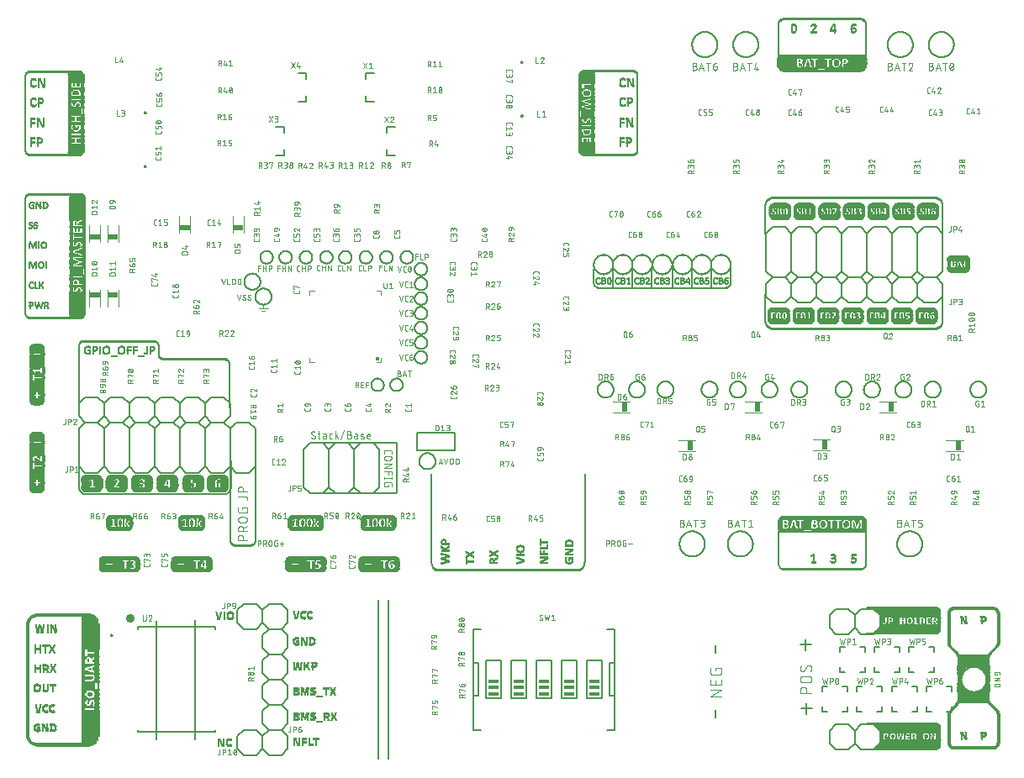
<source format=gbr>
G04 EAGLE Gerber RS-274X export*
G75*
%MOMM*%
%FSLAX34Y34*%
%LPD*%
%INSilkscreen Top*%
%IPPOS*%
%AMOC8*
5,1,8,0,0,1.08239X$1,22.5*%
G01*
%ADD10R,7.920000X0.010000*%
%ADD11R,8.040000X0.010000*%
%ADD12R,8.120000X0.010000*%
%ADD13R,8.180000X0.010000*%
%ADD14R,8.220000X0.010000*%
%ADD15R,8.260000X0.010000*%
%ADD16R,8.320000X0.010000*%
%ADD17R,8.340000X0.010000*%
%ADD18R,8.380000X0.010000*%
%ADD19R,8.420000X0.010000*%
%ADD20R,8.440000X0.010000*%
%ADD21R,8.480000X0.010000*%
%ADD22R,8.500000X0.010000*%
%ADD23R,8.520000X0.010000*%
%ADD24R,8.550000X0.010000*%
%ADD25R,8.580000X0.010000*%
%ADD26R,8.600000X0.010000*%
%ADD27R,8.620000X0.010000*%
%ADD28R,8.640000X0.010000*%
%ADD29R,3.910000X0.010000*%
%ADD30R,4.060000X0.010000*%
%ADD31R,3.920000X0.010000*%
%ADD32R,4.070000X0.010000*%
%ADD33R,3.930000X0.010000*%
%ADD34R,3.940000X0.010000*%
%ADD35R,4.080000X0.010000*%
%ADD36R,3.950000X0.010000*%
%ADD37R,4.090000X0.010000*%
%ADD38R,3.960000X0.010000*%
%ADD39R,4.100000X0.010000*%
%ADD40R,3.970000X0.010000*%
%ADD41R,4.120000X0.010000*%
%ADD42R,3.980000X0.010000*%
%ADD43R,4.130000X0.010000*%
%ADD44R,3.990000X0.010000*%
%ADD45R,4.140000X0.010000*%
%ADD46R,8.820000X0.010000*%
%ADD47R,8.840000X0.010000*%
%ADD48R,8.860000X0.010000*%
%ADD49R,8.880000X0.010000*%
%ADD50R,8.900000X0.010000*%
%ADD51R,8.920000X0.010000*%
%ADD52R,5.770000X0.010000*%
%ADD53R,2.960000X0.010000*%
%ADD54R,1.960000X0.010000*%
%ADD55R,0.360000X0.010000*%
%ADD56R,0.500000X0.010000*%
%ADD57R,0.210000X0.010000*%
%ADD58R,1.270000X0.010000*%
%ADD59R,0.570000X0.010000*%
%ADD60R,0.470000X0.010000*%
%ADD61R,2.320000X0.010000*%
%ADD62R,1.940000X0.010000*%
%ADD63R,0.290000X0.010000*%
%ADD64R,0.190000X0.010000*%
%ADD65R,1.240000X0.010000*%
%ADD66R,0.520000X0.010000*%
%ADD67R,0.420000X0.010000*%
%ADD68R,2.310000X0.010000*%
%ADD69R,1.950000X0.010000*%
%ADD70R,0.250000X0.010000*%
%ADD71R,0.460000X0.010000*%
%ADD72R,0.180000X0.010000*%
%ADD73R,1.230000X0.010000*%
%ADD74R,0.490000X0.010000*%
%ADD75R,0.390000X0.010000*%
%ADD76R,0.230000X0.010000*%
%ADD77R,0.370000X0.010000*%
%ADD78R,0.200000X0.010000*%
%ADD79R,0.450000X0.010000*%
%ADD80R,0.440000X0.010000*%
%ADD81R,0.340000X0.010000*%
%ADD82R,0.430000X0.010000*%
%ADD83R,0.330000X0.010000*%
%ADD84R,0.170000X0.010000*%
%ADD85R,0.310000X0.010000*%
%ADD86R,0.150000X0.010000*%
%ADD87R,0.400000X0.010000*%
%ADD88R,0.300000X0.010000*%
%ADD89R,0.140000X0.010000*%
%ADD90R,0.410000X0.010000*%
%ADD91R,0.280000X0.010000*%
%ADD92R,0.380000X0.010000*%
%ADD93R,0.270000X0.010000*%
%ADD94R,2.330000X0.010000*%
%ADD95R,0.260000X0.010000*%
%ADD96R,0.130000X0.010000*%
%ADD97R,0.160000X0.010000*%
%ADD98R,0.220000X0.010000*%
%ADD99R,0.350000X0.010000*%
%ADD100R,0.240000X0.010000*%
%ADD101R,0.320000X0.010000*%
%ADD102R,2.190000X0.010000*%
%ADD103R,2.130000X0.010000*%
%ADD104R,2.100000X0.010000*%
%ADD105R,2.070000X0.010000*%
%ADD106R,2.050000X0.010000*%
%ADD107R,2.030000X0.010000*%
%ADD108R,2.020000X0.010000*%
%ADD109R,2.000000X0.010000*%
%ADD110R,1.990000X0.010000*%
%ADD111R,1.980000X0.010000*%
%ADD112R,1.970000X0.010000*%
%ADD113R,1.930000X0.010000*%
%ADD114R,1.920000X0.010000*%
%ADD115R,1.910000X0.010000*%
%ADD116R,0.120000X0.010000*%
%ADD117R,0.110000X0.010000*%
%ADD118R,0.100000X0.010000*%
%ADD119R,1.900000X0.010000*%
%ADD120R,0.090000X0.010000*%
%ADD121R,0.080000X0.010000*%
%ADD122R,0.070000X0.010000*%
%ADD123R,0.060000X0.010000*%
%ADD124R,0.050000X0.010000*%
%ADD125R,0.040000X0.010000*%
%ADD126R,0.030000X0.010000*%
%ADD127R,0.020000X0.010000*%
%ADD128R,0.750000X0.010000*%
%ADD129R,0.740000X0.010000*%
%ADD130R,0.730000X0.010000*%
%ADD131R,2.010000X0.010000*%
%ADD132R,0.480000X0.010000*%
%ADD133R,0.510000X0.010000*%
%ADD134R,2.040000X0.010000*%
%ADD135R,0.530000X0.010000*%
%ADD136R,2.060000X0.010000*%
%ADD137R,2.090000X0.010000*%
%ADD138R,0.620000X0.010000*%
%ADD139R,2.140000X0.010000*%
%ADD140R,2.980000X0.010000*%
%ADD141R,2.670000X0.010000*%
%ADD142R,2.940000X0.010000*%
%ADD143R,5.850000X0.010000*%
%ADD144R,3.000000X0.010000*%
%ADD145R,9.000000X0.010000*%
%ADD146R,0.550000X0.010000*%
%ADD147R,0.580000X0.010000*%
%ADD148R,0.600000X0.010000*%
%ADD149R,0.540000X0.010000*%
%ADD150R,0.590000X0.010000*%
%ADD151R,0.650000X0.010000*%
%ADD152R,0.670000X0.010000*%
%ADD153R,0.660000X0.010000*%
%ADD154R,0.560000X0.010000*%
%ADD155R,8.570000X0.010000*%
%ADD156R,8.540000X0.010000*%
%ADD157R,8.470000X0.010000*%
%ADD158R,8.300000X0.010000*%
%ADD159R,8.160000X0.010000*%
%ADD160R,8.100000X0.010000*%
%ADD161R,8.020000X0.010000*%
%ADD162R,7.900000X0.010000*%
%ADD163R,7.860000X0.010000*%
%ADD164R,8.000000X0.010000*%
%ADD165R,8.080000X0.010000*%
%ADD166R,8.140000X0.010000*%
%ADD167R,8.190000X0.010000*%
%ADD168R,8.240000X0.010000*%
%ADD169R,8.280000X0.010000*%
%ADD170R,8.350000X0.010000*%
%ADD171R,8.410000X0.010000*%
%ADD172R,0.010000X0.010000*%
%ADD173R,8.950000X0.010000*%
%ADD174R,2.610000X0.010000*%
%ADD175R,5.660000X0.010000*%
%ADD176R,2.600000X0.010000*%
%ADD177R,5.650000X0.010000*%
%ADD178R,2.590000X0.010000*%
%ADD179R,5.640000X0.010000*%
%ADD180R,4.460000X0.010000*%
%ADD181R,2.110000X0.010000*%
%ADD182R,1.130000X0.010000*%
%ADD183R,0.690000X0.010000*%
%ADD184R,1.070000X0.010000*%
%ADD185R,1.060000X0.010000*%
%ADD186R,1.050000X0.010000*%
%ADD187R,0.810000X0.010000*%
%ADD188R,0.800000X0.010000*%
%ADD189R,0.830000X0.010000*%
%ADD190R,0.680000X0.010000*%
%ADD191R,0.870000X0.010000*%
%ADD192R,0.710000X0.010000*%
%ADD193R,4.420000X0.010000*%
%ADD194R,8.830000X0.010000*%
%ADD195R,8.810000X0.010000*%
%ADD196R,8.800000X0.010000*%
%ADD197R,8.780000X0.010000*%
%ADD198R,8.770000X0.010000*%
%ADD199R,8.760000X0.010000*%
%ADD200R,8.750000X0.010000*%
%ADD201R,8.740000X0.010000*%
%ADD202R,8.720000X0.010000*%
%ADD203R,8.710000X0.010000*%
%ADD204R,8.690000X0.010000*%
%ADD205R,8.680000X0.010000*%
%ADD206R,8.660000X0.010000*%
%ADD207R,8.650000X0.010000*%
%ADD208R,8.630000X0.010000*%
%ADD209R,8.610000X0.010000*%
%ADD210R,8.590000X0.010000*%
%ADD211R,8.530000X0.010000*%
%ADD212R,8.450000X0.010000*%
%ADD213R,8.430000X0.010000*%
%ADD214R,8.400000X0.010000*%
%ADD215R,8.370000X0.010000*%
%ADD216R,8.330000X0.010000*%
%ADD217R,8.170000X0.010000*%
%ADD218R,8.110000X0.010000*%
%ADD219R,7.940000X0.010000*%
%ADD220R,5.200000X0.010000*%
%ADD221R,5.280000X0.010000*%
%ADD222R,5.360000X0.010000*%
%ADD223R,5.410000X0.010000*%
%ADD224R,5.460000X0.010000*%
%ADD225R,5.500000X0.010000*%
%ADD226R,5.540000X0.010000*%
%ADD227R,5.580000X0.010000*%
%ADD228R,5.610000X0.010000*%
%ADD229R,5.670000X0.010000*%
%ADD230R,5.700000X0.010000*%
%ADD231R,5.720000X0.010000*%
%ADD232R,5.750000X0.010000*%
%ADD233R,5.800000X0.010000*%
%ADD234R,5.820000X0.010000*%
%ADD235R,5.840000X0.010000*%
%ADD236R,1.480000X0.010000*%
%ADD237R,1.490000X0.010000*%
%ADD238R,1.500000X0.010000*%
%ADD239R,1.510000X0.010000*%
%ADD240R,1.520000X0.010000*%
%ADD241R,1.530000X0.010000*%
%ADD242R,1.540000X0.010000*%
%ADD243R,1.550000X0.010000*%
%ADD244R,1.560000X0.010000*%
%ADD245R,1.570000X0.010000*%
%ADD246R,1.580000X0.010000*%
%ADD247R,1.590000X0.010000*%
%ADD248R,1.600000X0.010000*%
%ADD249R,1.610000X0.010000*%
%ADD250R,1.620000X0.010000*%
%ADD251R,1.630000X0.010000*%
%ADD252R,1.640000X0.010000*%
%ADD253R,1.030000X0.010000*%
%ADD254R,0.820000X0.010000*%
%ADD255R,0.850000X0.010000*%
%ADD256R,0.910000X0.010000*%
%ADD257R,0.720000X0.010000*%
%ADD258R,0.760000X0.010000*%
%ADD259R,0.770000X0.010000*%
%ADD260R,0.780000X0.010000*%
%ADD261R,0.790000X0.010000*%
%ADD262R,0.840000X0.010000*%
%ADD263R,0.860000X0.010000*%
%ADD264R,0.890000X0.010000*%
%ADD265R,0.920000X0.010000*%
%ADD266R,0.960000X0.010000*%
%ADD267R,1.380000X0.010000*%
%ADD268R,1.360000X0.010000*%
%ADD269R,1.150000X0.010000*%
%ADD270R,1.120000X0.010000*%
%ADD271R,1.090000X0.010000*%
%ADD272R,1.010000X0.010000*%
%ADD273R,0.980000X0.010000*%
%ADD274R,0.950000X0.010000*%
%ADD275R,0.630000X0.010000*%
%ADD276R,0.900000X0.010000*%
%ADD277R,0.930000X0.010000*%
%ADD278R,0.940000X0.010000*%
%ADD279R,0.700000X0.010000*%
%ADD280R,1.040000X0.010000*%
%ADD281R,1.190000X0.010000*%
%ADD282R,1.100000X0.010000*%
%ADD283R,0.640000X0.010000*%
%ADD284R,0.610000X0.010000*%
%ADD285R,0.880000X0.010000*%
%ADD286R,0.990000X0.010000*%
%ADD287R,1.020000X0.010000*%
%ADD288R,1.160000X0.010000*%
%ADD289R,1.200000X0.010000*%
%ADD290R,1.170000X0.010000*%
%ADD291R,1.080000X0.010000*%
%ADD292R,1.110000X0.010000*%
%ADD293R,1.180000X0.010000*%
%ADD294R,1.470000X0.010000*%
%ADD295R,5.830000X0.010000*%
%ADD296R,5.810000X0.010000*%
%ADD297R,5.790000X0.010000*%
%ADD298R,5.740000X0.010000*%
%ADD299R,5.400000X0.010000*%
%ADD300R,5.340000X0.010000*%
%ADD301R,5.180000X0.010000*%
%ADD302R,1.220000X0.010000*%
%ADD303R,1.250000X0.010000*%
%ADD304R,1.290000X0.010000*%
%ADD305R,1.300000X0.010000*%
%ADD306R,1.320000X0.010000*%
%ADD307R,1.340000X0.010000*%
%ADD308R,1.350000X0.010000*%
%ADD309R,1.370000X0.010000*%
%ADD310R,1.390000X0.010000*%
%ADD311R,1.410000X0.010000*%
%ADD312R,1.420000X0.010000*%
%ADD313R,1.430000X0.010000*%
%ADD314R,1.440000X0.010000*%
%ADD315R,1.450000X0.010000*%
%ADD316R,3.370000X0.010000*%
%ADD317R,3.360000X0.010000*%
%ADD318R,3.450000X0.010000*%
%ADD319R,3.510000X0.010000*%
%ADD320R,3.520000X0.010000*%
%ADD321R,3.560000X0.010000*%
%ADD322R,3.570000X0.010000*%
%ADD323R,3.610000X0.010000*%
%ADD324R,3.600000X0.010000*%
%ADD325R,3.650000X0.010000*%
%ADD326R,3.640000X0.010000*%
%ADD327R,3.680000X0.010000*%
%ADD328R,3.690000X0.010000*%
%ADD329R,3.720000X0.010000*%
%ADD330R,3.710000X0.010000*%
%ADD331R,3.740000X0.010000*%
%ADD332R,3.750000X0.010000*%
%ADD333R,3.770000X0.010000*%
%ADD334R,3.780000X0.010000*%
%ADD335R,3.800000X0.010000*%
%ADD336R,3.820000X0.010000*%
%ADD337R,3.830000X0.010000*%
%ADD338R,3.850000X0.010000*%
%ADD339R,3.840000X0.010000*%
%ADD340R,3.870000X0.010000*%
%ADD341R,3.860000X0.010000*%
%ADD342R,3.890000X0.010000*%
%ADD343R,3.880000X0.010000*%
%ADD344R,3.900000X0.010000*%
%ADD345R,4.000000X0.010000*%
%ADD346R,4.010000X0.010000*%
%ADD347R,4.020000X0.010000*%
%ADD348R,4.030000X0.010000*%
%ADD349R,4.040000X0.010000*%
%ADD350R,4.050000X0.010000*%
%ADD351R,3.240000X0.010000*%
%ADD352R,3.160000X0.010000*%
%ADD353R,3.220000X0.010000*%
%ADD354R,3.180000X0.010000*%
%ADD355R,3.100000X0.010000*%
%ADD356R,2.520000X0.010000*%
%ADD357R,2.530000X0.010000*%
%ADD358R,2.580000X0.010000*%
%ADD359R,2.510000X0.010000*%
%ADD360R,2.570000X0.010000*%
%ADD361R,2.500000X0.010000*%
%ADD362R,2.360000X0.010000*%
%ADD363R,2.290000X0.010000*%
%ADD364R,2.350000X0.010000*%
%ADD365R,2.280000X0.010000*%
%ADD366R,2.270000X0.010000*%
%ADD367R,2.340000X0.010000*%
%ADD368R,2.260000X0.010000*%
%ADD369R,3.250000X0.010000*%
%ADD370R,1.460000X0.010000*%
%ADD371R,3.270000X0.010000*%
%ADD372R,3.290000X0.010000*%
%ADD373R,3.310000X0.010000*%
%ADD374R,4.110000X0.010000*%
%ADD375R,1.400000X0.010000*%
%ADD376R,1.330000X0.010000*%
%ADD377R,1.310000X0.010000*%
%ADD378R,1.210000X0.010000*%
%ADD379R,1.000000X0.010000*%
%ADD380R,3.810000X0.010000*%
%ADD381R,3.660000X0.010000*%
%ADD382R,3.620000X0.010000*%
%ADD383R,3.580000X0.010000*%
%ADD384R,3.460000X0.010000*%
%ADD385R,3.380000X0.010000*%
%ADD386R,3.390000X0.010000*%
%ADD387R,3.230000X0.010000*%
%ADD388R,1.790000X0.010000*%
%ADD389R,1.780000X0.010000*%
%ADD390R,2.720000X0.010000*%
%ADD391R,2.850000X0.010000*%
%ADD392R,2.920000X0.010000*%
%ADD393R,3.030000X0.010000*%
%ADD394R,3.070000X0.010000*%
%ADD395R,2.180000X0.010000*%
%ADD396R,3.110000X0.010000*%
%ADD397R,2.210000X0.010000*%
%ADD398R,2.220000X0.010000*%
%ADD399R,3.150000X0.010000*%
%ADD400R,2.250000X0.010000*%
%ADD401R,2.240000X0.010000*%
%ADD402R,3.210000X0.010000*%
%ADD403R,2.300000X0.010000*%
%ADD404R,3.260000X0.010000*%
%ADD405R,3.280000X0.010000*%
%ADD406R,2.370000X0.010000*%
%ADD407R,2.380000X0.010000*%
%ADD408R,2.400000X0.010000*%
%ADD409R,3.330000X0.010000*%
%ADD410R,2.420000X0.010000*%
%ADD411R,3.350000X0.010000*%
%ADD412R,2.430000X0.010000*%
%ADD413R,2.440000X0.010000*%
%ADD414R,1.140000X0.010000*%
%ADD415R,2.450000X0.010000*%
%ADD416R,2.460000X0.010000*%
%ADD417R,2.470000X0.010000*%
%ADD418R,3.400000X0.010000*%
%ADD419R,2.480000X0.010000*%
%ADD420R,3.420000X0.010000*%
%ADD421R,3.430000X0.010000*%
%ADD422R,1.260000X0.010000*%
%ADD423R,1.280000X0.010000*%
%ADD424R,2.540000X0.010000*%
%ADD425R,3.470000X0.010000*%
%ADD426R,2.550000X0.010000*%
%ADD427R,2.560000X0.010000*%
%ADD428R,3.490000X0.010000*%
%ADD429R,3.500000X0.010000*%
%ADD430R,3.530000X0.010000*%
%ADD431R,3.540000X0.010000*%
%ADD432R,2.620000X0.010000*%
%ADD433R,3.550000X0.010000*%
%ADD434R,2.630000X0.010000*%
%ADD435R,2.640000X0.010000*%
%ADD436R,1.800000X0.010000*%
%ADD437R,1.770000X0.010000*%
%ADD438R,1.810000X0.010000*%
%ADD439R,3.480000X0.010000*%
%ADD440R,3.440000X0.010000*%
%ADD441R,2.490000X0.010000*%
%ADD442R,3.410000X0.010000*%
%ADD443R,2.410000X0.010000*%
%ADD444R,3.340000X0.010000*%
%ADD445R,2.390000X0.010000*%
%ADD446R,3.320000X0.010000*%
%ADD447R,3.300000X0.010000*%
%ADD448R,3.200000X0.010000*%
%ADD449R,3.190000X0.010000*%
%ADD450R,2.230000X0.010000*%
%ADD451R,3.170000X0.010000*%
%ADD452R,2.200000X0.010000*%
%ADD453R,3.130000X0.010000*%
%ADD454R,2.160000X0.010000*%
%ADD455R,2.120000X0.010000*%
%ADD456R,3.060000X0.010000*%
%ADD457R,2.080000X0.010000*%
%ADD458R,3.010000X0.010000*%
%ADD459R,2.900000X0.010000*%
%ADD460R,2.890000X0.010000*%
%ADD461R,1.880000X0.010000*%
%ADD462R,2.810000X0.010000*%
%ADD463R,0.970000X0.010000*%
%ADD464R,16.480000X0.010000*%
%ADD465R,16.610000X0.010000*%
%ADD466R,16.710000X0.010000*%
%ADD467R,16.790000X0.010000*%
%ADD468R,16.850000X0.010000*%
%ADD469R,16.900000X0.010000*%
%ADD470R,16.950000X0.010000*%
%ADD471R,17.000000X0.010000*%
%ADD472R,17.050000X0.010000*%
%ADD473R,17.090000X0.010000*%
%ADD474R,17.120000X0.010000*%
%ADD475R,17.150000X0.010000*%
%ADD476R,17.190000X0.010000*%
%ADD477R,17.230000X0.010000*%
%ADD478R,17.250000X0.010000*%
%ADD479R,17.290000X0.010000*%
%ADD480R,17.310000X0.010000*%
%ADD481R,17.340000X0.010000*%
%ADD482R,1.660000X0.010000*%
%ADD483R,1.650000X0.010000*%
%ADD484R,1.690000X0.010000*%
%ADD485R,1.700000X0.010000*%
%ADD486R,1.730000X0.010000*%
%ADD487R,1.720000X0.010000*%
%ADD488R,1.750000X0.010000*%
%ADD489R,1.760000X0.010000*%
%ADD490R,1.830000X0.010000*%
%ADD491R,1.840000X0.010000*%
%ADD492R,1.850000X0.010000*%
%ADD493R,1.860000X0.010000*%
%ADD494R,1.870000X0.010000*%
%ADD495R,1.890000X0.010000*%
%ADD496R,2.150000X0.010000*%
%ADD497R,2.170000X0.010000*%
%ADD498R,14.240000X0.010000*%
%ADD499R,14.390000X0.010000*%
%ADD500R,14.480000X0.010000*%
%ADD501R,14.540000X0.010000*%
%ADD502R,14.590000X0.010000*%
%ADD503R,14.640000X0.010000*%
%ADD504R,14.680000X0.010000*%
%ADD505R,14.720000X0.010000*%
%ADD506R,14.760000X0.010000*%
%ADD507R,14.780000X0.010000*%
%ADD508R,14.820000X0.010000*%
%ADD509R,14.850000X0.010000*%
%ADD510R,14.880000X0.010000*%
%ADD511R,14.900000X0.010000*%
%ADD512R,14.920000X0.010000*%
%ADD513R,14.950000X0.010000*%
%ADD514R,14.980000X0.010000*%
%ADD515R,15.000000X0.010000*%
%ADD516R,1.670000X0.010000*%
%ADD517R,1.680000X0.010000*%
%ADD518R,1.710000X0.010000*%
%ADD519R,1.740000X0.010000*%
%ADD520R,1.820000X0.010000*%
%ADD521R,17.160000X0.010000*%
%ADD522R,17.130000X0.010000*%
%ADD523R,17.010000X0.010000*%
%ADD524R,16.910000X0.010000*%
%ADD525R,16.630000X0.010000*%
%ADD526R,16.490000X0.010000*%
%ADD527R,0.110000X6.340000*%
%ADD528R,4.980000X0.010000*%
%ADD529R,5.080000X0.010000*%
%ADD530R,5.160000X0.010000*%
%ADD531R,5.220000X0.010000*%
%ADD532R,5.270000X0.010000*%
%ADD533R,5.320000X0.010000*%
%ADD534R,5.440000X0.010000*%
%ADD535R,5.520000X0.010000*%
%ADD536R,5.560000X0.010000*%
%ADD537R,5.600000X0.010000*%
%ADD538R,5.620000X0.010000*%
%ADD539R,4.990000X0.010000*%
%ADD540R,14.150000X0.010000*%
%ADD541R,14.260000X0.010000*%
%ADD542R,14.330000X0.010000*%
%ADD543R,14.450000X0.010000*%
%ADD544R,14.500000X0.010000*%
%ADD545R,14.550000X0.010000*%
%ADD546R,14.620000X0.010000*%
%ADD547R,14.650000X0.010000*%
%ADD548R,14.690000X0.010000*%
%ADD549R,14.710000X0.010000*%
%ADD550R,6.600000X0.010000*%
%ADD551R,6.660000X0.010000*%
%ADD552R,6.690000X0.010000*%
%ADD553R,6.720000X0.010000*%
%ADD554R,6.730000X0.010000*%
%ADD555R,6.750000X0.010000*%
%ADD556R,6.760000X0.010000*%
%ADD557R,6.770000X0.010000*%
%ADD558R,6.710000X0.010000*%
%ADD559R,6.650000X0.010000*%
%ADD560R,7.850000X0.010000*%
%ADD561R,7.830000X0.010000*%
%ADD562R,7.810000X0.010000*%
%ADD563R,7.790000X0.010000*%
%ADD564R,7.770000X0.010000*%
%ADD565R,7.750000X0.010000*%
%ADD566R,7.720000X0.010000*%
%ADD567R,7.690000X0.010000*%
%ADD568R,7.660000X0.010000*%
%ADD569R,7.630000X0.010000*%
%ADD570R,7.600000X0.010000*%
%ADD571R,7.560000X0.010000*%
%ADD572R,7.530000X0.010000*%
%ADD573R,7.480000X0.010000*%
%ADD574R,7.430000X0.010000*%
%ADD575R,7.370000X0.010000*%
%ADD576R,7.310000X0.010000*%
%ADD577R,7.210000X0.010000*%
%ADD578R,12.880000X0.010000*%
%ADD579R,13.020000X0.010000*%
%ADD580R,13.100000X0.010000*%
%ADD581R,13.160000X0.010000*%
%ADD582R,13.200000X0.010000*%
%ADD583R,13.260000X0.010000*%
%ADD584R,13.300000X0.010000*%
%ADD585R,13.340000X0.010000*%
%ADD586R,13.360000X0.010000*%
%ADD587R,13.400000X0.010000*%
%ADD588R,13.420000X0.010000*%
%ADD589R,13.460000X0.010000*%
%ADD590R,0.040000X2.740000*%
%ADD591C,0.152400*%
%ADD592C,0.101600*%
%ADD593C,0.076200*%
%ADD594C,0.898025*%
%ADD595R,5.350000X0.010000*%
%ADD596R,5.480000X0.010000*%
%ADD597R,5.860000X0.010000*%
%ADD598R,5.910000X0.010000*%
%ADD599R,5.960000X0.010000*%
%ADD600R,6.000000X0.010000*%
%ADD601R,6.050000X0.010000*%
%ADD602R,6.090000X0.010000*%
%ADD603R,6.130000X0.010000*%
%ADD604R,6.160000X0.010000*%
%ADD605R,6.200000X0.010000*%
%ADD606R,6.240000X0.010000*%
%ADD607R,6.270000X0.010000*%
%ADD608R,6.300000X0.010000*%
%ADD609R,6.340000X0.010000*%
%ADD610R,6.360000X0.010000*%
%ADD611R,6.390000X0.010000*%
%ADD612R,6.420000X0.010000*%
%ADD613R,6.440000X0.010000*%
%ADD614R,6.470000X0.010000*%
%ADD615R,6.500000X0.010000*%
%ADD616R,6.520000X0.010000*%
%ADD617R,6.540000X0.010000*%
%ADD618R,6.480000X0.010000*%
%ADD619R,6.400000X0.010000*%
%ADD620R,6.170000X0.010000*%
%ADD621R,6.100000X0.010000*%
%ADD622R,5.920000X0.010000*%
%ADD623R,5.590000X0.010000*%
%ADD624R,5.490000X0.010000*%
%ADD625R,7.020000X0.010000*%
%ADD626R,7.070000X0.010000*%
%ADD627R,7.120000X0.010000*%
%ADD628R,7.150000X0.010000*%
%ADD629R,7.180000X0.010000*%
%ADD630R,7.190000X0.010000*%
%ADD631R,4.210000X0.010000*%
%ADD632R,7.220000X0.010000*%
%ADD633R,4.330000X0.010000*%
%ADD634R,7.230000X0.010000*%
%ADD635R,4.370000X0.010000*%
%ADD636R,7.240000X0.010000*%
%ADD637R,4.450000X0.010000*%
%ADD638R,7.250000X0.010000*%
%ADD639R,4.470000X0.010000*%
%ADD640R,7.280000X0.010000*%
%ADD641R,4.530000X0.010000*%
%ADD642R,6.630000X0.010000*%
%ADD643R,4.550000X0.010000*%
%ADD644R,4.610000X0.010000*%
%ADD645R,4.630000X0.010000*%
%ADD646R,4.670000X0.010000*%
%ADD647R,4.690000X0.010000*%
%ADD648R,4.730000X0.010000*%
%ADD649R,4.740000X0.010000*%
%ADD650R,4.770000X0.010000*%
%ADD651R,6.620000X0.010000*%
%ADD652R,4.790000X0.010000*%
%ADD653R,4.820000X0.010000*%
%ADD654R,4.830000X0.010000*%
%ADD655R,6.610000X0.010000*%
%ADD656R,4.860000X0.010000*%
%ADD657R,4.880000X0.010000*%
%ADD658R,4.910000X0.010000*%
%ADD659R,6.580000X0.010000*%
%ADD660R,6.590000X0.010000*%
%ADD661R,4.930000X0.010000*%
%ADD662R,6.570000X0.010000*%
%ADD663R,4.950000X0.010000*%
%ADD664R,4.970000X0.010000*%
%ADD665R,6.560000X0.010000*%
%ADD666R,6.550000X0.010000*%
%ADD667R,6.530000X0.010000*%
%ADD668R,6.510000X0.010000*%
%ADD669R,6.490000X0.010000*%
%ADD670R,6.450000X0.010000*%
%ADD671R,6.460000X0.010000*%
%ADD672R,6.410000X0.010000*%
%ADD673R,6.380000X0.010000*%
%ADD674R,6.370000X0.010000*%
%ADD675R,6.350000X0.010000*%
%ADD676R,6.330000X0.010000*%
%ADD677R,6.310000X0.010000*%
%ADD678R,6.290000X0.010000*%
%ADD679R,6.280000X0.010000*%
%ADD680R,6.260000X0.010000*%
%ADD681R,6.230000X0.010000*%
%ADD682R,6.220000X0.010000*%
%ADD683R,6.210000X0.010000*%
%ADD684R,6.190000X0.010000*%
%ADD685R,6.180000X0.010000*%
%ADD686R,6.150000X0.010000*%
%ADD687R,6.140000X0.010000*%
%ADD688R,6.110000X0.010000*%
%ADD689R,6.080000X0.010000*%
%ADD690R,3.730000X0.010000*%
%ADD691R,6.120000X0.010000*%
%ADD692R,6.250000X0.010000*%
%ADD693R,6.320000X0.010000*%
%ADD694R,6.430000X0.010000*%
%ADD695R,7.300000X0.010000*%
%ADD696R,7.270000X0.010000*%
%ADD697R,7.170000X0.010000*%
%ADD698R,7.130000X0.010000*%
%ADD699R,7.050000X0.010000*%
%ADD700R,7.000000X0.010000*%
%ADD701R,7.030000X0.010000*%
%ADD702R,7.100000X0.010000*%
%ADD703R,7.160000X0.010000*%
%ADD704R,7.200000X0.010000*%
%ADD705R,7.260000X0.010000*%
%ADD706R,6.640000X0.010000*%
%ADD707R,4.220000X0.010000*%
%ADD708R,4.230000X0.010000*%
%ADD709R,3.040000X0.010000*%
%ADD710R,2.870000X0.010000*%
%ADD711R,4.960000X0.010000*%
%ADD712R,4.900000X0.010000*%
%ADD713R,4.850000X0.010000*%
%ADD714R,4.840000X0.010000*%
%ADD715R,4.810000X0.010000*%
%ADD716R,4.800000X0.010000*%
%ADD717R,4.760000X0.010000*%
%ADD718R,6.700000X0.010000*%
%ADD719R,4.750000X0.010000*%
%ADD720R,4.720000X0.010000*%
%ADD721R,4.700000X0.010000*%
%ADD722R,4.660000X0.010000*%
%ADD723R,4.590000X0.010000*%
%ADD724R,4.570000X0.010000*%
%ADD725R,4.520000X0.010000*%
%ADD726R,4.490000X0.010000*%
%ADD727R,4.430000X0.010000*%
%ADD728R,4.390000X0.010000*%
%ADD729R,7.110000X0.010000*%
%ADD730R,4.290000X0.010000*%
%ADD731R,7.080000X0.010000*%
%ADD732R,7.010000X0.010000*%
%ADD733C,0.203200*%
%ADD734C,0.050800*%
%ADD735C,0.406400*%
%ADD736C,0.120000*%
%ADD737C,0.127000*%
%ADD738C,0.025400*%
%ADD739R,1.100000X0.600000*%
%ADD740R,0.600000X1.100000*%
%ADD741R,5.680000X0.010000*%
%ADD742R,1.016000X0.381000*%


D10*
X807200Y762031D03*
D11*
X807200Y762131D03*
D12*
X807200Y762231D03*
D13*
X807200Y762331D03*
D14*
X807200Y762431D03*
D15*
X807200Y762531D03*
D16*
X807200Y762631D03*
D17*
X807200Y762731D03*
D18*
X807200Y762831D03*
D19*
X807200Y762931D03*
D20*
X807200Y763031D03*
D21*
X807200Y763131D03*
D22*
X807200Y763231D03*
D23*
X807200Y763331D03*
D24*
X807250Y763431D03*
D25*
X807200Y763531D03*
D26*
X807200Y763631D03*
D27*
X807200Y763731D03*
D28*
X807200Y763831D03*
D29*
X783450Y763931D03*
D30*
X830200Y763931D03*
D31*
X783400Y764031D03*
D32*
X830250Y764031D03*
D33*
X783350Y764131D03*
D32*
X830350Y764131D03*
D33*
X783350Y764231D03*
D32*
X830350Y764231D03*
D34*
X783300Y764331D03*
D35*
X830400Y764331D03*
D36*
X783250Y764431D03*
D37*
X830450Y764431D03*
D38*
X783200Y764531D03*
D39*
X830500Y764531D03*
D38*
X783200Y764631D03*
D39*
X830500Y764631D03*
D40*
X783150Y764731D03*
D41*
X830500Y764731D03*
D42*
X783100Y764831D03*
D43*
X830550Y764831D03*
D44*
X783150Y764931D03*
D45*
X830500Y764931D03*
D46*
X807200Y765031D03*
D47*
X807200Y765131D03*
X807200Y765231D03*
D48*
X807200Y765331D03*
X807200Y765431D03*
D49*
X807200Y765531D03*
X807200Y765631D03*
D50*
X807200Y765731D03*
X807200Y765831D03*
X807200Y765931D03*
D51*
X807200Y766031D03*
X807200Y766131D03*
D52*
X791350Y766231D03*
D53*
X837100Y766231D03*
D54*
X772300Y766331D03*
D55*
X787100Y766331D03*
D56*
X792700Y766331D03*
D57*
X797750Y766331D03*
D58*
X806450Y766331D03*
D59*
X816950Y766331D03*
D60*
X825050Y766331D03*
D61*
X840300Y766331D03*
D62*
X772200Y766431D03*
D63*
X787350Y766431D03*
D60*
X792750Y766431D03*
D64*
X797750Y766431D03*
D65*
X806500Y766431D03*
D66*
X816900Y766431D03*
D67*
X825100Y766431D03*
D68*
X840350Y766431D03*
D69*
X772150Y766531D03*
D70*
X787550Y766531D03*
D71*
X792700Y766531D03*
D72*
X797700Y766531D03*
D73*
X806450Y766531D03*
D74*
X816750Y766531D03*
D75*
X825250Y766531D03*
D68*
X840450Y766531D03*
D62*
X772100Y766631D03*
D76*
X787650Y766631D03*
D71*
X792700Y766631D03*
D72*
X797700Y766631D03*
D73*
X806450Y766631D03*
D60*
X816650Y766631D03*
D77*
X825350Y766631D03*
D68*
X840450Y766631D03*
D62*
X772100Y766731D03*
D78*
X787800Y766731D03*
D79*
X792750Y766731D03*
D72*
X797700Y766731D03*
D73*
X806450Y766731D03*
D71*
X816600Y766731D03*
D55*
X825400Y766731D03*
D68*
X840450Y766731D03*
D62*
X772100Y766831D03*
D64*
X787850Y766831D03*
D80*
X792700Y766831D03*
D72*
X797700Y766831D03*
D73*
X806450Y766831D03*
D80*
X816500Y766831D03*
D81*
X825500Y766831D03*
D68*
X840450Y766831D03*
D69*
X772050Y766931D03*
D72*
X788000Y766931D03*
D80*
X792700Y766931D03*
D64*
X797650Y766931D03*
D73*
X806450Y766931D03*
D82*
X816450Y766931D03*
D83*
X825550Y766931D03*
D61*
X840500Y766931D03*
D69*
X772050Y767031D03*
D84*
X788050Y767031D03*
D82*
X792750Y767031D03*
D64*
X797650Y767031D03*
D73*
X806450Y767031D03*
D67*
X816400Y767031D03*
D85*
X825650Y767031D03*
D61*
X840500Y767031D03*
D69*
X772050Y767131D03*
D86*
X788150Y767131D03*
D67*
X792700Y767131D03*
D64*
X797650Y767131D03*
D73*
X806450Y767131D03*
D87*
X816300Y767131D03*
D88*
X825700Y767131D03*
D61*
X840500Y767131D03*
D69*
X772050Y767231D03*
D86*
X788250Y767231D03*
D67*
X792700Y767231D03*
D78*
X797600Y767231D03*
D73*
X806450Y767231D03*
D75*
X816250Y767231D03*
D63*
X825750Y767231D03*
D61*
X840500Y767231D03*
D69*
X772050Y767331D03*
D89*
X788300Y767331D03*
D90*
X792750Y767331D03*
D78*
X797600Y767331D03*
D73*
X806450Y767331D03*
D75*
X816250Y767331D03*
D91*
X825800Y767331D03*
D61*
X840500Y767331D03*
D69*
X772050Y767431D03*
D89*
X788300Y767431D03*
D87*
X792700Y767431D03*
D78*
X797600Y767431D03*
D73*
X806450Y767431D03*
D92*
X816200Y767431D03*
D93*
X825850Y767431D03*
D94*
X840550Y767431D03*
D54*
X772000Y767531D03*
D89*
X788400Y767531D03*
D87*
X792700Y767531D03*
D57*
X797550Y767531D03*
D73*
X806450Y767531D03*
D77*
X816150Y767531D03*
D95*
X825900Y767531D03*
D94*
X840550Y767531D03*
D54*
X772000Y767631D03*
D64*
X784450Y767631D03*
D96*
X788450Y767631D03*
D75*
X792750Y767631D03*
D57*
X797550Y767631D03*
D73*
X806450Y767631D03*
D55*
X816100Y767631D03*
D97*
X821300Y767631D03*
D95*
X825900Y767631D03*
D94*
X840550Y767631D03*
D54*
X772000Y767731D03*
D98*
X784600Y767731D03*
D96*
X788450Y767731D03*
D92*
X792700Y767731D03*
D57*
X797550Y767731D03*
D73*
X806450Y767731D03*
D55*
X816100Y767731D03*
D98*
X821300Y767731D03*
D70*
X825950Y767731D03*
D94*
X840550Y767731D03*
D54*
X772000Y767831D03*
D76*
X784650Y767831D03*
D96*
X788550Y767831D03*
D92*
X792700Y767831D03*
D98*
X797500Y767831D03*
D73*
X806450Y767831D03*
D99*
X816050Y767831D03*
D95*
X821300Y767831D03*
D100*
X826000Y767831D03*
D94*
X840550Y767831D03*
D54*
X772000Y767931D03*
D70*
X784750Y767931D03*
D96*
X788550Y767931D03*
D77*
X792750Y767931D03*
D98*
X797500Y767931D03*
D73*
X806450Y767931D03*
D99*
X816050Y767931D03*
D91*
X821300Y767931D03*
D100*
X826000Y767931D03*
D94*
X840550Y767931D03*
D54*
X772000Y768031D03*
D95*
X784800Y768031D03*
D96*
X788650Y768031D03*
D55*
X792700Y768031D03*
D76*
X797450Y768031D03*
D73*
X806450Y768031D03*
D81*
X816000Y768031D03*
D85*
X821350Y768031D03*
D76*
X826050Y768031D03*
D94*
X840550Y768031D03*
D54*
X772000Y768131D03*
D93*
X784850Y768131D03*
D96*
X788650Y768131D03*
D55*
X792700Y768131D03*
D76*
X797450Y768131D03*
D73*
X806450Y768131D03*
D81*
X816000Y768131D03*
D83*
X821350Y768131D03*
D98*
X826100Y768131D03*
D94*
X840550Y768131D03*
D54*
X772000Y768231D03*
D93*
X784850Y768231D03*
D96*
X788650Y768231D03*
D99*
X792750Y768231D03*
D76*
X797450Y768231D03*
D73*
X806450Y768231D03*
D83*
X815950Y768231D03*
D99*
X821350Y768231D03*
D98*
X826100Y768231D03*
D94*
X840550Y768231D03*
D54*
X772000Y768331D03*
D91*
X784900Y768331D03*
D96*
X788750Y768331D03*
D81*
X792700Y768331D03*
D100*
X797400Y768331D03*
D73*
X806450Y768331D03*
D83*
X815950Y768331D03*
D55*
X821300Y768331D03*
D57*
X826150Y768331D03*
D94*
X840550Y768331D03*
D54*
X772000Y768431D03*
D91*
X784900Y768431D03*
D96*
X788750Y768431D03*
D100*
X797400Y768431D03*
D73*
X806450Y768431D03*
D101*
X815900Y768431D03*
D77*
X821350Y768431D03*
D57*
X826150Y768431D03*
D94*
X840550Y768431D03*
D54*
X772000Y768531D03*
D91*
X784900Y768531D03*
D96*
X788750Y768531D03*
D100*
X797400Y768531D03*
D73*
X806450Y768531D03*
D101*
X815900Y768531D03*
D75*
X821350Y768531D03*
D57*
X826150Y768531D03*
D94*
X840550Y768531D03*
D54*
X772000Y768631D03*
D91*
X784900Y768631D03*
D89*
X788800Y768631D03*
D70*
X797350Y768631D03*
D73*
X806450Y768631D03*
D101*
X815900Y768631D03*
D87*
X821300Y768631D03*
D78*
X826200Y768631D03*
D94*
X840550Y768631D03*
D54*
X772000Y768731D03*
D91*
X784900Y768731D03*
D89*
X788800Y768731D03*
D70*
X797350Y768731D03*
D73*
X806450Y768731D03*
D85*
X815850Y768731D03*
D90*
X821350Y768731D03*
D78*
X826200Y768731D03*
D94*
X840550Y768731D03*
D54*
X772000Y768831D03*
D91*
X784900Y768831D03*
D89*
X788800Y768831D03*
D70*
X797350Y768831D03*
D73*
X806450Y768831D03*
D85*
X815850Y768831D03*
D90*
X821350Y768831D03*
D78*
X826200Y768831D03*
D94*
X840550Y768831D03*
D54*
X772000Y768931D03*
D91*
X784900Y768931D03*
D86*
X788850Y768931D03*
D95*
X797300Y768931D03*
D73*
X806450Y768931D03*
D85*
X815850Y768931D03*
D82*
X821350Y768931D03*
D64*
X826250Y768931D03*
D94*
X840550Y768931D03*
D54*
X772000Y769031D03*
D91*
X784900Y769031D03*
D86*
X788850Y769031D03*
D95*
X797300Y769031D03*
D73*
X806450Y769031D03*
D85*
X815850Y769031D03*
D82*
X821350Y769031D03*
D64*
X826250Y769031D03*
D94*
X840550Y769031D03*
D54*
X772000Y769131D03*
D91*
X784900Y769131D03*
D86*
X788850Y769131D03*
D95*
X797300Y769131D03*
D73*
X806450Y769131D03*
D88*
X815800Y769131D03*
D82*
X821350Y769131D03*
D64*
X826250Y769131D03*
D94*
X840550Y769131D03*
D54*
X772000Y769231D03*
D91*
X784900Y769231D03*
D97*
X788900Y769231D03*
D93*
X797250Y769231D03*
D73*
X806450Y769231D03*
D88*
X815800Y769231D03*
D79*
X821350Y769231D03*
D72*
X826300Y769231D03*
D94*
X840550Y769231D03*
D54*
X772000Y769331D03*
D91*
X784900Y769331D03*
D97*
X788900Y769331D03*
D93*
X797250Y769331D03*
D73*
X806450Y769331D03*
D88*
X815800Y769331D03*
D79*
X821350Y769331D03*
D72*
X826300Y769331D03*
D94*
X840550Y769331D03*
D54*
X772000Y769431D03*
D91*
X784900Y769431D03*
D97*
X788900Y769431D03*
D93*
X797250Y769431D03*
D73*
X806450Y769431D03*
D88*
X815800Y769431D03*
D79*
X821350Y769431D03*
D72*
X826300Y769431D03*
D102*
X841250Y769431D03*
D54*
X772000Y769531D03*
D93*
X784850Y769531D03*
D72*
X788900Y769531D03*
D91*
X797200Y769531D03*
D73*
X806450Y769531D03*
D88*
X815800Y769531D03*
D79*
X821350Y769531D03*
D72*
X826300Y769531D03*
D103*
X841550Y769531D03*
D54*
X772000Y769631D03*
D93*
X784850Y769631D03*
D72*
X788900Y769631D03*
D95*
X792700Y769631D03*
D91*
X797200Y769631D03*
D73*
X806450Y769631D03*
D88*
X815800Y769631D03*
D71*
X821400Y769631D03*
D72*
X826300Y769631D03*
D104*
X841700Y769631D03*
D54*
X772000Y769731D03*
D95*
X784800Y769731D03*
D72*
X788900Y769731D03*
D95*
X792700Y769731D03*
D91*
X797200Y769731D03*
D73*
X806450Y769731D03*
D63*
X815750Y769731D03*
D71*
X821400Y769731D03*
D84*
X826350Y769731D03*
D105*
X841850Y769731D03*
D54*
X772000Y769831D03*
D70*
X784750Y769831D03*
D78*
X788900Y769831D03*
D95*
X792700Y769831D03*
D63*
X797150Y769831D03*
D73*
X806450Y769831D03*
D63*
X815750Y769831D03*
D60*
X821350Y769831D03*
D84*
X826350Y769831D03*
D106*
X841950Y769831D03*
D54*
X772000Y769931D03*
D100*
X784700Y769931D03*
D78*
X788900Y769931D03*
D70*
X792750Y769931D03*
D63*
X797150Y769931D03*
D73*
X806450Y769931D03*
D63*
X815750Y769931D03*
D60*
X821350Y769931D03*
D84*
X826350Y769931D03*
D107*
X842050Y769931D03*
D54*
X772000Y770031D03*
D98*
X784600Y770031D03*
D57*
X788850Y770031D03*
D100*
X792700Y770031D03*
D63*
X797150Y770031D03*
D73*
X806450Y770031D03*
D63*
X815750Y770031D03*
D60*
X821350Y770031D03*
D84*
X826350Y770031D03*
D108*
X842100Y770031D03*
D54*
X772000Y770131D03*
D64*
X784450Y770131D03*
D98*
X788900Y770131D03*
D100*
X792700Y770131D03*
D88*
X797100Y770131D03*
D73*
X806450Y770131D03*
D63*
X815750Y770131D03*
D60*
X821350Y770131D03*
D84*
X826350Y770131D03*
D109*
X842200Y770131D03*
D54*
X772000Y770231D03*
D76*
X788850Y770231D03*
X792750Y770231D03*
D88*
X797100Y770231D03*
D73*
X806450Y770231D03*
D63*
X815750Y770231D03*
D60*
X821350Y770231D03*
D84*
X826350Y770231D03*
D110*
X842250Y770231D03*
D54*
X772000Y770331D03*
D70*
X788850Y770331D03*
D98*
X792700Y770331D03*
D85*
X797050Y770331D03*
D73*
X806450Y770331D03*
D63*
X815750Y770331D03*
D60*
X821350Y770331D03*
D84*
X826350Y770331D03*
D111*
X842300Y770331D03*
D54*
X772000Y770431D03*
D95*
X788800Y770431D03*
D98*
X792700Y770431D03*
D85*
X797050Y770431D03*
D73*
X806450Y770431D03*
D63*
X815750Y770431D03*
D60*
X821350Y770431D03*
D84*
X826350Y770431D03*
D112*
X842350Y770431D03*
D54*
X772000Y770531D03*
D93*
X788750Y770531D03*
D57*
X792750Y770531D03*
D85*
X797050Y770531D03*
D73*
X806450Y770531D03*
D63*
X815750Y770531D03*
D60*
X821350Y770531D03*
D84*
X826350Y770531D03*
D54*
X842400Y770531D03*
X772000Y770631D03*
D63*
X788750Y770631D03*
D78*
X792700Y770631D03*
D101*
X797000Y770631D03*
D73*
X806450Y770631D03*
D63*
X815750Y770631D03*
D60*
X821350Y770631D03*
D84*
X826350Y770631D03*
D54*
X842400Y770631D03*
X772000Y770731D03*
D85*
X788650Y770731D03*
D78*
X792700Y770731D03*
D101*
X797000Y770731D03*
D73*
X806450Y770731D03*
D63*
X815750Y770731D03*
D60*
X821350Y770731D03*
D84*
X826350Y770731D03*
D96*
X829550Y770731D03*
D69*
X842450Y770731D03*
D54*
X772000Y770831D03*
D101*
X788600Y770831D03*
D64*
X792750Y770831D03*
D101*
X797000Y770831D03*
D73*
X806450Y770831D03*
D63*
X815750Y770831D03*
D60*
X821350Y770831D03*
D84*
X826350Y770831D03*
X829750Y770831D03*
D62*
X842500Y770831D03*
D54*
X772000Y770931D03*
D55*
X788500Y770931D03*
D72*
X792700Y770931D03*
D83*
X796950Y770931D03*
D73*
X806450Y770931D03*
D63*
X815750Y770931D03*
D60*
X821350Y770931D03*
D84*
X826350Y770931D03*
D72*
X829800Y770931D03*
D62*
X842500Y770931D03*
D54*
X772000Y771031D03*
D75*
X788350Y771031D03*
D72*
X792700Y771031D03*
D83*
X796950Y771031D03*
D73*
X806450Y771031D03*
D63*
X815750Y771031D03*
D60*
X821350Y771031D03*
D84*
X826350Y771031D03*
D78*
X829900Y771031D03*
D113*
X842550Y771031D03*
D54*
X772000Y771131D03*
D75*
X788350Y771131D03*
D84*
X792750Y771131D03*
D83*
X796950Y771131D03*
D73*
X806450Y771131D03*
D63*
X815750Y771131D03*
D60*
X821350Y771131D03*
D84*
X826350Y771131D03*
D57*
X829950Y771131D03*
D113*
X842550Y771131D03*
D54*
X772000Y771231D03*
D92*
X788500Y771231D03*
D97*
X792700Y771231D03*
D81*
X796900Y771231D03*
D73*
X806450Y771231D03*
D63*
X815750Y771231D03*
D60*
X821350Y771231D03*
D84*
X826350Y771231D03*
D98*
X830000Y771231D03*
D113*
X842550Y771231D03*
D54*
X772000Y771331D03*
D55*
X788600Y771331D03*
D97*
X792700Y771331D03*
D81*
X796900Y771331D03*
D73*
X806450Y771331D03*
D63*
X815750Y771331D03*
D60*
X821350Y771331D03*
D84*
X826350Y771331D03*
D98*
X830000Y771331D03*
D114*
X842600Y771331D03*
D54*
X772000Y771431D03*
D99*
X788650Y771431D03*
D86*
X792750Y771431D03*
D81*
X796900Y771431D03*
D73*
X806450Y771431D03*
D63*
X815750Y771431D03*
D60*
X821350Y771431D03*
D84*
X826350Y771431D03*
D76*
X830050Y771431D03*
D114*
X842600Y771431D03*
D54*
X772000Y771531D03*
D84*
X784350Y771531D03*
D99*
X788750Y771531D03*
D89*
X792700Y771531D03*
D99*
X796850Y771531D03*
D73*
X806450Y771531D03*
D88*
X815800Y771531D03*
D60*
X821350Y771531D03*
D84*
X826350Y771531D03*
D76*
X830050Y771531D03*
D114*
X842600Y771531D03*
D54*
X772000Y771631D03*
D64*
X784450Y771631D03*
D81*
X788800Y771631D03*
D89*
X792700Y771631D03*
D99*
X796850Y771631D03*
D73*
X806450Y771631D03*
D88*
X815800Y771631D03*
D71*
X821400Y771631D03*
D84*
X826350Y771631D03*
D100*
X830100Y771631D03*
D115*
X842650Y771631D03*
D54*
X772000Y771731D03*
D78*
X784500Y771731D03*
D83*
X788850Y771731D03*
D96*
X792750Y771731D03*
D99*
X796850Y771731D03*
D73*
X806450Y771731D03*
D88*
X815800Y771731D03*
D71*
X821400Y771731D03*
D84*
X826350Y771731D03*
D100*
X830100Y771731D03*
D115*
X842650Y771731D03*
D54*
X772000Y771831D03*
D57*
X784550Y771831D03*
D83*
X788950Y771831D03*
D116*
X792700Y771831D03*
D55*
X796800Y771831D03*
D73*
X806450Y771831D03*
D88*
X815800Y771831D03*
D71*
X821400Y771831D03*
D84*
X826350Y771831D03*
D100*
X830100Y771831D03*
D115*
X842650Y771831D03*
D54*
X772000Y771931D03*
D98*
X784600Y771931D03*
D83*
X788950Y771931D03*
D116*
X792700Y771931D03*
D55*
X796800Y771931D03*
D73*
X806450Y771931D03*
D88*
X815800Y771931D03*
D79*
X821350Y771931D03*
D84*
X826350Y771931D03*
D100*
X830100Y771931D03*
D115*
X842650Y771931D03*
D54*
X772000Y772031D03*
D98*
X784600Y772031D03*
D101*
X789000Y772031D03*
D117*
X792750Y772031D03*
D55*
X796800Y772031D03*
D73*
X806450Y772031D03*
D88*
X815800Y772031D03*
D79*
X821350Y772031D03*
D72*
X826300Y772031D03*
D70*
X830150Y772031D03*
D115*
X842650Y772031D03*
D54*
X772000Y772131D03*
D76*
X784650Y772131D03*
D83*
X789050Y772131D03*
D118*
X792700Y772131D03*
D77*
X796750Y772131D03*
D73*
X806450Y772131D03*
D85*
X815850Y772131D03*
D79*
X821350Y772131D03*
D72*
X826300Y772131D03*
D70*
X830150Y772131D03*
D115*
X842650Y772131D03*
D54*
X772000Y772231D03*
D76*
X784650Y772231D03*
D101*
X789100Y772231D03*
D118*
X792700Y772231D03*
D77*
X796750Y772231D03*
D73*
X806450Y772231D03*
D85*
X815850Y772231D03*
D80*
X821400Y772231D03*
D72*
X826300Y772231D03*
D70*
X830150Y772231D03*
D119*
X842700Y772231D03*
D54*
X772000Y772331D03*
D100*
X784700Y772331D03*
D101*
X789100Y772331D03*
D120*
X792750Y772331D03*
D92*
X796700Y772331D03*
D73*
X806450Y772331D03*
D85*
X815850Y772331D03*
D80*
X821400Y772331D03*
D72*
X826300Y772331D03*
D70*
X830150Y772331D03*
D119*
X842700Y772331D03*
D54*
X772000Y772431D03*
D100*
X784700Y772431D03*
D83*
X789150Y772431D03*
D121*
X792700Y772431D03*
D92*
X796700Y772431D03*
D73*
X806450Y772431D03*
D85*
X815850Y772431D03*
D82*
X821350Y772431D03*
D72*
X826300Y772431D03*
D70*
X830150Y772431D03*
D119*
X842700Y772431D03*
D54*
X772000Y772531D03*
D100*
X784700Y772531D03*
D101*
X789200Y772531D03*
D121*
X792700Y772531D03*
D92*
X796700Y772531D03*
D73*
X806450Y772531D03*
D101*
X815900Y772531D03*
D67*
X821400Y772531D03*
D64*
X826250Y772531D03*
D70*
X830150Y772531D03*
D119*
X842700Y772531D03*
D54*
X772000Y772631D03*
D100*
X784700Y772631D03*
D83*
X789250Y772631D03*
D122*
X792750Y772631D03*
D75*
X796650Y772631D03*
D73*
X806450Y772631D03*
D101*
X815900Y772631D03*
D67*
X821400Y772631D03*
D64*
X826250Y772631D03*
D70*
X830150Y772631D03*
D119*
X842700Y772631D03*
D54*
X772000Y772731D03*
D100*
X784700Y772731D03*
D83*
X789250Y772731D03*
D123*
X792700Y772731D03*
D75*
X796650Y772731D03*
D73*
X806450Y772731D03*
D101*
X815900Y772731D03*
D87*
X821400Y772731D03*
D64*
X826250Y772731D03*
D100*
X830100Y772731D03*
D119*
X842700Y772731D03*
D54*
X772000Y772831D03*
D100*
X784700Y772831D03*
D83*
X789250Y772831D03*
D123*
X792700Y772831D03*
D75*
X796650Y772831D03*
D73*
X806450Y772831D03*
D83*
X815950Y772831D03*
D87*
X821400Y772831D03*
D64*
X826250Y772831D03*
D100*
X830100Y772831D03*
D115*
X842650Y772831D03*
D54*
X772000Y772931D03*
D100*
X784700Y772931D03*
D81*
X789300Y772931D03*
D124*
X792750Y772931D03*
D87*
X796600Y772931D03*
D73*
X806450Y772931D03*
D83*
X815950Y772931D03*
D92*
X821400Y772931D03*
D78*
X826200Y772931D03*
D100*
X830100Y772931D03*
D115*
X842650Y772931D03*
D54*
X772000Y773031D03*
D100*
X784700Y773031D03*
D81*
X789300Y773031D03*
D125*
X792700Y773031D03*
D87*
X796600Y773031D03*
D73*
X806450Y773031D03*
D81*
X816000Y773031D03*
D92*
X821400Y773031D03*
D78*
X826200Y773031D03*
D100*
X830100Y773031D03*
D115*
X842650Y773031D03*
D54*
X772000Y773131D03*
D76*
X784650Y773131D03*
D81*
X789300Y773131D03*
D125*
X792700Y773131D03*
D87*
X796600Y773131D03*
D73*
X806450Y773131D03*
D81*
X816000Y773131D03*
D55*
X821400Y773131D03*
D57*
X826150Y773131D03*
D76*
X830050Y773131D03*
D115*
X842650Y773131D03*
D54*
X772000Y773231D03*
D76*
X784650Y773231D03*
D99*
X789350Y773231D03*
D126*
X792750Y773231D03*
D90*
X796550Y773231D03*
D73*
X806450Y773231D03*
D99*
X816050Y773231D03*
D81*
X821400Y773231D03*
D57*
X826150Y773231D03*
D76*
X830050Y773231D03*
D115*
X842650Y773231D03*
D54*
X772000Y773331D03*
D98*
X784600Y773331D03*
D99*
X789350Y773331D03*
D127*
X792700Y773331D03*
D90*
X796550Y773331D03*
D73*
X806450Y773331D03*
D99*
X816050Y773331D03*
D101*
X821400Y773331D03*
D57*
X826150Y773331D03*
D98*
X830000Y773331D03*
D114*
X842600Y773331D03*
D54*
X772000Y773431D03*
D98*
X784600Y773431D03*
D55*
X789300Y773431D03*
D127*
X792700Y773431D03*
D90*
X796550Y773431D03*
D73*
X806450Y773431D03*
D55*
X816100Y773431D03*
D88*
X821400Y773431D03*
D98*
X826100Y773431D03*
D57*
X829950Y773431D03*
D114*
X842600Y773431D03*
D54*
X772000Y773531D03*
D57*
X784550Y773531D03*
D77*
X789350Y773531D03*
D67*
X796500Y773531D03*
D73*
X806450Y773531D03*
D55*
X816100Y773531D03*
D93*
X821450Y773531D03*
D98*
X826100Y773531D03*
D78*
X829900Y773531D03*
D114*
X842600Y773531D03*
D54*
X772000Y773631D03*
D78*
X784500Y773631D03*
D77*
X789350Y773631D03*
D67*
X796500Y773631D03*
D73*
X806450Y773631D03*
D77*
X816150Y773631D03*
D100*
X821400Y773631D03*
D76*
X826050Y773631D03*
D72*
X829800Y773631D03*
D113*
X842550Y773631D03*
D54*
X772000Y773731D03*
D72*
X784400Y773731D03*
D92*
X789300Y773731D03*
D67*
X796500Y773731D03*
D73*
X806450Y773731D03*
D92*
X816200Y773731D03*
D78*
X821400Y773731D03*
D100*
X826000Y773731D03*
D97*
X829700Y773731D03*
D113*
X842550Y773731D03*
D54*
X772000Y773831D03*
D89*
X784200Y773831D03*
D75*
X789350Y773831D03*
D64*
X795250Y773831D03*
D128*
X806450Y773831D03*
D89*
X817400Y773831D03*
D96*
X821450Y773831D03*
D100*
X826000Y773831D03*
D62*
X842500Y773831D03*
D54*
X772000Y773931D03*
D75*
X789350Y773931D03*
D64*
X795250Y773931D03*
D129*
X806500Y773931D03*
D89*
X817500Y773931D03*
D70*
X825950Y773931D03*
D69*
X842450Y773931D03*
D54*
X772000Y774031D03*
D87*
X789300Y774031D03*
D72*
X795200Y774031D03*
D129*
X806500Y774031D03*
D86*
X817550Y774031D03*
D95*
X825900Y774031D03*
D69*
X842450Y774031D03*
D54*
X772000Y774131D03*
D67*
X789300Y774131D03*
D64*
X795150Y774131D03*
D130*
X806450Y774131D03*
D97*
X817600Y774131D03*
D93*
X825850Y774131D03*
D54*
X842400Y774131D03*
X772000Y774231D03*
D67*
X789300Y774231D03*
D64*
X795150Y774231D03*
D130*
X806450Y774231D03*
D84*
X817650Y774231D03*
D91*
X825800Y774231D03*
D112*
X842350Y774231D03*
D54*
X772000Y774331D03*
D82*
X789250Y774331D03*
D64*
X795150Y774331D03*
D130*
X806450Y774331D03*
D72*
X817700Y774331D03*
D63*
X825750Y774331D03*
D111*
X842300Y774331D03*
D54*
X772000Y774431D03*
D79*
X789250Y774431D03*
D78*
X795100Y774431D03*
D130*
X806450Y774431D03*
D64*
X817750Y774431D03*
D88*
X825700Y774431D03*
D110*
X842250Y774431D03*
D54*
X772000Y774531D03*
D60*
X789150Y774531D03*
D78*
X795100Y774531D03*
D130*
X806450Y774531D03*
D57*
X817850Y774531D03*
D85*
X825650Y774531D03*
D131*
X842150Y774531D03*
D54*
X772000Y774631D03*
D132*
X789100Y774631D03*
D57*
X795050Y774631D03*
D130*
X806450Y774631D03*
D98*
X817900Y774631D03*
D101*
X825600Y774631D03*
D108*
X842100Y774631D03*
D54*
X772000Y774731D03*
D133*
X789050Y774731D03*
D57*
X795050Y774731D03*
D130*
X806450Y774731D03*
D100*
X818000Y774731D03*
D81*
X825500Y774731D03*
D134*
X842000Y774731D03*
D54*
X772000Y774831D03*
D135*
X788950Y774831D03*
D57*
X795050Y774831D03*
D129*
X806500Y774831D03*
D95*
X818100Y774831D03*
D55*
X825400Y774831D03*
D136*
X841900Y774831D03*
D112*
X772050Y774931D03*
D59*
X788850Y774931D03*
D76*
X795050Y774931D03*
D129*
X806500Y774931D03*
D91*
X818200Y774931D03*
D75*
X825350Y774931D03*
D137*
X841750Y774931D03*
D111*
X772100Y775031D03*
D138*
X788700Y775031D03*
D100*
X795000Y775031D03*
D128*
X806450Y775031D03*
D101*
X818300Y775031D03*
D82*
X825250Y775031D03*
D139*
X841500Y775031D03*
D140*
X777100Y775131D03*
D141*
X806850Y775131D03*
D142*
X837500Y775131D03*
D143*
X791450Y775231D03*
D144*
X837200Y775231D03*
D145*
X807200Y775331D03*
X807200Y775431D03*
X807200Y775531D03*
X807200Y775631D03*
X807200Y775731D03*
X807200Y775831D03*
X807200Y775931D03*
X807200Y776031D03*
X807200Y776131D03*
X807200Y776231D03*
X807200Y776331D03*
X807200Y776431D03*
X807200Y776531D03*
X807200Y776631D03*
X807200Y776731D03*
X807200Y776831D03*
X807200Y776931D03*
X807200Y777031D03*
X807200Y777131D03*
X807200Y777231D03*
X807200Y777331D03*
X807200Y777431D03*
X807200Y777531D03*
X807200Y777631D03*
X807200Y777731D03*
X807200Y777831D03*
X807200Y777931D03*
X807200Y778031D03*
X807200Y778131D03*
X807200Y778231D03*
X807200Y778331D03*
D72*
X763100Y778431D03*
X851300Y778431D03*
X763100Y778531D03*
X851300Y778531D03*
X763100Y778631D03*
X851300Y778631D03*
X763100Y778731D03*
X851300Y778731D03*
X763100Y778831D03*
X851300Y778831D03*
X763100Y778931D03*
X851300Y778931D03*
X763100Y779031D03*
X851300Y779031D03*
X763100Y779131D03*
X851300Y779131D03*
X763100Y779231D03*
X851300Y779231D03*
X763100Y779331D03*
X851300Y779331D03*
X763100Y779431D03*
X851300Y779431D03*
X763100Y779531D03*
X851300Y779531D03*
X763100Y779631D03*
X851300Y779631D03*
X763100Y779731D03*
X851300Y779731D03*
X763100Y779831D03*
X851300Y779831D03*
X763100Y779931D03*
X851300Y779931D03*
X763100Y780031D03*
X851300Y780031D03*
X763100Y780131D03*
X851300Y780131D03*
X763100Y780231D03*
X851300Y780231D03*
X763100Y780331D03*
X851300Y780331D03*
X763100Y780431D03*
X851300Y780431D03*
X763100Y780531D03*
X851300Y780531D03*
X763100Y780631D03*
X851300Y780631D03*
X763100Y780731D03*
X851300Y780731D03*
X763100Y780831D03*
X851300Y780831D03*
X763100Y780931D03*
X851300Y780931D03*
X763100Y781031D03*
X851300Y781031D03*
X763100Y781131D03*
X851300Y781131D03*
X763100Y781231D03*
X851300Y781231D03*
X763100Y781331D03*
X851300Y781331D03*
X763100Y781431D03*
X851300Y781431D03*
X763100Y781531D03*
X851300Y781531D03*
X763100Y781631D03*
X851300Y781631D03*
X763100Y781731D03*
X851300Y781731D03*
X763100Y781831D03*
X851300Y781831D03*
X763100Y781931D03*
X851300Y781931D03*
X763100Y782031D03*
X851300Y782031D03*
X763100Y782131D03*
X851300Y782131D03*
X763100Y782231D03*
X851300Y782231D03*
X763100Y782331D03*
X851300Y782331D03*
X763100Y782431D03*
X851300Y782431D03*
X763100Y782531D03*
X851300Y782531D03*
X763100Y782631D03*
X851300Y782631D03*
X763100Y782731D03*
X851300Y782731D03*
X763100Y782831D03*
X851300Y782831D03*
X763100Y782931D03*
X851300Y782931D03*
X763100Y783031D03*
X851300Y783031D03*
X763100Y783131D03*
X851300Y783131D03*
X763100Y783231D03*
X851300Y783231D03*
X763100Y783331D03*
X851300Y783331D03*
X763100Y783431D03*
X851300Y783431D03*
X763100Y783531D03*
X851300Y783531D03*
X763100Y783631D03*
X851300Y783631D03*
X763100Y783731D03*
X851300Y783731D03*
X763100Y783831D03*
X851300Y783831D03*
X763100Y783931D03*
X851300Y783931D03*
X763100Y784031D03*
X851300Y784031D03*
X763100Y784131D03*
X851300Y784131D03*
X763100Y784231D03*
X851300Y784231D03*
X763100Y784331D03*
X851300Y784331D03*
X763100Y784431D03*
X851300Y784431D03*
X763100Y784531D03*
X851300Y784531D03*
X763100Y784631D03*
X851300Y784631D03*
X763100Y784731D03*
X851300Y784731D03*
X763100Y784831D03*
X851300Y784831D03*
X763100Y784931D03*
X851300Y784931D03*
X763100Y785031D03*
X851300Y785031D03*
X763100Y785131D03*
X851300Y785131D03*
X763100Y785231D03*
X851300Y785231D03*
X763100Y785331D03*
X851300Y785331D03*
X763100Y785431D03*
X851300Y785431D03*
X763100Y785531D03*
X851300Y785531D03*
X763100Y785631D03*
X851300Y785631D03*
X763100Y785731D03*
X851300Y785731D03*
X763100Y785831D03*
X851300Y785831D03*
X763100Y785931D03*
X851300Y785931D03*
X763100Y786031D03*
X851300Y786031D03*
X763100Y786131D03*
X851300Y786131D03*
X763100Y786231D03*
X851300Y786231D03*
X763100Y786331D03*
X851300Y786331D03*
X763100Y786431D03*
X851300Y786431D03*
X763100Y786531D03*
X851300Y786531D03*
X763100Y786631D03*
X851300Y786631D03*
X763100Y786731D03*
X851300Y786731D03*
X763100Y786831D03*
X851300Y786831D03*
X763100Y786931D03*
X851300Y786931D03*
X763100Y787031D03*
X851300Y787031D03*
X763100Y787131D03*
X851300Y787131D03*
X763100Y787231D03*
X851300Y787231D03*
X763100Y787331D03*
X851300Y787331D03*
X763100Y787431D03*
X851300Y787431D03*
X763100Y787531D03*
X851300Y787531D03*
X763100Y787631D03*
X851300Y787631D03*
X763100Y787731D03*
X851300Y787731D03*
X763100Y787831D03*
X851300Y787831D03*
X763100Y787931D03*
X851300Y787931D03*
X763100Y788031D03*
X851300Y788031D03*
X763100Y788131D03*
X851300Y788131D03*
X763100Y788231D03*
X851300Y788231D03*
X763100Y788331D03*
X851300Y788331D03*
X763100Y788431D03*
X851300Y788431D03*
X763100Y788531D03*
X851300Y788531D03*
X763100Y788631D03*
X851300Y788631D03*
X763100Y788731D03*
X851300Y788731D03*
X763100Y788831D03*
X851300Y788831D03*
X763100Y788931D03*
X851300Y788931D03*
X763100Y789031D03*
X851300Y789031D03*
X763100Y789131D03*
X851300Y789131D03*
X763100Y789231D03*
X851300Y789231D03*
X763100Y789331D03*
X851300Y789331D03*
X763100Y789431D03*
X851300Y789431D03*
X763100Y789531D03*
X851300Y789531D03*
X763100Y789631D03*
X851300Y789631D03*
X763100Y789731D03*
X851300Y789731D03*
X763100Y789831D03*
X851300Y789831D03*
X763100Y789931D03*
X851300Y789931D03*
X763100Y790031D03*
X851300Y790031D03*
X763100Y790131D03*
X851300Y790131D03*
X763100Y790231D03*
X851300Y790231D03*
X763100Y790331D03*
X851300Y790331D03*
X763100Y790431D03*
X851300Y790431D03*
X763100Y790531D03*
X851300Y790531D03*
X763100Y790631D03*
X851300Y790631D03*
X763100Y790731D03*
X851300Y790731D03*
X763100Y790831D03*
X851300Y790831D03*
X763100Y790931D03*
X851300Y790931D03*
X763100Y791031D03*
X851300Y791031D03*
X763100Y791131D03*
X851300Y791131D03*
X763100Y791231D03*
X851300Y791231D03*
X763100Y791331D03*
X851300Y791331D03*
X763100Y791431D03*
X851300Y791431D03*
X763100Y791531D03*
X851300Y791531D03*
X763100Y791631D03*
X851300Y791631D03*
X763100Y791731D03*
X851300Y791731D03*
X763100Y791831D03*
X851300Y791831D03*
X763100Y791931D03*
X851300Y791931D03*
X763100Y792031D03*
X851300Y792031D03*
X763100Y792131D03*
X851300Y792131D03*
X763100Y792231D03*
X851300Y792231D03*
X763100Y792331D03*
X851300Y792331D03*
X763100Y792431D03*
X851300Y792431D03*
X763100Y792531D03*
X851300Y792531D03*
X763100Y792631D03*
X851300Y792631D03*
X763100Y792731D03*
X851300Y792731D03*
X763100Y792831D03*
X851300Y792831D03*
X763100Y792931D03*
X851300Y792931D03*
X763100Y793031D03*
X851300Y793031D03*
X763100Y793131D03*
X851300Y793131D03*
X763100Y793231D03*
X851300Y793231D03*
X763100Y793331D03*
X851300Y793331D03*
X763100Y793431D03*
X851300Y793431D03*
X763100Y793531D03*
X851300Y793531D03*
X763100Y793631D03*
X851300Y793631D03*
X763100Y793731D03*
X851300Y793731D03*
X763100Y793831D03*
X851300Y793831D03*
X763100Y793931D03*
X851300Y793931D03*
X763100Y794031D03*
X851300Y794031D03*
X763100Y794131D03*
X851300Y794131D03*
X763100Y794231D03*
X851300Y794231D03*
X763100Y794331D03*
X851300Y794331D03*
X763100Y794431D03*
X851300Y794431D03*
X763100Y794531D03*
X851300Y794531D03*
X763100Y794631D03*
X851300Y794631D03*
X763100Y794731D03*
X851300Y794731D03*
X763100Y794831D03*
X851300Y794831D03*
X763100Y794931D03*
X851300Y794931D03*
X763100Y795031D03*
X851300Y795031D03*
X763100Y795131D03*
X851300Y795131D03*
X763100Y795231D03*
X851300Y795231D03*
X763100Y795331D03*
X851300Y795331D03*
X763100Y795431D03*
X851300Y795431D03*
X763100Y795531D03*
X851300Y795531D03*
X763100Y795631D03*
X851300Y795631D03*
X763100Y795731D03*
X851300Y795731D03*
X763100Y795831D03*
X851300Y795831D03*
X763100Y795931D03*
X851300Y795931D03*
X763100Y796031D03*
X851300Y796031D03*
X763100Y796131D03*
X851300Y796131D03*
X763100Y796231D03*
X851300Y796231D03*
X763100Y796331D03*
X851300Y796331D03*
X763100Y796431D03*
X851300Y796431D03*
X763100Y796531D03*
X851300Y796531D03*
X763100Y796631D03*
X851300Y796631D03*
X763100Y796731D03*
X851300Y796731D03*
X763100Y796831D03*
X851300Y796831D03*
X763100Y796931D03*
X851300Y796931D03*
X763100Y797031D03*
X851300Y797031D03*
X763100Y797131D03*
X851300Y797131D03*
X763100Y797231D03*
X851300Y797231D03*
X763100Y797331D03*
X851300Y797331D03*
X763100Y797431D03*
X851300Y797431D03*
X763100Y797531D03*
X851300Y797531D03*
X763100Y797631D03*
X851300Y797631D03*
X763100Y797731D03*
X851300Y797731D03*
X763100Y797831D03*
X851300Y797831D03*
X763100Y797931D03*
X851300Y797931D03*
X763100Y798031D03*
X851300Y798031D03*
X763100Y798131D03*
X851300Y798131D03*
X763100Y798231D03*
X851300Y798231D03*
X763100Y798331D03*
X851300Y798331D03*
X763100Y798431D03*
X851300Y798431D03*
X763100Y798531D03*
X851300Y798531D03*
X763100Y798631D03*
X851300Y798631D03*
X763100Y798731D03*
X851300Y798731D03*
X763100Y798831D03*
X851300Y798831D03*
X763100Y798931D03*
X851300Y798931D03*
X763100Y799031D03*
X851300Y799031D03*
X763100Y799131D03*
X851300Y799131D03*
X763100Y799231D03*
X851300Y799231D03*
X763100Y799331D03*
X851300Y799331D03*
X763100Y799431D03*
X851300Y799431D03*
X763100Y799531D03*
X851300Y799531D03*
X763100Y799631D03*
X851300Y799631D03*
X763100Y799731D03*
X851300Y799731D03*
X763100Y799831D03*
X851300Y799831D03*
X763100Y799931D03*
X851300Y799931D03*
X763100Y800031D03*
X851300Y800031D03*
X763100Y800131D03*
X851300Y800131D03*
X763100Y800231D03*
X851300Y800231D03*
X763100Y800331D03*
X851300Y800331D03*
X763100Y800431D03*
X851300Y800431D03*
X763100Y800531D03*
X851300Y800531D03*
X763100Y800631D03*
X778500Y800631D03*
D64*
X838850Y800631D03*
D72*
X851300Y800631D03*
X763100Y800731D03*
D95*
X778500Y800731D03*
D146*
X798850Y800731D03*
D86*
X819650Y800731D03*
D70*
X838850Y800731D03*
D72*
X851300Y800731D03*
X763100Y800831D03*
D88*
X778500Y800831D03*
D147*
X798800Y800831D03*
D72*
X819600Y800831D03*
D85*
X838850Y800831D03*
D72*
X851300Y800831D03*
X763100Y800931D03*
D81*
X778500Y800931D03*
D148*
X798800Y800931D03*
D72*
X819600Y800931D03*
D81*
X838900Y800931D03*
D72*
X851300Y800931D03*
X763100Y801031D03*
D77*
X778550Y801031D03*
D148*
X798800Y801031D03*
D72*
X819600Y801031D03*
D77*
X838850Y801031D03*
D72*
X851300Y801031D03*
X763100Y801131D03*
D87*
X778500Y801131D03*
D148*
X798800Y801131D03*
D72*
X819600Y801131D03*
D87*
X838900Y801131D03*
D72*
X851300Y801131D03*
X763100Y801231D03*
D67*
X778500Y801231D03*
D148*
X798800Y801231D03*
D72*
X819600Y801231D03*
D67*
X838900Y801231D03*
D72*
X851300Y801231D03*
X763100Y801331D03*
D80*
X778500Y801331D03*
D148*
X798800Y801331D03*
D72*
X819600Y801331D03*
D80*
X838900Y801331D03*
D72*
X851300Y801331D03*
X763100Y801431D03*
D71*
X778500Y801431D03*
D148*
X798800Y801431D03*
D72*
X819600Y801431D03*
D71*
X838900Y801431D03*
D72*
X851300Y801431D03*
X763100Y801531D03*
D132*
X778500Y801531D03*
D148*
X798800Y801531D03*
D72*
X819600Y801531D03*
D132*
X838900Y801531D03*
D72*
X851300Y801531D03*
X763100Y801631D03*
D74*
X778550Y801631D03*
D148*
X798800Y801631D03*
D72*
X819600Y801631D03*
D56*
X838900Y801631D03*
D72*
X851300Y801631D03*
X763100Y801731D03*
D56*
X778500Y801731D03*
D148*
X798800Y801731D03*
D72*
X819600Y801731D03*
D133*
X838950Y801731D03*
D72*
X851300Y801731D03*
X763100Y801831D03*
D66*
X778500Y801831D03*
D148*
X798800Y801831D03*
D72*
X819600Y801831D03*
D66*
X838900Y801831D03*
D72*
X851300Y801831D03*
X763100Y801931D03*
D135*
X778550Y801931D03*
D148*
X798800Y801931D03*
D72*
X819600Y801931D03*
D135*
X838950Y801931D03*
D72*
X851300Y801931D03*
X763100Y802031D03*
D149*
X778500Y802031D03*
D148*
X798800Y802031D03*
D72*
X819600Y802031D03*
D146*
X838950Y802031D03*
D72*
X851300Y802031D03*
X763100Y802131D03*
D70*
X777050Y802131D03*
D100*
X780100Y802131D03*
D150*
X798750Y802131D03*
D72*
X819600Y802131D03*
D76*
X837350Y802131D03*
X840550Y802131D03*
D72*
X851300Y802131D03*
X763100Y802231D03*
D98*
X776900Y802231D03*
X780200Y802231D03*
D147*
X798700Y802231D03*
D72*
X819600Y802231D03*
D98*
X837200Y802231D03*
X840700Y802231D03*
D72*
X851300Y802231D03*
X763100Y802331D03*
D98*
X776800Y802331D03*
D57*
X780350Y802331D03*
D76*
X797050Y802331D03*
D72*
X819600Y802331D03*
D57*
X837150Y802331D03*
X840750Y802331D03*
D72*
X851300Y802331D03*
X763100Y802431D03*
D57*
X776750Y802431D03*
D78*
X780400Y802431D03*
D76*
X797150Y802431D03*
D72*
X819600Y802431D03*
D78*
X837100Y802431D03*
X840800Y802431D03*
D72*
X851300Y802431D03*
X763100Y802531D03*
D57*
X776650Y802531D03*
D78*
X780400Y802531D03*
D100*
X797200Y802531D03*
D72*
X819600Y802531D03*
D78*
X837000Y802531D03*
X840900Y802531D03*
D72*
X851300Y802531D03*
X763100Y802631D03*
D78*
X776600Y802631D03*
X780500Y802631D03*
D100*
X797300Y802631D03*
D151*
X818250Y802631D03*
D78*
X837000Y802631D03*
X840900Y802631D03*
D72*
X851300Y802631D03*
X763100Y802731D03*
D78*
X776600Y802731D03*
D64*
X780550Y802731D03*
D100*
X797400Y802731D03*
D151*
X818250Y802731D03*
D64*
X836950Y802731D03*
X840950Y802731D03*
D72*
X851300Y802731D03*
X763100Y802831D03*
D78*
X776600Y802831D03*
D64*
X780550Y802831D03*
D100*
X797500Y802831D03*
D152*
X818250Y802831D03*
D64*
X836950Y802831D03*
D78*
X841000Y802831D03*
D72*
X851300Y802831D03*
X763100Y802931D03*
D78*
X776500Y802931D03*
X780600Y802931D03*
D100*
X797600Y802931D03*
D152*
X818250Y802931D03*
D78*
X836900Y802931D03*
D64*
X841050Y802931D03*
D72*
X851300Y802931D03*
X763100Y803031D03*
D78*
X776500Y803031D03*
D64*
X780650Y803031D03*
D100*
X797700Y803031D03*
D152*
X818250Y803031D03*
D64*
X836850Y803031D03*
X841050Y803031D03*
D72*
X851300Y803031D03*
X763100Y803131D03*
D78*
X776500Y803131D03*
D64*
X780650Y803131D03*
D76*
X797750Y803131D03*
D152*
X818250Y803131D03*
D64*
X836850Y803131D03*
X841050Y803131D03*
D72*
X851300Y803131D03*
X763100Y803231D03*
D64*
X776450Y803231D03*
X780650Y803231D03*
D76*
X797850Y803231D03*
D152*
X818250Y803231D03*
D64*
X836850Y803231D03*
X841050Y803231D03*
D72*
X851300Y803231D03*
X763100Y803331D03*
D64*
X776450Y803331D03*
X780750Y803331D03*
D76*
X797950Y803331D03*
D152*
X818250Y803331D03*
D64*
X836850Y803331D03*
D72*
X841100Y803331D03*
X851300Y803331D03*
X763100Y803431D03*
D64*
X776450Y803431D03*
X780750Y803431D03*
D76*
X798050Y803431D03*
D152*
X818250Y803431D03*
D64*
X836850Y803431D03*
D72*
X841100Y803431D03*
X851300Y803431D03*
X763100Y803531D03*
D78*
X776400Y803531D03*
D64*
X780750Y803531D03*
D100*
X798100Y803531D03*
D152*
X818250Y803531D03*
D72*
X836800Y803531D03*
X841100Y803531D03*
X851300Y803531D03*
X763100Y803631D03*
D78*
X776400Y803631D03*
D64*
X780750Y803631D03*
D100*
X798200Y803631D03*
D152*
X818250Y803631D03*
D64*
X836750Y803631D03*
D72*
X841100Y803631D03*
X851300Y803631D03*
X763100Y803731D03*
D78*
X776400Y803731D03*
D64*
X780750Y803731D03*
D100*
X798300Y803731D03*
D152*
X818250Y803731D03*
D64*
X836750Y803731D03*
D72*
X841100Y803731D03*
X851300Y803731D03*
X763100Y803831D03*
D64*
X776350Y803831D03*
X780750Y803831D03*
D100*
X798400Y803831D03*
D152*
X818250Y803831D03*
D64*
X836750Y803831D03*
D72*
X841100Y803831D03*
X851300Y803831D03*
X763100Y803931D03*
D64*
X776350Y803931D03*
X780850Y803931D03*
D100*
X798500Y803931D03*
D153*
X818200Y803931D03*
D64*
X836750Y803931D03*
X841050Y803931D03*
D72*
X851300Y803931D03*
X763100Y804031D03*
D64*
X776350Y804031D03*
X780850Y804031D03*
D100*
X798600Y804031D03*
D151*
X818150Y804031D03*
D64*
X836750Y804031D03*
X841050Y804031D03*
D72*
X851300Y804031D03*
X763100Y804131D03*
D64*
X776350Y804131D03*
X780850Y804131D03*
D100*
X798700Y804131D03*
D97*
X815700Y804131D03*
D72*
X819600Y804131D03*
D64*
X836750Y804131D03*
X841050Y804131D03*
D72*
X851300Y804131D03*
X763100Y804231D03*
D64*
X776350Y804231D03*
X780850Y804231D03*
D100*
X798800Y804231D03*
D97*
X815800Y804231D03*
D72*
X819600Y804231D03*
D64*
X836750Y804231D03*
X841050Y804231D03*
D72*
X851300Y804231D03*
X763100Y804331D03*
D64*
X776350Y804331D03*
X780850Y804331D03*
D100*
X798900Y804331D03*
D97*
X815800Y804331D03*
D72*
X819600Y804331D03*
D64*
X836750Y804331D03*
D78*
X841000Y804331D03*
D72*
X851300Y804331D03*
X763100Y804431D03*
D64*
X776350Y804431D03*
X780850Y804431D03*
D100*
X799000Y804431D03*
D84*
X815850Y804431D03*
D72*
X819600Y804431D03*
D64*
X836750Y804431D03*
D78*
X841000Y804431D03*
D72*
X851300Y804431D03*
X763100Y804531D03*
D64*
X776350Y804531D03*
X780850Y804531D03*
D100*
X799100Y804531D03*
D97*
X815900Y804531D03*
D72*
X819600Y804531D03*
D78*
X836800Y804531D03*
D57*
X840950Y804531D03*
D72*
X851300Y804531D03*
X763100Y804631D03*
D64*
X776350Y804631D03*
X780850Y804631D03*
D76*
X799150Y804631D03*
D84*
X815950Y804631D03*
D72*
X819600Y804631D03*
D57*
X836850Y804631D03*
X840950Y804631D03*
D72*
X851300Y804631D03*
X763100Y804731D03*
D64*
X776350Y804731D03*
X780850Y804731D03*
D76*
X799250Y804731D03*
D84*
X816050Y804731D03*
D72*
X819600Y804731D03*
D100*
X837000Y804731D03*
D98*
X840800Y804731D03*
D72*
X851300Y804731D03*
X763100Y804831D03*
D64*
X776350Y804831D03*
X780850Y804831D03*
D100*
X799300Y804831D03*
D84*
X816050Y804831D03*
D72*
X819600Y804831D03*
D95*
X837100Y804831D03*
D76*
X840750Y804831D03*
D72*
X851300Y804831D03*
X763100Y804931D03*
D64*
X776350Y804931D03*
X780850Y804931D03*
D100*
X799400Y804931D03*
D84*
X816150Y804931D03*
D72*
X819600Y804931D03*
D85*
X837350Y804931D03*
D93*
X840550Y804931D03*
D72*
X851300Y804931D03*
X763100Y805031D03*
D64*
X776350Y805031D03*
X780850Y805031D03*
D76*
X799450Y805031D03*
D84*
X816150Y805031D03*
D72*
X819600Y805031D03*
D148*
X838800Y805031D03*
D72*
X851300Y805031D03*
X763100Y805131D03*
D64*
X776350Y805131D03*
X780850Y805131D03*
D76*
X799550Y805131D03*
D84*
X816250Y805131D03*
D72*
X819600Y805131D03*
D148*
X838800Y805131D03*
D72*
X851300Y805131D03*
X763100Y805231D03*
D64*
X776350Y805231D03*
X780850Y805231D03*
D76*
X799650Y805231D03*
D84*
X816250Y805231D03*
D72*
X819600Y805231D03*
D148*
X838800Y805231D03*
D72*
X851300Y805231D03*
X763100Y805331D03*
D64*
X776350Y805331D03*
X780850Y805331D03*
D76*
X799650Y805331D03*
D84*
X816350Y805331D03*
D72*
X819600Y805331D03*
D150*
X838750Y805331D03*
D72*
X851300Y805331D03*
X763100Y805431D03*
D64*
X776350Y805431D03*
X780850Y805431D03*
D76*
X799750Y805431D03*
D84*
X816450Y805431D03*
D72*
X819600Y805431D03*
D150*
X838750Y805431D03*
D72*
X851300Y805431D03*
X763100Y805531D03*
D64*
X776350Y805531D03*
X780850Y805531D03*
D76*
X799850Y805531D03*
D84*
X816450Y805531D03*
D72*
X819600Y805531D03*
D147*
X838700Y805531D03*
D72*
X851300Y805531D03*
X763100Y805631D03*
D64*
X776350Y805631D03*
X780850Y805631D03*
D76*
X799850Y805631D03*
D84*
X816550Y805631D03*
D72*
X819600Y805631D03*
D59*
X838650Y805631D03*
D72*
X851300Y805631D03*
X763100Y805731D03*
D64*
X776350Y805731D03*
X780850Y805731D03*
D76*
X799950Y805731D03*
D84*
X816550Y805731D03*
D72*
X819600Y805731D03*
D154*
X838600Y805731D03*
D72*
X851300Y805731D03*
X763100Y805831D03*
D64*
X776350Y805831D03*
X780850Y805831D03*
D98*
X800000Y805831D03*
D84*
X816650Y805831D03*
D72*
X819600Y805831D03*
D146*
X838550Y805831D03*
D72*
X851300Y805831D03*
X763100Y805931D03*
D64*
X776350Y805931D03*
X780850Y805931D03*
D76*
X800050Y805931D03*
D84*
X816650Y805931D03*
D72*
X819600Y805931D03*
D149*
X838500Y805931D03*
D72*
X851300Y805931D03*
X763100Y806031D03*
D64*
X776350Y806031D03*
X780850Y806031D03*
D98*
X800100Y806031D03*
D84*
X816750Y806031D03*
D72*
X819600Y806031D03*
X836800Y806031D03*
D83*
X839450Y806031D03*
D72*
X851300Y806031D03*
X763100Y806131D03*
D64*
X776350Y806131D03*
X780850Y806131D03*
D76*
X800150Y806131D03*
D84*
X816850Y806131D03*
D72*
X819600Y806131D03*
X836800Y806131D03*
D63*
X839450Y806131D03*
D72*
X851300Y806131D03*
X763100Y806231D03*
D64*
X776350Y806231D03*
X780850Y806231D03*
D76*
X800150Y806231D03*
D84*
X816850Y806231D03*
D72*
X819600Y806231D03*
X836800Y806231D03*
D70*
X839450Y806231D03*
D72*
X851300Y806231D03*
X763100Y806331D03*
D64*
X776350Y806331D03*
X780850Y806331D03*
D98*
X800200Y806331D03*
D84*
X816950Y806331D03*
D72*
X819600Y806331D03*
X836800Y806331D03*
D84*
X839450Y806331D03*
D72*
X851300Y806331D03*
X763100Y806431D03*
D64*
X776350Y806431D03*
D78*
X780800Y806431D03*
D76*
X800250Y806431D03*
D84*
X816950Y806431D03*
D72*
X819600Y806431D03*
X836800Y806431D03*
X851300Y806431D03*
X763100Y806531D03*
D64*
X776350Y806531D03*
D78*
X780800Y806531D03*
D76*
X800250Y806531D03*
D84*
X817050Y806531D03*
D72*
X819600Y806531D03*
X836800Y806531D03*
X851300Y806531D03*
X763100Y806631D03*
D64*
X776350Y806631D03*
D78*
X780800Y806631D03*
D98*
X800300Y806631D03*
D84*
X817050Y806631D03*
D72*
X819600Y806631D03*
X836800Y806631D03*
X851300Y806631D03*
X763100Y806731D03*
D64*
X776450Y806731D03*
D78*
X780800Y806731D03*
D98*
X800300Y806731D03*
D84*
X817150Y806731D03*
D72*
X819600Y806731D03*
X836900Y806731D03*
X851300Y806731D03*
X763100Y806831D03*
D64*
X776450Y806831D03*
X780750Y806831D03*
D98*
X800300Y806831D03*
D84*
X817250Y806831D03*
D72*
X819600Y806831D03*
X836900Y806831D03*
X851300Y806831D03*
X763100Y806931D03*
D64*
X776450Y806931D03*
X780750Y806931D03*
D98*
X800300Y806931D03*
D84*
X817250Y806931D03*
D72*
X819600Y806931D03*
X836900Y806931D03*
X851300Y806931D03*
X763100Y807031D03*
D64*
X776450Y807031D03*
X780750Y807031D03*
D76*
X800350Y807031D03*
D84*
X817350Y807031D03*
D72*
X819600Y807031D03*
X836900Y807031D03*
X851300Y807031D03*
X763100Y807131D03*
D64*
X776450Y807131D03*
D78*
X780700Y807131D03*
D76*
X800350Y807131D03*
D84*
X817350Y807131D03*
D72*
X819600Y807131D03*
X837000Y807131D03*
X851300Y807131D03*
X763100Y807231D03*
D78*
X776500Y807231D03*
X780700Y807231D03*
D76*
X800350Y807231D03*
D84*
X817450Y807231D03*
D72*
X819600Y807231D03*
X837000Y807231D03*
X851300Y807231D03*
X763100Y807331D03*
D64*
X776550Y807331D03*
D78*
X780700Y807331D03*
D76*
X800350Y807331D03*
D84*
X817450Y807331D03*
D72*
X819600Y807331D03*
D64*
X837050Y807331D03*
D72*
X851300Y807331D03*
X763100Y807431D03*
D64*
X776550Y807431D03*
X780650Y807431D03*
D76*
X800350Y807431D03*
D84*
X817550Y807431D03*
D72*
X819600Y807431D03*
D64*
X837050Y807431D03*
D72*
X851300Y807431D03*
X763100Y807531D03*
D64*
X776550Y807531D03*
D78*
X780600Y807531D03*
D125*
X796200Y807531D03*
D100*
X800300Y807531D03*
D84*
X817650Y807531D03*
D72*
X819600Y807531D03*
D64*
X837150Y807531D03*
D72*
X851300Y807531D03*
X763100Y807631D03*
D78*
X776600Y807631D03*
X780600Y807631D03*
D123*
X796300Y807631D03*
D100*
X800300Y807631D03*
D84*
X817650Y807631D03*
D72*
X819600Y807631D03*
D64*
X837150Y807631D03*
D72*
X851300Y807631D03*
X763100Y807731D03*
D64*
X776650Y807731D03*
D78*
X780600Y807731D03*
D121*
X796400Y807731D03*
D70*
X800250Y807731D03*
D84*
X817750Y807731D03*
D72*
X819600Y807731D03*
D64*
X837250Y807731D03*
D72*
X851300Y807731D03*
X763100Y807831D03*
D78*
X776700Y807831D03*
X780500Y807831D03*
D118*
X796400Y807831D03*
D95*
X800200Y807831D03*
D84*
X817750Y807831D03*
D72*
X819600Y807831D03*
D78*
X837300Y807831D03*
D72*
X851300Y807831D03*
X763100Y807931D03*
D57*
X776750Y807931D03*
X780450Y807931D03*
D96*
X796550Y807931D03*
D93*
X800150Y807931D03*
D99*
X818750Y807931D03*
D57*
X837350Y807931D03*
D72*
X851300Y807931D03*
X763100Y808031D03*
D78*
X776800Y808031D03*
D57*
X780450Y808031D03*
D86*
X796650Y808031D03*
D91*
X800000Y808031D03*
D99*
X818750Y808031D03*
D57*
X837450Y808031D03*
D72*
X851300Y808031D03*
X763100Y808131D03*
D98*
X776900Y808131D03*
D76*
X780350Y808131D03*
D78*
X796900Y808131D03*
D85*
X799850Y808131D03*
D81*
X818800Y808131D03*
D76*
X837550Y808131D03*
D126*
X841150Y808131D03*
D72*
X851300Y808131D03*
X763100Y808231D03*
D98*
X777000Y808231D03*
D76*
X780250Y808231D03*
D146*
X798650Y808231D03*
D83*
X818850Y808231D03*
D100*
X837700Y808231D03*
D122*
X841050Y808231D03*
D72*
X851300Y808231D03*
X763100Y808331D03*
D95*
X777200Y808331D03*
D93*
X780050Y808331D03*
D146*
X798650Y808331D03*
D83*
X818850Y808331D03*
D95*
X837900Y808331D03*
D96*
X840850Y808331D03*
D72*
X851300Y808331D03*
X763100Y808431D03*
D135*
X778650Y808431D03*
D149*
X798600Y808431D03*
D101*
X818900Y808431D03*
D74*
X839050Y808431D03*
D72*
X851300Y808431D03*
X763100Y808531D03*
D135*
X778650Y808531D03*
D149*
X798600Y808531D03*
D101*
X818900Y808531D03*
D132*
X839100Y808531D03*
D72*
X851300Y808531D03*
X763100Y808631D03*
D133*
X778650Y808631D03*
D135*
X798550Y808631D03*
D85*
X818950Y808631D03*
D60*
X839150Y808631D03*
D72*
X851300Y808631D03*
X763100Y808731D03*
D56*
X778700Y808731D03*
D135*
X798550Y808731D03*
D85*
X818950Y808731D03*
D60*
X839150Y808731D03*
D72*
X851300Y808731D03*
X763100Y808831D03*
D74*
X778650Y808831D03*
D133*
X798550Y808831D03*
D88*
X819000Y808831D03*
D71*
X839200Y808831D03*
D72*
X851300Y808831D03*
X763100Y808931D03*
D60*
X778650Y808931D03*
D133*
X798550Y808931D03*
D88*
X819000Y808931D03*
D79*
X839250Y808931D03*
D72*
X851300Y808931D03*
X763100Y809031D03*
D79*
X778650Y809031D03*
D74*
X798550Y809031D03*
D63*
X819050Y809031D03*
D80*
X839300Y809031D03*
D72*
X851300Y809031D03*
X763100Y809131D03*
D82*
X778650Y809131D03*
D132*
X798500Y809131D03*
D91*
X819100Y809131D03*
D67*
X839400Y809131D03*
D72*
X851300Y809131D03*
X763100Y809231D03*
D90*
X778650Y809231D03*
D79*
X798550Y809231D03*
D91*
X819100Y809231D03*
D90*
X839450Y809231D03*
D72*
X851300Y809231D03*
X763100Y809331D03*
D75*
X778650Y809331D03*
D82*
X798550Y809331D03*
D93*
X819150Y809331D03*
D87*
X839500Y809331D03*
D72*
X851300Y809331D03*
X763100Y809431D03*
D55*
X778700Y809431D03*
D75*
X798550Y809431D03*
D93*
X819150Y809431D03*
D77*
X839550Y809431D03*
D72*
X851300Y809431D03*
D64*
X763150Y809531D03*
D101*
X778700Y809531D03*
D81*
X798600Y809531D03*
D95*
X819200Y809531D03*
D81*
X839600Y809531D03*
D64*
X851250Y809531D03*
X763150Y809631D03*
D91*
X778700Y809631D03*
D88*
X798600Y809631D03*
D100*
X819200Y809631D03*
D85*
X839650Y809631D03*
D64*
X851250Y809631D03*
X763150Y809731D03*
D76*
X778650Y809731D03*
X798650Y809731D03*
D97*
X819200Y809731D03*
D70*
X839650Y809731D03*
D64*
X851250Y809731D03*
X763150Y809831D03*
D89*
X778700Y809831D03*
X798700Y809831D03*
D96*
X839650Y809831D03*
D64*
X851250Y809831D03*
X763150Y809931D03*
X851250Y809931D03*
X763150Y810031D03*
X851250Y810031D03*
X763150Y810131D03*
X851250Y810131D03*
X763150Y810231D03*
X851250Y810231D03*
X763250Y810331D03*
X851150Y810331D03*
X763250Y810431D03*
X851150Y810431D03*
X763250Y810531D03*
X851150Y810531D03*
X763250Y810631D03*
X851150Y810631D03*
D78*
X763300Y810731D03*
X851100Y810731D03*
X763300Y810831D03*
X851100Y810831D03*
D64*
X763350Y810931D03*
X851050Y810931D03*
D78*
X763400Y811031D03*
X851000Y811031D03*
X763400Y811131D03*
X851000Y811131D03*
X763500Y811231D03*
D57*
X850950Y811231D03*
D78*
X763500Y811331D03*
X850900Y811331D03*
D57*
X763550Y811431D03*
X850850Y811431D03*
X763550Y811531D03*
X850850Y811531D03*
X763650Y811631D03*
X850750Y811631D03*
X763650Y811731D03*
X850750Y811731D03*
X763750Y811831D03*
X850650Y811831D03*
D98*
X763800Y811931D03*
X850600Y811931D03*
X763800Y812031D03*
X850600Y812031D03*
X763900Y812131D03*
X850500Y812131D03*
D76*
X763950Y812231D03*
X850450Y812231D03*
X764050Y812331D03*
X850350Y812331D03*
X764050Y812431D03*
X850350Y812431D03*
X764150Y812531D03*
X850250Y812531D03*
D100*
X764200Y812631D03*
X850200Y812631D03*
X764300Y812731D03*
X850100Y812731D03*
X764400Y812831D03*
X850000Y812831D03*
D95*
X764500Y812931D03*
X849900Y812931D03*
X764600Y813031D03*
X849800Y813031D03*
X764700Y813131D03*
X849700Y813131D03*
D91*
X764800Y813231D03*
X849600Y813231D03*
X764900Y813331D03*
X849500Y813331D03*
D63*
X765050Y813431D03*
X849350Y813431D03*
D88*
X765200Y813531D03*
X849200Y813531D03*
D101*
X765400Y813631D03*
X849000Y813631D03*
D99*
X765550Y813731D03*
X848850Y813731D03*
D92*
X765800Y813831D03*
X848600Y813831D03*
D28*
X807200Y813931D03*
D27*
X807200Y814031D03*
D26*
X807200Y814131D03*
D155*
X807250Y814231D03*
D156*
X807200Y814331D03*
D23*
X807200Y814431D03*
D22*
X807200Y814531D03*
D157*
X807250Y814631D03*
D20*
X807200Y814731D03*
D19*
X807200Y814831D03*
D18*
X807200Y814931D03*
D17*
X807200Y815031D03*
D158*
X807200Y815131D03*
D15*
X807200Y815231D03*
D14*
X807200Y815331D03*
D159*
X807200Y815431D03*
D160*
X807200Y815531D03*
D161*
X807200Y815631D03*
D162*
X807200Y815731D03*
D163*
X807500Y259831D03*
D164*
X807500Y259931D03*
D165*
X807500Y260031D03*
D166*
X807500Y260131D03*
D167*
X807450Y260231D03*
D168*
X807500Y260331D03*
D169*
X807500Y260431D03*
D16*
X807500Y260531D03*
D170*
X807450Y260631D03*
D18*
X807500Y260731D03*
D171*
X807450Y260831D03*
D20*
X807500Y260931D03*
D157*
X807450Y261031D03*
D99*
X766750Y261131D03*
X848150Y261131D03*
D63*
X766350Y261231D03*
X848650Y261231D03*
D95*
X766100Y261331D03*
D93*
X848850Y261331D03*
D100*
X765900Y261431D03*
D70*
X849050Y261431D03*
D76*
X765750Y261531D03*
X849250Y261531D03*
D98*
X765600Y261631D03*
X849400Y261631D03*
D57*
X765450Y261731D03*
D98*
X849500Y261731D03*
D78*
X765300Y261831D03*
D57*
X849650Y261831D03*
D78*
X765200Y261931D03*
D64*
X849750Y261931D03*
D78*
X765100Y262031D03*
D64*
X849850Y262031D03*
X764950Y262131D03*
X849950Y262131D03*
D72*
X764900Y262231D03*
D64*
X850050Y262231D03*
D72*
X764800Y262331D03*
D84*
X850150Y262331D03*
D72*
X764700Y262431D03*
D84*
X850250Y262431D03*
X764650Y262531D03*
X850350Y262531D03*
X764550Y262631D03*
D97*
X850400Y262631D03*
D84*
X764450Y262731D03*
X850450Y262731D03*
D97*
X764400Y262831D03*
D84*
X850550Y262831D03*
D97*
X764300Y262931D03*
X850600Y262931D03*
X764300Y263031D03*
X850700Y263031D03*
X764200Y263131D03*
D86*
X850750Y263131D03*
X764150Y263231D03*
D97*
X850800Y263231D03*
X764100Y263331D03*
D86*
X850850Y263331D03*
X764050Y263431D03*
X850950Y263431D03*
X763950Y263531D03*
X850950Y263531D03*
X763950Y263631D03*
X851050Y263631D03*
D89*
X763900Y263731D03*
D86*
X851050Y263731D03*
X763850Y263831D03*
D89*
X851100Y263831D03*
X763800Y263931D03*
D86*
X851150Y263931D03*
X763750Y264031D03*
D89*
X851200Y264031D03*
X763700Y264131D03*
X851200Y264131D03*
X763700Y264231D03*
D86*
X851250Y264231D03*
D89*
X763700Y264331D03*
X851300Y264331D03*
X763600Y264431D03*
X851300Y264431D03*
X763600Y264531D03*
D96*
X851350Y264531D03*
D89*
X763600Y264631D03*
X851400Y264631D03*
D96*
X763550Y264731D03*
D89*
X851400Y264731D03*
X763500Y264831D03*
X851400Y264831D03*
X763500Y264931D03*
D96*
X851450Y264931D03*
D89*
X763500Y265031D03*
D96*
X851450Y265031D03*
X763450Y265131D03*
D89*
X851500Y265131D03*
D96*
X763450Y265231D03*
D89*
X851500Y265231D03*
D96*
X763450Y265331D03*
D89*
X851500Y265331D03*
D96*
X763450Y265431D03*
X851550Y265431D03*
X763450Y265531D03*
X851550Y265531D03*
D89*
X763400Y265631D03*
D96*
X851550Y265631D03*
D89*
X763400Y265731D03*
D96*
X851550Y265731D03*
D89*
X763400Y265831D03*
D96*
X851550Y265831D03*
X763350Y265931D03*
X851550Y265931D03*
X763350Y266031D03*
X851550Y266031D03*
X763350Y266131D03*
X851550Y266131D03*
X763350Y266231D03*
X851550Y266231D03*
X763350Y266331D03*
X851550Y266331D03*
X763350Y266431D03*
X851550Y266431D03*
X763350Y266531D03*
X851550Y266531D03*
X763350Y266631D03*
D84*
X818250Y266631D03*
X838550Y266631D03*
D96*
X851550Y266631D03*
X763350Y266731D03*
D93*
X818250Y266731D03*
X838550Y266731D03*
D96*
X851550Y266731D03*
X763350Y266831D03*
D135*
X798550Y266831D03*
D81*
X818200Y266831D03*
X838500Y266831D03*
D96*
X851550Y266831D03*
X763350Y266931D03*
D146*
X798550Y266931D03*
D75*
X818250Y266931D03*
X838450Y266931D03*
D96*
X851550Y266931D03*
X763350Y267031D03*
D146*
X798550Y267031D03*
D82*
X818250Y267031D03*
X838450Y267031D03*
D96*
X851550Y267031D03*
X763350Y267131D03*
D146*
X798550Y267131D03*
D71*
X818200Y267131D03*
D79*
X838550Y267131D03*
D96*
X851550Y267131D03*
X763350Y267231D03*
D146*
X798550Y267231D03*
D74*
X818250Y267231D03*
D60*
X838550Y267231D03*
D96*
X851550Y267231D03*
X763350Y267331D03*
D146*
X798550Y267331D03*
D56*
X818300Y267331D03*
D74*
X838650Y267331D03*
D96*
X851550Y267331D03*
X763350Y267431D03*
D146*
X798550Y267431D03*
D66*
X818300Y267431D03*
D56*
X838700Y267431D03*
D96*
X851550Y267431D03*
X763350Y267531D03*
D146*
X798550Y267531D03*
D135*
X818350Y267531D03*
D133*
X838750Y267531D03*
D96*
X851550Y267531D03*
X763350Y267631D03*
D146*
X798550Y267631D03*
D149*
X818400Y267631D03*
D66*
X838800Y267631D03*
D96*
X851550Y267631D03*
X763350Y267731D03*
D146*
X798550Y267731D03*
X818450Y267731D03*
D135*
X838850Y267731D03*
D96*
X851550Y267731D03*
X763350Y267831D03*
D146*
X798550Y267831D03*
D154*
X818500Y267831D03*
D149*
X838900Y267831D03*
D96*
X851550Y267831D03*
X763350Y267931D03*
D146*
X798550Y267931D03*
D154*
X818500Y267931D03*
D149*
X838900Y267931D03*
D96*
X851550Y267931D03*
X763350Y268031D03*
D146*
X798550Y268031D03*
D59*
X818550Y268031D03*
D146*
X838950Y268031D03*
D96*
X851550Y268031D03*
X763350Y268131D03*
D135*
X798550Y268131D03*
D57*
X816750Y268131D03*
D83*
X819850Y268131D03*
D64*
X837150Y268131D03*
D85*
X840150Y268131D03*
D96*
X851550Y268131D03*
X763350Y268231D03*
D133*
X798550Y268231D03*
D86*
X816450Y268231D03*
D91*
X820100Y268231D03*
D96*
X836850Y268231D03*
D93*
X840450Y268231D03*
D96*
X851550Y268231D03*
X763350Y268331D03*
D64*
X798650Y268331D03*
D116*
X816300Y268331D03*
D95*
X820200Y268331D03*
D118*
X836700Y268331D03*
D100*
X840600Y268331D03*
D96*
X851550Y268331D03*
X763350Y268431D03*
D64*
X798650Y268431D03*
D120*
X816150Y268431D03*
D70*
X820350Y268431D03*
D122*
X836550Y268431D03*
D100*
X840700Y268431D03*
D96*
X851550Y268431D03*
X763350Y268531D03*
D64*
X798650Y268531D03*
D122*
X816050Y268531D03*
D100*
X820400Y268531D03*
D124*
X836450Y268531D03*
D98*
X840800Y268531D03*
D96*
X851550Y268531D03*
X763350Y268631D03*
D64*
X798650Y268631D03*
D125*
X816000Y268631D03*
D76*
X820450Y268631D03*
D172*
X836450Y268631D03*
D98*
X840900Y268631D03*
D96*
X851550Y268631D03*
X763350Y268731D03*
D64*
X798650Y268731D03*
D76*
X820550Y268731D03*
D98*
X840900Y268731D03*
D96*
X851550Y268731D03*
X763350Y268831D03*
D64*
X798650Y268831D03*
D76*
X820550Y268831D03*
D57*
X840950Y268831D03*
D96*
X851550Y268831D03*
X763350Y268931D03*
D64*
X798650Y268931D03*
D98*
X820600Y268931D03*
D78*
X841000Y268931D03*
D96*
X851550Y268931D03*
X763350Y269031D03*
D64*
X798650Y269031D03*
D98*
X820600Y269031D03*
D57*
X841050Y269031D03*
D96*
X851550Y269031D03*
X763350Y269131D03*
D64*
X798650Y269131D03*
D98*
X820600Y269131D03*
D57*
X841050Y269131D03*
D96*
X851550Y269131D03*
X763350Y269231D03*
D64*
X798650Y269231D03*
D98*
X820600Y269231D03*
D57*
X841050Y269231D03*
D96*
X851550Y269231D03*
X763350Y269331D03*
D64*
X798650Y269331D03*
D98*
X820600Y269331D03*
D78*
X841100Y269331D03*
D96*
X851550Y269331D03*
X763350Y269431D03*
D64*
X798650Y269431D03*
D98*
X820600Y269431D03*
D78*
X841100Y269431D03*
D96*
X851550Y269431D03*
X763350Y269531D03*
D64*
X798650Y269531D03*
D98*
X820600Y269531D03*
D78*
X841100Y269531D03*
D96*
X851550Y269531D03*
X763350Y269631D03*
D64*
X798650Y269631D03*
D98*
X820600Y269631D03*
D78*
X841100Y269631D03*
D96*
X851550Y269631D03*
X763350Y269731D03*
D64*
X798650Y269731D03*
D98*
X820600Y269731D03*
D78*
X841100Y269731D03*
D96*
X851550Y269731D03*
X763350Y269831D03*
D64*
X798650Y269831D03*
D76*
X820550Y269831D03*
D57*
X841050Y269831D03*
D96*
X851550Y269831D03*
X763350Y269931D03*
D64*
X798650Y269931D03*
D76*
X820550Y269931D03*
D57*
X841050Y269931D03*
D96*
X851550Y269931D03*
X763350Y270031D03*
D64*
X798650Y270031D03*
D76*
X820450Y270031D03*
D57*
X841050Y270031D03*
D96*
X851550Y270031D03*
X763350Y270131D03*
D64*
X798650Y270131D03*
D100*
X820400Y270131D03*
D98*
X841000Y270131D03*
D96*
X851550Y270131D03*
X763350Y270231D03*
D64*
X798650Y270231D03*
D70*
X820350Y270231D03*
D98*
X841000Y270231D03*
D96*
X851550Y270231D03*
X763350Y270331D03*
D64*
X798650Y270331D03*
D95*
X820200Y270331D03*
D98*
X840900Y270331D03*
D96*
X851550Y270331D03*
X763350Y270431D03*
D64*
X798650Y270431D03*
D91*
X820100Y270431D03*
D76*
X840850Y270431D03*
D96*
X851550Y270431D03*
X763350Y270531D03*
D64*
X798650Y270531D03*
D88*
X819900Y270531D03*
D100*
X840800Y270531D03*
D96*
X851550Y270531D03*
X763350Y270631D03*
D64*
X798650Y270631D03*
D79*
X819050Y270631D03*
D70*
X840750Y270631D03*
D96*
X851550Y270631D03*
X763350Y270731D03*
D64*
X798650Y270731D03*
D60*
X818950Y270731D03*
D95*
X840600Y270731D03*
D96*
X851550Y270731D03*
X763350Y270831D03*
D64*
X798650Y270831D03*
D71*
X818900Y270831D03*
D120*
X837150Y270831D03*
D88*
X840400Y270831D03*
D96*
X851550Y270831D03*
X763350Y270931D03*
D64*
X798650Y270931D03*
D71*
X818800Y270931D03*
D135*
X839250Y270931D03*
D96*
X851550Y270931D03*
X763350Y271031D03*
D64*
X798650Y271031D03*
D79*
X818750Y271031D03*
D135*
X839150Y271031D03*
D96*
X851550Y271031D03*
X763350Y271131D03*
D64*
X798650Y271131D03*
D82*
X818650Y271131D03*
D135*
X839150Y271131D03*
D96*
X851550Y271131D03*
X763350Y271231D03*
D64*
X798650Y271231D03*
D90*
X818550Y271231D03*
D66*
X839100Y271231D03*
D96*
X851550Y271231D03*
X763350Y271331D03*
D64*
X798650Y271331D03*
D75*
X818450Y271331D03*
D133*
X839050Y271331D03*
D96*
X851550Y271331D03*
X763350Y271431D03*
D64*
X798650Y271431D03*
D77*
X818350Y271431D03*
D133*
X839050Y271431D03*
D96*
X851550Y271431D03*
X763350Y271531D03*
D64*
X798650Y271531D03*
D99*
X818250Y271531D03*
D56*
X839000Y271531D03*
D96*
X851550Y271531D03*
X763350Y271631D03*
D64*
X798650Y271631D03*
D92*
X818400Y271631D03*
D74*
X838950Y271631D03*
D96*
X851550Y271631D03*
X763350Y271731D03*
D64*
X798650Y271731D03*
D75*
X818450Y271731D03*
D60*
X838850Y271731D03*
D96*
X851550Y271731D03*
X763350Y271831D03*
D64*
X798650Y271831D03*
D90*
X818550Y271831D03*
D71*
X838800Y271831D03*
D96*
X851550Y271831D03*
X763350Y271931D03*
D64*
X798650Y271931D03*
D90*
X818650Y271931D03*
D80*
X838700Y271931D03*
D96*
X851550Y271931D03*
X763350Y272031D03*
D64*
X798650Y272031D03*
D90*
X818750Y272031D03*
D67*
X838600Y272031D03*
D96*
X851550Y272031D03*
X763350Y272131D03*
D64*
X798650Y272131D03*
D95*
X819600Y272131D03*
D87*
X838500Y272131D03*
D96*
X851550Y272131D03*
X763350Y272231D03*
D64*
X798650Y272231D03*
D100*
X819700Y272231D03*
D55*
X838300Y272231D03*
D96*
X851550Y272231D03*
X763350Y272331D03*
D64*
X798650Y272331D03*
D76*
X819850Y272331D03*
D97*
X837300Y272331D03*
D124*
X838950Y272331D03*
D96*
X851550Y272331D03*
X763350Y272431D03*
D64*
X798650Y272431D03*
D76*
X819950Y272431D03*
D97*
X837300Y272431D03*
D96*
X851550Y272431D03*
X763350Y272531D03*
D64*
X798650Y272531D03*
D98*
X820000Y272531D03*
D97*
X837300Y272531D03*
D96*
X851550Y272531D03*
X763350Y272631D03*
D64*
X798650Y272631D03*
D98*
X820100Y272631D03*
D97*
X837300Y272631D03*
D96*
X851550Y272631D03*
X763350Y272731D03*
D64*
X798650Y272731D03*
D57*
X820150Y272731D03*
D97*
X837300Y272731D03*
D96*
X851550Y272731D03*
X763350Y272831D03*
D64*
X798650Y272831D03*
D57*
X820150Y272831D03*
D97*
X837300Y272831D03*
D96*
X851550Y272831D03*
X763350Y272931D03*
D64*
X798650Y272931D03*
D78*
X820200Y272931D03*
D97*
X837300Y272931D03*
D96*
X851550Y272931D03*
X763350Y273031D03*
D64*
X798650Y273031D03*
D57*
X820250Y273031D03*
D97*
X837300Y273031D03*
D96*
X851550Y273031D03*
X763350Y273131D03*
D124*
X796050Y273131D03*
D64*
X798650Y273131D03*
D57*
X820250Y273131D03*
D97*
X837300Y273131D03*
D96*
X851550Y273131D03*
X763350Y273231D03*
D122*
X796150Y273231D03*
D64*
X798650Y273231D03*
D57*
X820250Y273231D03*
D97*
X837300Y273231D03*
D96*
X851550Y273231D03*
X763350Y273331D03*
D120*
X796250Y273331D03*
D64*
X798650Y273331D03*
D57*
X820250Y273331D03*
D97*
X837300Y273331D03*
D96*
X851550Y273331D03*
X763350Y273431D03*
D116*
X796300Y273431D03*
D64*
X798650Y273431D03*
D57*
X820250Y273431D03*
D97*
X837300Y273431D03*
D96*
X851550Y273431D03*
X763350Y273531D03*
D89*
X796400Y273531D03*
D64*
X798650Y273531D03*
D57*
X820250Y273531D03*
D97*
X837300Y273531D03*
D96*
X851550Y273531D03*
X763350Y273631D03*
D86*
X796450Y273631D03*
D64*
X798650Y273631D03*
D57*
X820250Y273631D03*
D97*
X837300Y273631D03*
D96*
X851550Y273631D03*
X763350Y273731D03*
D84*
X796550Y273731D03*
D64*
X798650Y273731D03*
D126*
X816150Y273731D03*
D57*
X820250Y273731D03*
D97*
X837300Y273731D03*
D96*
X851550Y273731D03*
X763350Y273831D03*
D64*
X796650Y273831D03*
X798650Y273831D03*
D123*
X816200Y273831D03*
D98*
X820200Y273831D03*
D97*
X837300Y273831D03*
D96*
X851550Y273831D03*
X763350Y273931D03*
D75*
X797650Y273931D03*
D121*
X816300Y273931D03*
D98*
X820200Y273931D03*
D97*
X837300Y273931D03*
D96*
X851550Y273931D03*
X763350Y274031D03*
D75*
X797650Y274031D03*
D118*
X816400Y274031D03*
D76*
X820150Y274031D03*
D97*
X837300Y274031D03*
D96*
X851550Y274031D03*
X763350Y274131D03*
D92*
X797700Y274131D03*
D116*
X816500Y274131D03*
D100*
X820100Y274131D03*
D74*
X838950Y274131D03*
D96*
X851550Y274131D03*
X763350Y274231D03*
D92*
X797700Y274231D03*
D86*
X816650Y274231D03*
D95*
X820000Y274231D03*
D56*
X839000Y274231D03*
D96*
X851550Y274231D03*
X763350Y274331D03*
D92*
X797700Y274331D03*
D72*
X816800Y274331D03*
D91*
X819800Y274331D03*
D56*
X839000Y274331D03*
D96*
X851550Y274331D03*
X763350Y274431D03*
D77*
X797750Y274431D03*
D135*
X818550Y274431D03*
D56*
X839000Y274431D03*
D96*
X851550Y274431D03*
X763350Y274531D03*
D99*
X797850Y274531D03*
D135*
X818550Y274531D03*
D56*
X839000Y274531D03*
D96*
X851550Y274531D03*
X763350Y274631D03*
D81*
X797900Y274631D03*
D66*
X818500Y274631D03*
D133*
X839050Y274631D03*
D96*
X851550Y274631D03*
X763350Y274731D03*
D101*
X798000Y274731D03*
D66*
X818500Y274731D03*
D133*
X839050Y274731D03*
D96*
X851550Y274731D03*
X763350Y274831D03*
D85*
X798050Y274831D03*
D133*
X818450Y274831D03*
X839050Y274831D03*
D96*
X851550Y274831D03*
X763350Y274931D03*
D63*
X798150Y274931D03*
D133*
X818450Y274931D03*
X839050Y274931D03*
D96*
X851550Y274931D03*
X763350Y275031D03*
D91*
X798200Y275031D03*
D74*
X818450Y275031D03*
D133*
X839050Y275031D03*
D96*
X851550Y275031D03*
X763350Y275131D03*
D95*
X798300Y275131D03*
D132*
X818400Y275131D03*
D133*
X839050Y275131D03*
D96*
X851550Y275131D03*
X763350Y275231D03*
D70*
X798350Y275231D03*
D71*
X818400Y275231D03*
D133*
X839050Y275231D03*
D96*
X851550Y275231D03*
X763350Y275331D03*
D76*
X798450Y275331D03*
D82*
X818450Y275331D03*
D56*
X839000Y275331D03*
D96*
X851550Y275331D03*
X763350Y275431D03*
D98*
X798500Y275431D03*
D87*
X818500Y275431D03*
D56*
X839000Y275431D03*
D96*
X851550Y275431D03*
X763350Y275531D03*
D78*
X798600Y275531D03*
D55*
X818500Y275531D03*
D74*
X839050Y275531D03*
D96*
X851550Y275531D03*
X763350Y275631D03*
D72*
X798700Y275631D03*
D101*
X818500Y275631D03*
D74*
X839050Y275631D03*
D96*
X851550Y275631D03*
X763350Y275731D03*
D97*
X798700Y275731D03*
D93*
X818550Y275731D03*
D79*
X839050Y275731D03*
D96*
X851550Y275731D03*
X763350Y275831D03*
D72*
X818600Y275831D03*
D96*
X851550Y275831D03*
X763350Y275931D03*
X851550Y275931D03*
X763350Y276031D03*
X851550Y276031D03*
X763350Y276131D03*
X851550Y276131D03*
X763350Y276231D03*
X851550Y276231D03*
X763350Y276331D03*
X851550Y276331D03*
X763350Y276431D03*
X851550Y276431D03*
X763350Y276531D03*
X851550Y276531D03*
X763350Y276631D03*
X851550Y276631D03*
X763350Y276731D03*
X851550Y276731D03*
X763350Y276831D03*
X851550Y276831D03*
X763350Y276931D03*
X851550Y276931D03*
X763350Y277031D03*
X851550Y277031D03*
X763350Y277131D03*
X851550Y277131D03*
X763350Y277231D03*
X851550Y277231D03*
X763350Y277331D03*
X851550Y277331D03*
X763350Y277431D03*
X851550Y277431D03*
X763350Y277531D03*
X851550Y277531D03*
X763350Y277631D03*
X851550Y277631D03*
X763350Y277731D03*
X851550Y277731D03*
X763350Y277831D03*
X851550Y277831D03*
X763350Y277931D03*
X851550Y277931D03*
X763350Y278031D03*
X851550Y278031D03*
X763350Y278131D03*
X851550Y278131D03*
X763350Y278231D03*
X851550Y278231D03*
X763350Y278331D03*
X851550Y278331D03*
X763350Y278431D03*
X851550Y278431D03*
X763350Y278531D03*
X851550Y278531D03*
X763350Y278631D03*
X851550Y278631D03*
X763350Y278731D03*
X851550Y278731D03*
X763350Y278831D03*
X851550Y278831D03*
X763350Y278931D03*
X851550Y278931D03*
X763350Y279031D03*
X851550Y279031D03*
X763350Y279131D03*
X851550Y279131D03*
X763350Y279231D03*
X851550Y279231D03*
X763350Y279331D03*
X851550Y279331D03*
X763350Y279431D03*
X851550Y279431D03*
X763350Y279531D03*
X851550Y279531D03*
X763350Y279631D03*
X851550Y279631D03*
X763350Y279731D03*
X851550Y279731D03*
X763350Y279831D03*
X851550Y279831D03*
X763350Y279931D03*
X851550Y279931D03*
X763350Y280031D03*
X851550Y280031D03*
X763350Y280131D03*
X851550Y280131D03*
X763350Y280231D03*
X851550Y280231D03*
X763350Y280331D03*
X851550Y280331D03*
X763350Y280431D03*
X851550Y280431D03*
X763350Y280531D03*
X851550Y280531D03*
X763350Y280631D03*
X851550Y280631D03*
X763350Y280731D03*
X851550Y280731D03*
X763350Y280831D03*
X851550Y280831D03*
X763350Y280931D03*
X851550Y280931D03*
X763350Y281031D03*
X851550Y281031D03*
X763350Y281131D03*
X851550Y281131D03*
X763350Y281231D03*
X851550Y281231D03*
X763350Y281331D03*
X851550Y281331D03*
X763350Y281431D03*
X851550Y281431D03*
X763350Y281531D03*
X851550Y281531D03*
X763350Y281631D03*
X851550Y281631D03*
X763350Y281731D03*
X851550Y281731D03*
X763350Y281831D03*
X851550Y281831D03*
X763350Y281931D03*
X851550Y281931D03*
X763350Y282031D03*
X851550Y282031D03*
X763350Y282131D03*
X851550Y282131D03*
X763350Y282231D03*
X851550Y282231D03*
X763350Y282331D03*
X851550Y282331D03*
X763350Y282431D03*
X851550Y282431D03*
X763350Y282531D03*
X851550Y282531D03*
X763350Y282631D03*
X851550Y282631D03*
X763350Y282731D03*
X851550Y282731D03*
X763350Y282831D03*
X851550Y282831D03*
X763350Y282931D03*
X851550Y282931D03*
X763350Y283031D03*
X851550Y283031D03*
X763350Y283131D03*
X851550Y283131D03*
X763350Y283231D03*
X851550Y283231D03*
X763350Y283331D03*
X851550Y283331D03*
X763350Y283431D03*
X851550Y283431D03*
X763350Y283531D03*
X851550Y283531D03*
X763350Y283631D03*
X851550Y283631D03*
X763350Y283731D03*
X851550Y283731D03*
X763350Y283831D03*
X851550Y283831D03*
X763350Y283931D03*
X851550Y283931D03*
X763350Y284031D03*
X851550Y284031D03*
X763350Y284131D03*
X851550Y284131D03*
X763350Y284231D03*
X851550Y284231D03*
X763350Y284331D03*
X851550Y284331D03*
X763350Y284431D03*
X851550Y284431D03*
X763350Y284531D03*
X851550Y284531D03*
X763350Y284631D03*
X851550Y284631D03*
X763350Y284731D03*
X851550Y284731D03*
X763350Y284831D03*
X851550Y284831D03*
X763350Y284931D03*
X851550Y284931D03*
X763350Y285031D03*
X851550Y285031D03*
X763350Y285131D03*
X851550Y285131D03*
X763350Y285231D03*
X851550Y285231D03*
X763350Y285331D03*
X851550Y285331D03*
X763350Y285431D03*
X851550Y285431D03*
X763350Y285531D03*
X851550Y285531D03*
X763350Y285631D03*
X851550Y285631D03*
X763350Y285731D03*
X851550Y285731D03*
X763350Y285831D03*
X851550Y285831D03*
X763350Y285931D03*
X851550Y285931D03*
X763350Y286031D03*
X851550Y286031D03*
X763350Y286131D03*
X851550Y286131D03*
X763350Y286231D03*
X851550Y286231D03*
X763350Y286331D03*
X851550Y286331D03*
X763350Y286431D03*
X851550Y286431D03*
X763350Y286531D03*
X851550Y286531D03*
X763350Y286631D03*
X851550Y286631D03*
X763350Y286731D03*
X851550Y286731D03*
X763350Y286831D03*
X851550Y286831D03*
X763350Y286931D03*
X851550Y286931D03*
X763350Y287031D03*
X851550Y287031D03*
X763350Y287131D03*
X851550Y287131D03*
X763350Y287231D03*
X851550Y287231D03*
X763350Y287331D03*
X851550Y287331D03*
X763350Y287431D03*
X851550Y287431D03*
X763350Y287531D03*
X851550Y287531D03*
X763350Y287631D03*
X851550Y287631D03*
X763350Y287731D03*
X851550Y287731D03*
X763350Y287831D03*
X851550Y287831D03*
X763350Y287931D03*
X851550Y287931D03*
X763350Y288031D03*
X851550Y288031D03*
X763350Y288131D03*
X851550Y288131D03*
X763350Y288231D03*
X851550Y288231D03*
X763350Y288331D03*
X851550Y288331D03*
X763350Y288431D03*
X851550Y288431D03*
X763350Y288531D03*
X851550Y288531D03*
X763350Y288631D03*
X851550Y288631D03*
X763350Y288731D03*
X851550Y288731D03*
X763350Y288831D03*
X851550Y288831D03*
X763350Y288931D03*
X851550Y288931D03*
X763350Y289031D03*
X851550Y289031D03*
X763350Y289131D03*
X851550Y289131D03*
X763350Y289231D03*
X851550Y289231D03*
X763350Y289331D03*
X851550Y289331D03*
X763350Y289431D03*
X851550Y289431D03*
X763350Y289531D03*
X851550Y289531D03*
X763350Y289631D03*
X851550Y289631D03*
X763350Y289731D03*
X851550Y289731D03*
X763350Y289831D03*
X851550Y289831D03*
X763350Y289931D03*
X851550Y289931D03*
X763350Y290031D03*
X851550Y290031D03*
X763350Y290131D03*
X851550Y290131D03*
X763350Y290231D03*
X851550Y290231D03*
X763350Y290331D03*
X851550Y290331D03*
X763350Y290431D03*
X851550Y290431D03*
X763350Y290531D03*
X851550Y290531D03*
X763350Y290631D03*
X851550Y290631D03*
X763350Y290731D03*
X851550Y290731D03*
X763350Y290831D03*
X851550Y290831D03*
X763350Y290931D03*
X851550Y290931D03*
X763350Y291031D03*
X851550Y291031D03*
X763350Y291131D03*
X851550Y291131D03*
X763350Y291231D03*
X851550Y291231D03*
X763350Y291331D03*
X851550Y291331D03*
X763350Y291431D03*
X851550Y291431D03*
X763350Y291531D03*
X851550Y291531D03*
X763350Y291631D03*
X851550Y291631D03*
X763350Y291731D03*
X851550Y291731D03*
X763350Y291831D03*
X851550Y291831D03*
X763350Y291931D03*
X851550Y291931D03*
X763350Y292031D03*
X851550Y292031D03*
X763350Y292131D03*
X851550Y292131D03*
X763350Y292231D03*
X851550Y292231D03*
X763350Y292331D03*
X851550Y292331D03*
X763350Y292431D03*
X851550Y292431D03*
X763350Y292531D03*
X851550Y292531D03*
X763350Y292631D03*
X851550Y292631D03*
X763350Y292731D03*
X851550Y292731D03*
X763350Y292831D03*
X851550Y292831D03*
X763350Y292931D03*
X851550Y292931D03*
X763350Y293031D03*
X851550Y293031D03*
X763350Y293131D03*
X851550Y293131D03*
X763350Y293231D03*
X851550Y293231D03*
X763350Y293331D03*
X851550Y293331D03*
X763350Y293431D03*
X851550Y293431D03*
X763350Y293531D03*
X851550Y293531D03*
X763350Y293631D03*
X851550Y293631D03*
X763350Y293731D03*
X851550Y293731D03*
X763350Y293831D03*
X851550Y293831D03*
X763350Y293931D03*
X851550Y293931D03*
X763350Y294031D03*
X851550Y294031D03*
X763350Y294131D03*
X851550Y294131D03*
X763350Y294231D03*
X851550Y294231D03*
X763350Y294331D03*
X851550Y294331D03*
X763350Y294431D03*
X851550Y294431D03*
X763350Y294531D03*
X851550Y294531D03*
X763350Y294631D03*
X851550Y294631D03*
X763350Y294731D03*
X851550Y294731D03*
X763350Y294831D03*
X851550Y294831D03*
X763350Y294931D03*
X851550Y294931D03*
X763350Y295031D03*
X851550Y295031D03*
X763350Y295131D03*
X851550Y295131D03*
X763350Y295231D03*
X851550Y295231D03*
X763350Y295331D03*
X851550Y295331D03*
X763350Y295431D03*
X851550Y295431D03*
X763350Y295531D03*
X851550Y295531D03*
X763350Y295631D03*
X851550Y295631D03*
X763350Y295731D03*
X851550Y295731D03*
X763350Y295831D03*
X851550Y295831D03*
X763350Y295931D03*
X851550Y295931D03*
X763350Y296031D03*
X851550Y296031D03*
X763350Y296131D03*
X851550Y296131D03*
X763350Y296231D03*
X851550Y296231D03*
X763350Y296331D03*
X851550Y296331D03*
X763350Y296431D03*
X851550Y296431D03*
X763350Y296531D03*
X851550Y296531D03*
X763350Y296631D03*
X851550Y296631D03*
X763350Y296731D03*
X851550Y296731D03*
X763350Y296831D03*
X851550Y296831D03*
X763350Y296931D03*
X851550Y296931D03*
X763350Y297031D03*
X851550Y297031D03*
X763350Y297131D03*
X851550Y297131D03*
X763350Y297231D03*
X851550Y297231D03*
X763350Y297331D03*
X851550Y297331D03*
X763350Y297431D03*
X851550Y297431D03*
X763350Y297531D03*
X851550Y297531D03*
X763350Y297631D03*
X851550Y297631D03*
X763350Y297731D03*
X851550Y297731D03*
X763350Y297831D03*
X851550Y297831D03*
D173*
X807450Y297931D03*
X807450Y298031D03*
X807450Y298131D03*
X807450Y298231D03*
X807450Y298331D03*
X807450Y298431D03*
X807450Y298531D03*
X807450Y298631D03*
X807450Y298731D03*
D174*
X775750Y298831D03*
D175*
X823900Y298831D03*
D176*
X775700Y298931D03*
D177*
X823950Y298931D03*
D178*
X775650Y299031D03*
D177*
X823950Y299031D03*
D178*
X775650Y299131D03*
D179*
X824000Y299131D03*
D178*
X775650Y299231D03*
D179*
X824000Y299231D03*
D178*
X775650Y299331D03*
D179*
X824000Y299331D03*
D178*
X775650Y299431D03*
D179*
X824000Y299431D03*
D178*
X775650Y299531D03*
D179*
X824000Y299531D03*
D178*
X775650Y299631D03*
D179*
X824000Y299631D03*
D178*
X775650Y299731D03*
D179*
X824000Y299731D03*
D178*
X775650Y299831D03*
D179*
X824000Y299831D03*
D178*
X775650Y299931D03*
D179*
X824000Y299931D03*
D178*
X775650Y300031D03*
D177*
X823950Y300031D03*
D176*
X775700Y300131D03*
D177*
X823950Y300131D03*
D173*
X807450Y300231D03*
X807450Y300331D03*
X807450Y300431D03*
X807450Y300531D03*
X807450Y300631D03*
X807450Y300731D03*
X807450Y300831D03*
X807450Y300931D03*
X807450Y301031D03*
X807450Y301131D03*
D180*
X785000Y301231D03*
D181*
X819750Y301231D03*
D109*
X842200Y301231D03*
D66*
X765300Y301331D03*
D92*
X772600Y301331D03*
D74*
X778450Y301331D03*
D78*
X783500Y301331D03*
D182*
X791450Y301331D03*
D183*
X803350Y301331D03*
D148*
X812700Y301331D03*
D147*
X819900Y301331D03*
D59*
X826950Y301331D03*
D60*
X835050Y301331D03*
D88*
X840100Y301331D03*
X844500Y301331D03*
D74*
X849750Y301331D03*
X765150Y301431D03*
D91*
X773000Y301431D03*
D71*
X778400Y301431D03*
D84*
X783450Y301431D03*
D184*
X791450Y301431D03*
D59*
X803650Y301431D03*
D135*
X812750Y301431D03*
D149*
X819900Y301431D03*
D133*
X826950Y301431D03*
D87*
X835100Y301431D03*
D95*
X840100Y301431D03*
X844500Y301431D03*
D60*
X849850Y301431D03*
D132*
X765100Y301531D03*
D100*
X773200Y301531D03*
D79*
X778450Y301531D03*
D97*
X783400Y301531D03*
D185*
X791400Y301531D03*
D56*
X803700Y301531D03*
D133*
X812850Y301531D03*
D66*
X819900Y301531D03*
D132*
X826800Y301531D03*
D92*
X835200Y301531D03*
D100*
X840100Y301531D03*
D95*
X844500Y301531D03*
D60*
X849850Y301531D03*
X765050Y301631D03*
D57*
X773350Y301631D03*
D80*
X778400Y301631D03*
D86*
X783450Y301631D03*
D185*
X791400Y301631D03*
D79*
X803750Y301631D03*
D74*
X812950Y301631D03*
D66*
X819900Y301631D03*
D79*
X826750Y301631D03*
D55*
X835300Y301631D03*
D100*
X840100Y301631D03*
X844500Y301631D03*
D71*
X849900Y301631D03*
D60*
X765050Y301731D03*
D64*
X773450Y301731D03*
D82*
X778450Y301731D03*
D86*
X783450Y301731D03*
D186*
X791350Y301731D03*
D87*
X803800Y301731D03*
D60*
X813050Y301731D03*
D66*
X819900Y301731D03*
D82*
X826650Y301731D03*
D81*
X835400Y301731D03*
D76*
X840050Y301731D03*
D100*
X844500Y301731D03*
D71*
X849900Y301731D03*
D60*
X765050Y301831D03*
D84*
X773550Y301831D03*
D82*
X778450Y301831D03*
D97*
X783400Y301831D03*
D186*
X791350Y301831D03*
D92*
X803800Y301831D03*
D79*
X813150Y301831D03*
D66*
X819900Y301831D03*
D67*
X826600Y301831D03*
D101*
X835500Y301831D03*
D76*
X840050Y301831D03*
D100*
X844500Y301831D03*
D71*
X849900Y301831D03*
D60*
X765050Y301931D03*
D86*
X773650Y301931D03*
D67*
X778400Y301931D03*
D97*
X783400Y301931D03*
D186*
X791350Y301931D03*
D81*
X803800Y301931D03*
D80*
X813200Y301931D03*
D66*
X819900Y301931D03*
D87*
X826500Y301931D03*
D85*
X835550Y301931D03*
D76*
X840050Y301931D03*
X844550Y301931D03*
D71*
X849900Y301931D03*
D60*
X765050Y302031D03*
D89*
X773700Y302031D03*
D90*
X778450Y302031D03*
D97*
X783400Y302031D03*
D186*
X791350Y302031D03*
D85*
X803850Y302031D03*
D82*
X813250Y302031D03*
D66*
X819900Y302031D03*
D75*
X826450Y302031D03*
D88*
X835600Y302031D03*
D98*
X840000Y302031D03*
D76*
X844550Y302031D03*
D71*
X849900Y302031D03*
D60*
X765050Y302131D03*
D89*
X773800Y302131D03*
D90*
X778450Y302131D03*
D84*
X783350Y302131D03*
D186*
X791350Y302131D03*
D63*
X803850Y302131D03*
D90*
X813350Y302131D03*
D66*
X819900Y302131D03*
D92*
X826400Y302131D03*
D91*
X835700Y302131D03*
D98*
X840000Y302131D03*
D76*
X844550Y302131D03*
D71*
X849900Y302131D03*
D60*
X765050Y302231D03*
D96*
X773850Y302231D03*
D87*
X778400Y302231D03*
D84*
X783350Y302231D03*
D186*
X791350Y302231D03*
D93*
X803850Y302231D03*
D87*
X813400Y302231D03*
D66*
X819900Y302231D03*
D77*
X826350Y302231D03*
D93*
X835750Y302231D03*
D98*
X840000Y302231D03*
X844600Y302231D03*
D71*
X849900Y302231D03*
D60*
X765050Y302331D03*
D116*
X773900Y302331D03*
D75*
X778450Y302331D03*
D84*
X783350Y302331D03*
D186*
X791350Y302331D03*
D70*
X803850Y302331D03*
D75*
X813450Y302331D03*
D66*
X819900Y302331D03*
D55*
X826300Y302331D03*
D95*
X835800Y302331D03*
D57*
X839950Y302331D03*
D98*
X844600Y302331D03*
D71*
X849900Y302331D03*
D60*
X765050Y302431D03*
D116*
X774000Y302431D03*
D75*
X778450Y302431D03*
D72*
X783300Y302431D03*
D186*
X791350Y302431D03*
D76*
X803850Y302431D03*
D92*
X813500Y302431D03*
D66*
X819900Y302431D03*
D99*
X826250Y302431D03*
D70*
X835850Y302431D03*
D57*
X839950Y302431D03*
X844650Y302431D03*
D71*
X849900Y302431D03*
D60*
X765050Y302531D03*
D117*
X774050Y302531D03*
D92*
X778400Y302531D03*
D72*
X783300Y302531D03*
D186*
X791350Y302531D03*
D98*
X803800Y302531D03*
D92*
X813500Y302531D03*
D66*
X819900Y302531D03*
D81*
X826200Y302531D03*
D70*
X835850Y302531D03*
D57*
X839950Y302531D03*
X844650Y302531D03*
D71*
X849900Y302531D03*
D60*
X765050Y302631D03*
D118*
X774100Y302631D03*
D77*
X778450Y302631D03*
D72*
X783300Y302631D03*
D186*
X791350Y302631D03*
D57*
X803850Y302631D03*
D77*
X813550Y302631D03*
D66*
X819900Y302631D03*
D81*
X826200Y302631D03*
D100*
X835900Y302631D03*
D78*
X839900Y302631D03*
D57*
X844650Y302631D03*
D71*
X849900Y302631D03*
D60*
X765050Y302731D03*
D117*
X774150Y302731D03*
D77*
X778450Y302731D03*
D64*
X783250Y302731D03*
D186*
X791350Y302731D03*
D64*
X803850Y302731D03*
D55*
X813600Y302731D03*
D66*
X819900Y302731D03*
D83*
X826150Y302731D03*
D76*
X835950Y302731D03*
D78*
X839900Y302731D03*
X844700Y302731D03*
D71*
X849900Y302731D03*
D60*
X765050Y302831D03*
D86*
X770050Y302831D03*
D118*
X774200Y302831D03*
D55*
X778400Y302831D03*
D64*
X783250Y302831D03*
D186*
X791350Y302831D03*
D97*
X799300Y302831D03*
D72*
X803800Y302831D03*
D116*
X808300Y302831D03*
D99*
X813650Y302831D03*
D66*
X819900Y302831D03*
D101*
X826100Y302831D03*
D116*
X831300Y302831D03*
D98*
X836000Y302831D03*
D78*
X839900Y302831D03*
X844700Y302831D03*
D71*
X849900Y302831D03*
D60*
X765050Y302931D03*
D64*
X770250Y302931D03*
D117*
X774250Y302931D03*
D99*
X778450Y302931D03*
D64*
X783250Y302931D03*
D186*
X791350Y302931D03*
D78*
X799500Y302931D03*
D84*
X803850Y302931D03*
D64*
X808350Y302931D03*
D99*
X813650Y302931D03*
D66*
X819900Y302931D03*
D101*
X826100Y302931D03*
D64*
X831350Y302931D03*
D98*
X836000Y302931D03*
D64*
X839850Y302931D03*
D78*
X844700Y302931D03*
D71*
X849900Y302931D03*
D60*
X765050Y303031D03*
D57*
X770350Y303031D03*
D118*
X774300Y303031D03*
D99*
X778450Y303031D03*
D78*
X783200Y303031D03*
D186*
X791350Y303031D03*
D98*
X799600Y303031D03*
D97*
X803800Y303031D03*
D76*
X808350Y303031D03*
D81*
X813700Y303031D03*
D66*
X819900Y303031D03*
D85*
X826050Y303031D03*
D76*
X831350Y303031D03*
D57*
X836050Y303031D03*
D64*
X839850Y303031D03*
X844750Y303031D03*
D71*
X849900Y303031D03*
D60*
X765050Y303131D03*
D76*
X770450Y303131D03*
D118*
X774300Y303131D03*
D81*
X778400Y303131D03*
D78*
X783200Y303131D03*
D186*
X791350Y303131D03*
D76*
X799650Y303131D03*
D97*
X803800Y303131D03*
D95*
X808300Y303131D03*
D83*
X813750Y303131D03*
D66*
X819900Y303131D03*
D85*
X826050Y303131D03*
D95*
X831300Y303131D03*
D78*
X836100Y303131D03*
D64*
X839850Y303131D03*
X844750Y303131D03*
D71*
X849900Y303131D03*
D60*
X765050Y303231D03*
D100*
X770500Y303231D03*
D117*
X774350Y303231D03*
D83*
X778450Y303231D03*
D78*
X783200Y303231D03*
D186*
X791350Y303231D03*
D100*
X799700Y303231D03*
D89*
X803800Y303231D03*
D91*
X808300Y303231D03*
D83*
X813750Y303231D03*
D66*
X819900Y303231D03*
D88*
X826000Y303231D03*
D91*
X831300Y303231D03*
D78*
X836100Y303231D03*
D72*
X839800Y303231D03*
D64*
X844750Y303231D03*
D71*
X849900Y303231D03*
D60*
X765050Y303331D03*
D100*
X770500Y303331D03*
D118*
X774400Y303331D03*
D83*
X778450Y303331D03*
D57*
X783150Y303331D03*
D186*
X791350Y303331D03*
D70*
X799750Y303331D03*
D89*
X803800Y303331D03*
D85*
X808350Y303331D03*
D101*
X813800Y303331D03*
D66*
X819900Y303331D03*
D88*
X826000Y303331D03*
D85*
X831350Y303331D03*
D64*
X836150Y303331D03*
D72*
X839800Y303331D03*
X844800Y303331D03*
D71*
X849900Y303331D03*
D60*
X765050Y303431D03*
D70*
X770550Y303431D03*
D118*
X774400Y303431D03*
D57*
X783150Y303431D03*
D186*
X791350Y303431D03*
D70*
X799750Y303431D03*
D89*
X803800Y303431D03*
D83*
X808350Y303431D03*
D101*
X813800Y303431D03*
D66*
X819900Y303431D03*
D88*
X826000Y303431D03*
D83*
X831350Y303431D03*
D64*
X836150Y303431D03*
D72*
X839800Y303431D03*
X844800Y303431D03*
D71*
X849900Y303431D03*
D60*
X765050Y303531D03*
D95*
X770600Y303531D03*
D117*
X774450Y303531D03*
D57*
X783150Y303531D03*
D186*
X791350Y303531D03*
D95*
X799800Y303531D03*
D96*
X803750Y303531D03*
D81*
X808300Y303531D03*
D101*
X813800Y303531D03*
D66*
X819900Y303531D03*
D63*
X825950Y303531D03*
D81*
X831300Y303531D03*
D64*
X836150Y303531D03*
D84*
X839750Y303531D03*
D72*
X844800Y303531D03*
D71*
X849900Y303531D03*
D60*
X765050Y303631D03*
D95*
X770600Y303631D03*
D117*
X774450Y303631D03*
D98*
X783100Y303631D03*
D186*
X791350Y303631D03*
D95*
X799800Y303631D03*
D116*
X803800Y303631D03*
D99*
X808350Y303631D03*
D85*
X813850Y303631D03*
D66*
X819900Y303631D03*
D63*
X825950Y303631D03*
D99*
X831350Y303631D03*
D72*
X836200Y303631D03*
D84*
X839750Y303631D03*
X844850Y303631D03*
D71*
X849900Y303631D03*
D60*
X765050Y303731D03*
D95*
X770600Y303731D03*
D117*
X774450Y303731D03*
D98*
X783100Y303731D03*
D186*
X791350Y303731D03*
D93*
X799850Y303731D03*
D116*
X803800Y303731D03*
D77*
X808350Y303731D03*
D85*
X813850Y303731D03*
D66*
X819900Y303731D03*
D63*
X825950Y303731D03*
D77*
X831350Y303731D03*
D72*
X836200Y303731D03*
D84*
X839750Y303731D03*
X844850Y303731D03*
D71*
X849900Y303731D03*
D60*
X765050Y303831D03*
D95*
X770600Y303831D03*
D116*
X774500Y303831D03*
D98*
X783100Y303831D03*
D186*
X791350Y303831D03*
D93*
X799850Y303831D03*
D117*
X803750Y303831D03*
D77*
X808350Y303831D03*
D88*
X813900Y303831D03*
D66*
X819900Y303831D03*
D91*
X825900Y303831D03*
D77*
X831350Y303831D03*
D72*
X836200Y303831D03*
D97*
X839700Y303831D03*
X844900Y303831D03*
D71*
X849900Y303831D03*
D60*
X765050Y303931D03*
D93*
X770650Y303931D03*
D116*
X774500Y303931D03*
D76*
X783050Y303931D03*
D186*
X791350Y303931D03*
D93*
X799850Y303931D03*
D117*
X803750Y303931D03*
D75*
X808350Y303931D03*
D88*
X813900Y303931D03*
D66*
X819900Y303931D03*
D91*
X825900Y303931D03*
D75*
X831350Y303931D03*
D84*
X836250Y303931D03*
D97*
X839700Y303931D03*
X844900Y303931D03*
D71*
X849900Y303931D03*
D60*
X765050Y304031D03*
D93*
X770650Y304031D03*
D116*
X774500Y304031D03*
D76*
X783050Y304031D03*
D186*
X791350Y304031D03*
D93*
X799850Y304031D03*
D117*
X803750Y304031D03*
D75*
X808350Y304031D03*
D88*
X813900Y304031D03*
D66*
X819900Y304031D03*
D91*
X825900Y304031D03*
D75*
X831350Y304031D03*
D84*
X836250Y304031D03*
D97*
X839700Y304031D03*
X844900Y304031D03*
D71*
X849900Y304031D03*
D60*
X765050Y304131D03*
D95*
X770600Y304131D03*
D96*
X774550Y304131D03*
D76*
X783050Y304131D03*
D186*
X791350Y304131D03*
D93*
X799850Y304131D03*
D117*
X803750Y304131D03*
D90*
X808350Y304131D03*
D88*
X813900Y304131D03*
D66*
X819900Y304131D03*
D91*
X825900Y304131D03*
D90*
X831350Y304131D03*
D84*
X836250Y304131D03*
D86*
X839650Y304131D03*
D172*
X842350Y304131D03*
D86*
X844950Y304131D03*
D71*
X849900Y304131D03*
D60*
X765050Y304231D03*
D95*
X770600Y304231D03*
D96*
X774550Y304231D03*
D100*
X783000Y304231D03*
D186*
X791350Y304231D03*
D93*
X799850Y304231D03*
D118*
X803700Y304231D03*
D90*
X808350Y304231D03*
D63*
X813950Y304231D03*
D66*
X819900Y304231D03*
D93*
X825850Y304231D03*
D90*
X831350Y304231D03*
D97*
X836300Y304231D03*
D86*
X839650Y304231D03*
D172*
X842350Y304231D03*
D86*
X844950Y304231D03*
D71*
X849900Y304231D03*
D60*
X765050Y304331D03*
D95*
X770600Y304331D03*
D96*
X774550Y304331D03*
D100*
X783000Y304331D03*
D186*
X791350Y304331D03*
D95*
X799800Y304331D03*
D118*
X803700Y304331D03*
D90*
X808350Y304331D03*
D63*
X813950Y304331D03*
D66*
X819900Y304331D03*
D93*
X825850Y304331D03*
D90*
X831350Y304331D03*
D97*
X836300Y304331D03*
D89*
X839600Y304331D03*
D172*
X842350Y304331D03*
D86*
X844950Y304331D03*
D71*
X849900Y304331D03*
D60*
X765050Y304431D03*
D95*
X770600Y304431D03*
D89*
X774600Y304431D03*
D70*
X782950Y304431D03*
D186*
X791350Y304431D03*
D95*
X799800Y304431D03*
D118*
X803700Y304431D03*
D67*
X808400Y304431D03*
D63*
X813950Y304431D03*
D66*
X819900Y304431D03*
D93*
X825850Y304431D03*
D67*
X831400Y304431D03*
D97*
X836300Y304431D03*
D89*
X839600Y304431D03*
D126*
X842350Y304431D03*
D89*
X845000Y304431D03*
D71*
X849900Y304431D03*
D60*
X765050Y304531D03*
D70*
X770550Y304531D03*
D89*
X774600Y304531D03*
D70*
X782950Y304531D03*
D186*
X791350Y304531D03*
D95*
X799800Y304531D03*
D117*
X803650Y304531D03*
D82*
X808350Y304531D03*
D63*
X813950Y304531D03*
D66*
X819900Y304531D03*
D93*
X825850Y304531D03*
D82*
X831350Y304531D03*
D97*
X836300Y304531D03*
D89*
X839600Y304531D03*
D126*
X842350Y304531D03*
D89*
X845000Y304531D03*
D71*
X849900Y304531D03*
D60*
X765050Y304631D03*
D70*
X770550Y304631D03*
D89*
X774600Y304631D03*
D70*
X782950Y304631D03*
D186*
X791350Y304631D03*
D70*
X799750Y304631D03*
D117*
X803650Y304631D03*
D82*
X808350Y304631D03*
D63*
X813950Y304631D03*
D66*
X819900Y304631D03*
D93*
X825850Y304631D03*
D82*
X831350Y304631D03*
D97*
X836300Y304631D03*
D96*
X839550Y304631D03*
D125*
X842300Y304631D03*
D89*
X845000Y304631D03*
D71*
X849900Y304631D03*
D60*
X765050Y304731D03*
D100*
X770500Y304731D03*
D86*
X774650Y304731D03*
D95*
X782900Y304731D03*
D186*
X791350Y304731D03*
D70*
X799750Y304731D03*
D117*
X803650Y304731D03*
D82*
X808350Y304731D03*
D91*
X814000Y304731D03*
D66*
X819900Y304731D03*
D93*
X825850Y304731D03*
D82*
X831350Y304731D03*
D86*
X836350Y304731D03*
D96*
X839550Y304731D03*
D124*
X842350Y304731D03*
D96*
X845050Y304731D03*
D71*
X849900Y304731D03*
D60*
X765050Y304831D03*
D76*
X770450Y304831D03*
D97*
X774600Y304831D03*
D95*
X782900Y304831D03*
D186*
X791350Y304831D03*
D100*
X799700Y304831D03*
D117*
X803650Y304831D03*
D80*
X808400Y304831D03*
D91*
X814000Y304831D03*
D66*
X819900Y304831D03*
D93*
X825850Y304831D03*
D80*
X831400Y304831D03*
D86*
X836350Y304831D03*
D96*
X839550Y304831D03*
D124*
X842350Y304831D03*
D96*
X845050Y304831D03*
D71*
X849900Y304831D03*
D60*
X765050Y304931D03*
D98*
X770400Y304931D03*
D97*
X774600Y304931D03*
D76*
X778450Y304931D03*
D95*
X782900Y304931D03*
D186*
X791350Y304931D03*
D98*
X799600Y304931D03*
D117*
X803550Y304931D03*
D80*
X808400Y304931D03*
D91*
X814000Y304931D03*
D66*
X819900Y304931D03*
D95*
X825800Y304931D03*
D80*
X831400Y304931D03*
D86*
X836350Y304931D03*
D116*
X839500Y304931D03*
D122*
X842350Y304931D03*
D96*
X845050Y304931D03*
D71*
X849900Y304931D03*
D60*
X765050Y305031D03*
D57*
X770350Y305031D03*
D84*
X774650Y305031D03*
D98*
X778400Y305031D03*
D93*
X782850Y305031D03*
D186*
X791350Y305031D03*
D57*
X799550Y305031D03*
D117*
X803550Y305031D03*
D80*
X808400Y305031D03*
D91*
X814000Y305031D03*
D66*
X819900Y305031D03*
D95*
X825800Y305031D03*
D80*
X831400Y305031D03*
D86*
X836350Y305031D03*
D116*
X839500Y305031D03*
D122*
X842350Y305031D03*
D116*
X845100Y305031D03*
D71*
X849900Y305031D03*
D60*
X765050Y305131D03*
D72*
X770200Y305131D03*
X774600Y305131D03*
D98*
X778400Y305131D03*
D93*
X782850Y305131D03*
D186*
X791350Y305131D03*
D64*
X799450Y305131D03*
D116*
X803500Y305131D03*
D79*
X808350Y305131D03*
D91*
X814000Y305131D03*
D66*
X819900Y305131D03*
D95*
X825800Y305131D03*
D79*
X831350Y305131D03*
D86*
X836350Y305131D03*
D116*
X839500Y305131D03*
D122*
X842350Y305131D03*
D116*
X845100Y305131D03*
D71*
X849900Y305131D03*
D60*
X765050Y305231D03*
D96*
X769950Y305231D03*
D64*
X774650Y305231D03*
D57*
X778450Y305231D03*
D93*
X782850Y305231D03*
D186*
X791350Y305231D03*
D96*
X799150Y305231D03*
D116*
X803500Y305231D03*
D79*
X808350Y305231D03*
D91*
X814000Y305231D03*
D66*
X819900Y305231D03*
D95*
X825800Y305231D03*
D79*
X831350Y305231D03*
D86*
X836350Y305231D03*
D117*
X839450Y305231D03*
D120*
X842350Y305231D03*
D117*
X845150Y305231D03*
D71*
X849900Y305231D03*
D60*
X765050Y305331D03*
D78*
X774600Y305331D03*
X778400Y305331D03*
D91*
X782800Y305331D03*
D186*
X791350Y305331D03*
D96*
X803450Y305331D03*
D79*
X808350Y305331D03*
D91*
X814000Y305331D03*
D66*
X819900Y305331D03*
D95*
X825800Y305331D03*
D79*
X831350Y305331D03*
D86*
X836350Y305331D03*
D117*
X839450Y305331D03*
D120*
X842350Y305331D03*
D117*
X845150Y305331D03*
D71*
X849900Y305331D03*
D60*
X765050Y305431D03*
D57*
X774550Y305431D03*
D78*
X778400Y305431D03*
D91*
X782800Y305431D03*
D186*
X791350Y305431D03*
D96*
X803450Y305431D03*
D79*
X808350Y305431D03*
D91*
X814000Y305431D03*
D66*
X819900Y305431D03*
D95*
X825800Y305431D03*
D79*
X831350Y305431D03*
D86*
X836350Y305431D03*
D117*
X839450Y305431D03*
D120*
X842350Y305431D03*
D117*
X845150Y305431D03*
D71*
X849900Y305431D03*
D60*
X765050Y305531D03*
D76*
X774550Y305531D03*
D64*
X778450Y305531D03*
D91*
X782800Y305531D03*
D186*
X791350Y305531D03*
D89*
X803400Y305531D03*
D79*
X808350Y305531D03*
D91*
X814000Y305531D03*
D66*
X819900Y305531D03*
D95*
X825800Y305531D03*
D79*
X831350Y305531D03*
D86*
X836350Y305531D03*
D118*
X839400Y305531D03*
D117*
X842350Y305531D03*
D118*
X845200Y305531D03*
D71*
X849900Y305531D03*
D60*
X765050Y305631D03*
D76*
X774550Y305631D03*
D72*
X778400Y305631D03*
D63*
X782750Y305631D03*
D186*
X791350Y305631D03*
D86*
X803350Y305631D03*
D79*
X808350Y305631D03*
D91*
X814000Y305631D03*
D66*
X819900Y305631D03*
D95*
X825800Y305631D03*
D79*
X831350Y305631D03*
D86*
X836350Y305631D03*
D118*
X839400Y305631D03*
D117*
X842350Y305631D03*
D118*
X845200Y305631D03*
D71*
X849900Y305631D03*
D60*
X765050Y305731D03*
D100*
X774500Y305731D03*
D72*
X778400Y305731D03*
D63*
X782750Y305731D03*
D186*
X791350Y305731D03*
D97*
X803300Y305731D03*
D79*
X808350Y305731D03*
D91*
X814000Y305731D03*
D66*
X819900Y305731D03*
D95*
X825800Y305731D03*
D79*
X831350Y305731D03*
D86*
X836350Y305731D03*
D118*
X839400Y305731D03*
D96*
X842350Y305731D03*
D118*
X845200Y305731D03*
D71*
X849900Y305731D03*
D60*
X765050Y305831D03*
D93*
X774450Y305831D03*
D84*
X778450Y305831D03*
D63*
X782750Y305831D03*
D186*
X791350Y305831D03*
D84*
X803250Y305831D03*
D79*
X808350Y305831D03*
D91*
X814000Y305831D03*
D66*
X819900Y305831D03*
D95*
X825800Y305831D03*
D79*
X831350Y305831D03*
D86*
X836350Y305831D03*
D120*
X839350Y305831D03*
D96*
X842350Y305831D03*
D120*
X845250Y305831D03*
D71*
X849900Y305831D03*
D60*
X765050Y305931D03*
D91*
X774400Y305931D03*
D97*
X778400Y305931D03*
D88*
X782700Y305931D03*
D186*
X791350Y305931D03*
D64*
X803150Y305931D03*
D79*
X808350Y305931D03*
D91*
X814000Y305931D03*
D66*
X819900Y305931D03*
D95*
X825800Y305931D03*
D79*
X831350Y305931D03*
D86*
X836350Y305931D03*
D120*
X839350Y305931D03*
D96*
X842350Y305931D03*
D120*
X845250Y305931D03*
D71*
X849900Y305931D03*
D60*
X765050Y306031D03*
D88*
X774300Y306031D03*
D97*
X778400Y306031D03*
D88*
X782700Y306031D03*
D186*
X791350Y306031D03*
D57*
X803050Y306031D03*
D79*
X808350Y306031D03*
D91*
X814000Y306031D03*
D66*
X819900Y306031D03*
D95*
X825800Y306031D03*
D79*
X831350Y306031D03*
D86*
X836350Y306031D03*
D120*
X839350Y306031D03*
D86*
X842350Y306031D03*
D120*
X845250Y306031D03*
D71*
X849900Y306031D03*
D60*
X765050Y306131D03*
D83*
X774250Y306131D03*
D86*
X778450Y306131D03*
D88*
X782700Y306131D03*
D186*
X791350Y306131D03*
D76*
X802950Y306131D03*
D79*
X808350Y306131D03*
D91*
X814000Y306131D03*
D66*
X819900Y306131D03*
D95*
X825800Y306131D03*
D79*
X831350Y306131D03*
D86*
X836350Y306131D03*
D121*
X839300Y306131D03*
D86*
X842350Y306131D03*
D121*
X845300Y306131D03*
D71*
X849900Y306131D03*
D60*
X765050Y306231D03*
D99*
X774150Y306231D03*
D89*
X778400Y306231D03*
D85*
X782650Y306231D03*
D186*
X791350Y306231D03*
D70*
X802850Y306231D03*
D79*
X808350Y306231D03*
D91*
X814000Y306231D03*
D66*
X819900Y306231D03*
D95*
X825800Y306231D03*
D79*
X831350Y306231D03*
D86*
X836350Y306231D03*
D121*
X839300Y306231D03*
D86*
X842350Y306231D03*
D121*
X845300Y306231D03*
D71*
X849900Y306231D03*
D60*
X765050Y306331D03*
D83*
X774250Y306331D03*
D89*
X778400Y306331D03*
D85*
X782650Y306331D03*
D186*
X791350Y306331D03*
D76*
X802950Y306331D03*
D79*
X808350Y306331D03*
D91*
X814000Y306331D03*
D66*
X819900Y306331D03*
D95*
X825800Y306331D03*
D79*
X831350Y306331D03*
D86*
X836350Y306331D03*
D121*
X839300Y306331D03*
D84*
X842350Y306331D03*
D121*
X845300Y306331D03*
D71*
X849900Y306331D03*
D60*
X765050Y306431D03*
D83*
X774350Y306431D03*
D96*
X778450Y306431D03*
D101*
X782600Y306431D03*
D186*
X791350Y306431D03*
D98*
X803000Y306431D03*
D79*
X808350Y306431D03*
D91*
X814000Y306431D03*
D66*
X819900Y306431D03*
D95*
X825800Y306431D03*
D79*
X831350Y306431D03*
D86*
X836350Y306431D03*
D122*
X839250Y306431D03*
D84*
X842350Y306431D03*
D122*
X845350Y306431D03*
D71*
X849900Y306431D03*
D60*
X765050Y306531D03*
D101*
X774400Y306531D03*
D116*
X778400Y306531D03*
D101*
X782600Y306531D03*
D186*
X791350Y306531D03*
D57*
X803050Y306531D03*
D79*
X808350Y306531D03*
D91*
X814000Y306531D03*
D66*
X819900Y306531D03*
D95*
X825800Y306531D03*
D79*
X831350Y306531D03*
D86*
X836350Y306531D03*
D122*
X839250Y306531D03*
D72*
X842400Y306531D03*
D122*
X845350Y306531D03*
D71*
X849900Y306531D03*
D60*
X765050Y306631D03*
D85*
X774450Y306631D03*
D116*
X778400Y306631D03*
D101*
X782600Y306631D03*
D186*
X791350Y306631D03*
D78*
X803200Y306631D03*
D80*
X808400Y306631D03*
D91*
X814000Y306631D03*
D66*
X819900Y306631D03*
D95*
X825800Y306631D03*
D80*
X831400Y306631D03*
D86*
X836350Y306631D03*
D122*
X839250Y306631D03*
D64*
X842350Y306631D03*
D122*
X845350Y306631D03*
D71*
X849900Y306631D03*
D60*
X765050Y306731D03*
D89*
X770000Y306731D03*
D85*
X774550Y306731D03*
D117*
X778450Y306731D03*
D83*
X782550Y306731D03*
D186*
X791350Y306731D03*
D89*
X799200Y306731D03*
D78*
X803200Y306731D03*
D80*
X808400Y306731D03*
D91*
X814000Y306731D03*
D66*
X819900Y306731D03*
D93*
X825850Y306731D03*
D80*
X831400Y306731D03*
D86*
X836350Y306731D03*
D123*
X839200Y306731D03*
D64*
X842350Y306731D03*
D123*
X845400Y306731D03*
D71*
X849900Y306731D03*
D60*
X765050Y306831D03*
D97*
X770100Y306831D03*
D88*
X774600Y306831D03*
D118*
X778400Y306831D03*
D83*
X782550Y306831D03*
D186*
X791350Y306831D03*
D84*
X799350Y306831D03*
D64*
X803250Y306831D03*
D80*
X808400Y306831D03*
D91*
X814000Y306831D03*
D66*
X819900Y306831D03*
D93*
X825850Y306831D03*
D80*
X831400Y306831D03*
D86*
X836350Y306831D03*
D123*
X839200Y306831D03*
D57*
X842350Y306831D03*
D123*
X845400Y306831D03*
D71*
X849900Y306831D03*
D60*
X765050Y306931D03*
D72*
X770200Y306931D03*
D88*
X774600Y306931D03*
D118*
X778400Y306931D03*
D83*
X782550Y306931D03*
D186*
X791350Y306931D03*
D72*
X799400Y306931D03*
X803300Y306931D03*
D80*
X808400Y306931D03*
D91*
X814000Y306931D03*
D66*
X819900Y306931D03*
D93*
X825850Y306931D03*
D80*
X831400Y306931D03*
D86*
X836350Y306931D03*
D123*
X839200Y306931D03*
D57*
X842350Y306931D03*
D124*
X845450Y306931D03*
D71*
X849900Y306931D03*
D60*
X765050Y307031D03*
D64*
X770250Y307031D03*
D88*
X774700Y307031D03*
D120*
X778450Y307031D03*
D81*
X782500Y307031D03*
D186*
X791350Y307031D03*
D64*
X799450Y307031D03*
D72*
X803300Y307031D03*
D82*
X808350Y307031D03*
D91*
X814000Y307031D03*
D66*
X819900Y307031D03*
D93*
X825850Y307031D03*
D82*
X831350Y307031D03*
D86*
X836350Y307031D03*
D124*
X839150Y307031D03*
D57*
X842350Y307031D03*
D124*
X845450Y307031D03*
D71*
X849900Y307031D03*
D60*
X765050Y307131D03*
D78*
X770300Y307131D03*
D88*
X774700Y307131D03*
D121*
X778400Y307131D03*
D81*
X782500Y307131D03*
D186*
X791350Y307131D03*
D78*
X799500Y307131D03*
D84*
X803350Y307131D03*
D67*
X808400Y307131D03*
D91*
X814000Y307131D03*
D66*
X819900Y307131D03*
D93*
X825850Y307131D03*
D67*
X831400Y307131D03*
D86*
X836350Y307131D03*
D124*
X839150Y307131D03*
D76*
X842350Y307131D03*
D124*
X845450Y307131D03*
D71*
X849900Y307131D03*
D60*
X765050Y307231D03*
D78*
X770300Y307231D03*
D63*
X774750Y307231D03*
D121*
X778400Y307231D03*
D81*
X782500Y307231D03*
D186*
X791350Y307231D03*
D57*
X799550Y307231D03*
D84*
X803350Y307231D03*
D67*
X808400Y307231D03*
D91*
X814000Y307231D03*
D66*
X819900Y307231D03*
D93*
X825850Y307231D03*
D67*
X831400Y307231D03*
D86*
X836350Y307231D03*
D124*
X839150Y307231D03*
D76*
X842350Y307231D03*
D125*
X845500Y307231D03*
D71*
X849900Y307231D03*
D60*
X765050Y307331D03*
D57*
X770350Y307331D03*
D88*
X774800Y307331D03*
D122*
X778450Y307331D03*
D99*
X782450Y307331D03*
D186*
X791350Y307331D03*
D57*
X799550Y307331D03*
D84*
X803450Y307331D03*
D67*
X808400Y307331D03*
D63*
X813950Y307331D03*
D66*
X819900Y307331D03*
D91*
X825900Y307331D03*
D67*
X831400Y307331D03*
D97*
X836300Y307331D03*
D125*
X839100Y307331D03*
D100*
X842400Y307331D03*
D125*
X845500Y307331D03*
D71*
X849900Y307331D03*
D60*
X765050Y307431D03*
D57*
X770350Y307431D03*
D88*
X774800Y307431D03*
D123*
X778400Y307431D03*
D99*
X782450Y307431D03*
D186*
X791350Y307431D03*
D98*
X799600Y307431D03*
D84*
X803450Y307431D03*
D90*
X808350Y307431D03*
D63*
X813950Y307431D03*
D66*
X819900Y307431D03*
D91*
X825900Y307431D03*
D90*
X831350Y307431D03*
D97*
X836300Y307431D03*
D125*
X839100Y307431D03*
D70*
X842350Y307431D03*
D125*
X845500Y307431D03*
D71*
X849900Y307431D03*
D60*
X765050Y307531D03*
D98*
X770400Y307531D03*
D88*
X774900Y307531D03*
D123*
X778400Y307531D03*
D99*
X782450Y307531D03*
D186*
X791350Y307531D03*
D98*
X799600Y307531D03*
D84*
X803450Y307531D03*
D87*
X808400Y307531D03*
D63*
X813950Y307531D03*
D66*
X819900Y307531D03*
D91*
X825900Y307531D03*
D87*
X831400Y307531D03*
D97*
X836300Y307531D03*
D126*
X839050Y307531D03*
D70*
X842350Y307531D03*
D126*
X845550Y307531D03*
D71*
X849900Y307531D03*
D60*
X765050Y307631D03*
D98*
X770400Y307631D03*
D88*
X774900Y307631D03*
D124*
X778450Y307631D03*
D55*
X782400Y307631D03*
D186*
X791350Y307631D03*
D98*
X799600Y307631D03*
D84*
X803450Y307631D03*
D87*
X808400Y307631D03*
D63*
X813950Y307631D03*
D66*
X819900Y307631D03*
D91*
X825900Y307631D03*
D87*
X831400Y307631D03*
D97*
X836300Y307631D03*
D126*
X839050Y307631D03*
D95*
X842400Y307631D03*
D126*
X845550Y307631D03*
D71*
X849900Y307631D03*
D60*
X765050Y307731D03*
D98*
X770400Y307731D03*
D88*
X774900Y307731D03*
D125*
X778400Y307731D03*
D55*
X782400Y307731D03*
D186*
X791350Y307731D03*
D98*
X799600Y307731D03*
D72*
X803500Y307731D03*
D92*
X808400Y307731D03*
D63*
X813950Y307731D03*
D66*
X819900Y307731D03*
D63*
X825950Y307731D03*
D92*
X831400Y307731D03*
D97*
X836300Y307731D03*
D126*
X839050Y307731D03*
D93*
X842350Y307731D03*
D126*
X845550Y307731D03*
D71*
X849900Y307731D03*
D60*
X765050Y307831D03*
D98*
X770400Y307831D03*
D85*
X774950Y307831D03*
D125*
X778400Y307831D03*
D55*
X782400Y307831D03*
D186*
X791350Y307831D03*
D98*
X799600Y307831D03*
D72*
X803500Y307831D03*
D92*
X808400Y307831D03*
D88*
X813900Y307831D03*
D66*
X819900Y307831D03*
D63*
X825950Y307831D03*
D92*
X831400Y307831D03*
D84*
X836250Y307831D03*
D127*
X839000Y307831D03*
D93*
X842350Y307831D03*
D127*
X845600Y307831D03*
D71*
X849900Y307831D03*
D60*
X765050Y307931D03*
D98*
X770400Y307931D03*
D85*
X774950Y307931D03*
D126*
X778450Y307931D03*
D77*
X782350Y307931D03*
D186*
X791350Y307931D03*
D98*
X799600Y307931D03*
D72*
X803500Y307931D03*
D55*
X808400Y307931D03*
D88*
X813900Y307931D03*
D66*
X819900Y307931D03*
D63*
X825950Y307931D03*
D55*
X831400Y307931D03*
D84*
X836250Y307931D03*
D127*
X839000Y307931D03*
D63*
X842350Y307931D03*
D127*
X845600Y307931D03*
D71*
X849900Y307931D03*
D60*
X765050Y308031D03*
D98*
X770400Y308031D03*
D85*
X774950Y308031D03*
D127*
X778400Y308031D03*
D77*
X782350Y308031D03*
D186*
X791350Y308031D03*
D98*
X799600Y308031D03*
D64*
X803550Y308031D03*
D55*
X808400Y308031D03*
D88*
X813900Y308031D03*
D66*
X819900Y308031D03*
D88*
X826000Y308031D03*
D55*
X831400Y308031D03*
D84*
X836250Y308031D03*
D127*
X839000Y308031D03*
D63*
X842350Y308031D03*
D127*
X845600Y308031D03*
D71*
X849900Y308031D03*
D60*
X765050Y308131D03*
D57*
X770350Y308131D03*
D101*
X775000Y308131D03*
D127*
X778400Y308131D03*
D77*
X782350Y308131D03*
D186*
X791350Y308131D03*
D98*
X799600Y308131D03*
D64*
X803550Y308131D03*
D81*
X808400Y308131D03*
D85*
X813850Y308131D03*
D66*
X819900Y308131D03*
D88*
X826000Y308131D03*
D81*
X831400Y308131D03*
D72*
X836200Y308131D03*
D172*
X838950Y308131D03*
D88*
X842400Y308131D03*
D172*
X845650Y308131D03*
D71*
X849900Y308131D03*
D60*
X765050Y308231D03*
D57*
X770350Y308231D03*
D101*
X775000Y308231D03*
D172*
X778450Y308231D03*
D92*
X782300Y308231D03*
D186*
X791350Y308231D03*
D98*
X799600Y308231D03*
D78*
X803600Y308231D03*
D101*
X808400Y308231D03*
D85*
X813850Y308231D03*
D66*
X819900Y308231D03*
D85*
X826050Y308231D03*
D101*
X831400Y308231D03*
D72*
X836200Y308231D03*
D172*
X838950Y308231D03*
D85*
X842350Y308231D03*
D172*
X845650Y308231D03*
D71*
X849900Y308231D03*
X765100Y308331D03*
D57*
X770350Y308331D03*
D101*
X775000Y308331D03*
D92*
X782300Y308331D03*
D186*
X791350Y308331D03*
D57*
X799550Y308331D03*
D78*
X803600Y308331D03*
D88*
X808400Y308331D03*
D85*
X813850Y308331D03*
D66*
X819900Y308331D03*
D85*
X826050Y308331D03*
D88*
X831400Y308331D03*
D72*
X836200Y308331D03*
D172*
X838950Y308331D03*
D85*
X842350Y308331D03*
D71*
X849900Y308331D03*
X765100Y308431D03*
D78*
X770300Y308431D03*
D83*
X775050Y308431D03*
D92*
X782300Y308431D03*
D186*
X791350Y308431D03*
D78*
X799500Y308431D03*
D57*
X803650Y308431D03*
D91*
X808400Y308431D03*
D101*
X813800Y308431D03*
D66*
X819900Y308431D03*
D101*
X826100Y308431D03*
D91*
X831400Y308431D03*
D64*
X836150Y308431D03*
D101*
X842400Y308431D03*
D71*
X849900Y308431D03*
X765100Y308531D03*
D64*
X770250Y308531D03*
D83*
X775050Y308531D03*
D75*
X782250Y308531D03*
D186*
X791350Y308531D03*
D78*
X799500Y308531D03*
D57*
X803650Y308531D03*
D95*
X808400Y308531D03*
D101*
X813800Y308531D03*
D66*
X819900Y308531D03*
D101*
X826100Y308531D03*
D95*
X831400Y308531D03*
D64*
X836150Y308531D03*
D83*
X842350Y308531D03*
D71*
X849900Y308531D03*
X765100Y308631D03*
D72*
X770200Y308631D03*
D83*
X775050Y308631D03*
D75*
X782250Y308631D03*
D186*
X791350Y308631D03*
D72*
X799400Y308631D03*
D98*
X803700Y308631D03*
D76*
X808450Y308631D03*
D83*
X813750Y308631D03*
D66*
X819900Y308631D03*
D83*
X826150Y308631D03*
D76*
X831450Y308631D03*
D78*
X836100Y308631D03*
D83*
X842350Y308631D03*
D71*
X849900Y308631D03*
X765100Y308731D03*
D97*
X770100Y308731D03*
D99*
X775050Y308731D03*
D87*
X782200Y308731D03*
D186*
X791350Y308731D03*
D84*
X799350Y308731D03*
D98*
X803700Y308731D03*
D64*
X808450Y308731D03*
D83*
X813750Y308731D03*
D66*
X819900Y308731D03*
D83*
X826150Y308731D03*
D64*
X831450Y308731D03*
D78*
X836100Y308731D03*
D81*
X842400Y308731D03*
D79*
X849850Y308731D03*
D71*
X765100Y308831D03*
D89*
X770000Y308831D03*
D99*
X775050Y308831D03*
D97*
X781000Y308831D03*
D187*
X792550Y308831D03*
D89*
X799200Y308831D03*
D100*
X803700Y308831D03*
D96*
X808450Y308831D03*
D118*
X812500Y308831D03*
D124*
X819950Y308831D03*
D117*
X827350Y308831D03*
D96*
X831450Y308831D03*
D57*
X836050Y308831D03*
D99*
X842350Y308831D03*
D79*
X849850Y308831D03*
D71*
X765100Y308931D03*
D99*
X775050Y308931D03*
D97*
X781000Y308931D03*
D188*
X792600Y308931D03*
D70*
X803750Y308931D03*
D120*
X812450Y308931D03*
D125*
X819900Y308931D03*
D117*
X827450Y308931D03*
D57*
X836050Y308931D03*
D55*
X842400Y308931D03*
D79*
X849850Y308931D03*
X765150Y309031D03*
D77*
X775050Y309031D03*
D84*
X780950Y309031D03*
D188*
X792600Y309031D03*
D70*
X803750Y309031D03*
D118*
X812400Y309031D03*
D125*
X819900Y309031D03*
D117*
X827450Y309031D03*
D98*
X836000Y309031D03*
D77*
X842350Y309031D03*
D79*
X849850Y309031D03*
X765150Y309131D03*
D77*
X775050Y309131D03*
D97*
X780900Y309131D03*
D188*
X792600Y309131D03*
D93*
X803750Y309131D03*
D117*
X812350Y309131D03*
D126*
X819950Y309131D03*
D116*
X827500Y309131D03*
D76*
X835950Y309131D03*
D77*
X842350Y309131D03*
D79*
X849850Y309131D03*
X765150Y309231D03*
D92*
X775000Y309231D03*
D97*
X780900Y309231D03*
D188*
X792600Y309231D03*
D91*
X803800Y309231D03*
D116*
X812300Y309231D03*
D127*
X819900Y309231D03*
D96*
X827550Y309231D03*
D100*
X835900Y309231D03*
D92*
X842400Y309231D03*
D79*
X849850Y309231D03*
X765150Y309331D03*
D75*
X775050Y309331D03*
D84*
X780850Y309331D03*
D188*
X792600Y309331D03*
D88*
X803800Y309331D03*
D116*
X812300Y309331D03*
D127*
X819900Y309331D03*
D89*
X827600Y309331D03*
D100*
X835900Y309331D03*
D75*
X842350Y309331D03*
D80*
X849800Y309331D03*
D79*
X765150Y309431D03*
D87*
X775000Y309431D03*
D84*
X780850Y309431D03*
D188*
X792600Y309431D03*
D101*
X803800Y309431D03*
D96*
X812250Y309431D03*
D127*
X819900Y309431D03*
D89*
X827700Y309431D03*
D70*
X835850Y309431D03*
D75*
X842350Y309431D03*
D80*
X849800Y309431D03*
X765200Y309531D03*
D90*
X774950Y309531D03*
D84*
X780850Y309531D03*
D188*
X792600Y309531D03*
D81*
X803800Y309531D03*
D89*
X812200Y309531D03*
D127*
X819900Y309531D03*
D86*
X827750Y309531D03*
D95*
X835800Y309531D03*
D87*
X842400Y309531D03*
D80*
X849800Y309531D03*
X765200Y309631D03*
D82*
X774950Y309631D03*
D72*
X780800Y309631D03*
D188*
X792600Y309631D03*
D55*
X803800Y309631D03*
D86*
X812150Y309631D03*
D127*
X819900Y309631D03*
D97*
X827800Y309631D03*
D93*
X835750Y309631D03*
D90*
X842350Y309631D03*
D82*
X849750Y309631D03*
D80*
X765200Y309731D03*
X774900Y309731D03*
D72*
X780800Y309731D03*
D188*
X792600Y309731D03*
D92*
X803800Y309731D03*
D84*
X812050Y309731D03*
D127*
X819900Y309731D03*
D84*
X827850Y309731D03*
D63*
X835650Y309731D03*
D67*
X842400Y309731D03*
D82*
X849750Y309731D03*
X765250Y309831D03*
D71*
X774800Y309831D03*
D72*
X780800Y309831D03*
D188*
X792600Y309831D03*
D90*
X803850Y309831D03*
D72*
X812000Y309831D03*
D127*
X819900Y309831D03*
D78*
X827900Y309831D03*
D88*
X835600Y309831D03*
D82*
X842350Y309831D03*
D80*
X849700Y309831D03*
D82*
X765250Y309931D03*
D132*
X774800Y309931D03*
D64*
X780750Y309931D03*
D188*
X792600Y309931D03*
D79*
X803850Y309931D03*
D78*
X811900Y309931D03*
D127*
X819900Y309931D03*
D98*
X828000Y309931D03*
D101*
X835500Y309931D03*
D80*
X842400Y309931D03*
D82*
X849650Y309931D03*
X765250Y310031D03*
D56*
X774700Y310031D03*
D78*
X780800Y310031D03*
D187*
X792650Y310031D03*
D132*
X803800Y310031D03*
D57*
X811850Y310031D03*
D126*
X819950Y310031D03*
D76*
X828050Y310031D03*
D81*
X835500Y310031D03*
D71*
X842400Y310031D03*
D82*
X849650Y310031D03*
X765350Y310131D03*
D149*
X774600Y310131D03*
D57*
X780750Y310131D03*
D187*
X792650Y310131D03*
D135*
X803750Y310131D03*
D76*
X811750Y310131D03*
D125*
X819900Y310131D03*
D70*
X828150Y310131D03*
D55*
X835400Y310131D03*
D132*
X842400Y310131D03*
D80*
X849600Y310131D03*
X765400Y310231D03*
D147*
X774400Y310231D03*
D57*
X780750Y310231D03*
D189*
X792650Y310231D03*
D150*
X803750Y310231D03*
D93*
X811650Y310231D03*
D125*
X819900Y310231D03*
D63*
X828250Y310231D03*
D90*
X835350Y310231D03*
D133*
X842350Y310231D03*
D80*
X849500Y310231D03*
D79*
X765550Y310331D03*
D190*
X774100Y310331D03*
D70*
X780750Y310331D03*
D191*
X792750Y310331D03*
D192*
X803450Y310331D03*
D85*
X811550Y310331D03*
D122*
X819950Y310331D03*
D83*
X828350Y310331D03*
D71*
X835300Y310331D03*
D148*
X842300Y310331D03*
D60*
X849350Y310331D03*
D193*
X785400Y310431D03*
D104*
X820000Y310431D03*
D115*
X842050Y310431D03*
D194*
X807450Y310531D03*
D46*
X807500Y310631D03*
D195*
X807450Y310731D03*
D196*
X807500Y310831D03*
D197*
X807500Y310931D03*
D198*
X807450Y311031D03*
D199*
X807500Y311131D03*
D200*
X807450Y311231D03*
D201*
X807500Y311331D03*
D202*
X807500Y311431D03*
D203*
X807450Y311531D03*
D204*
X807450Y311631D03*
D205*
X807500Y311731D03*
D206*
X807500Y311831D03*
D207*
X807450Y311931D03*
D208*
X807450Y312031D03*
D209*
X807450Y312131D03*
D210*
X807450Y312231D03*
D155*
X807450Y312331D03*
D24*
X807450Y312431D03*
D211*
X807450Y312531D03*
D22*
X807500Y312631D03*
D21*
X807500Y312731D03*
D212*
X807450Y312831D03*
D213*
X807450Y312931D03*
D214*
X807500Y313031D03*
D215*
X807450Y313131D03*
D216*
X807450Y313231D03*
D158*
X807500Y313331D03*
D15*
X807500Y313431D03*
D14*
X807500Y313531D03*
D217*
X807450Y313631D03*
D218*
X807450Y313731D03*
D11*
X807500Y313831D03*
D219*
X807500Y313931D03*
D220*
X34656Y512931D03*
D221*
X34656Y513031D03*
D222*
X34656Y513131D03*
D223*
X34606Y513231D03*
D224*
X34656Y513331D03*
D225*
X34656Y513431D03*
D226*
X34656Y513531D03*
D227*
X34656Y513631D03*
D228*
X34606Y513731D03*
D179*
X34656Y513831D03*
D229*
X34606Y513931D03*
D230*
X34656Y514031D03*
D231*
X34656Y514131D03*
D232*
X34606Y514231D03*
D52*
X34606Y514331D03*
D233*
X34656Y514431D03*
D234*
X34656Y514531D03*
D235*
X34656Y514631D03*
D55*
X7156Y514731D03*
D236*
X56556Y514731D03*
D83*
X6906Y514831D03*
D236*
X56556Y514831D03*
D85*
X6706Y514931D03*
D237*
X56606Y514931D03*
D63*
X6606Y515031D03*
D238*
X56656Y515031D03*
D91*
X6456Y515131D03*
D239*
X56706Y515131D03*
D93*
X6306Y515231D03*
D240*
X56756Y515231D03*
D95*
X6156Y515331D03*
D240*
X56756Y515331D03*
D70*
X6106Y515431D03*
D241*
X56806Y515431D03*
D70*
X6006Y515531D03*
D242*
X56856Y515531D03*
D100*
X5856Y515631D03*
D242*
X56856Y515631D03*
D76*
X5806Y515731D03*
D243*
X56906Y515731D03*
D76*
X5706Y515831D03*
D244*
X56956Y515831D03*
D76*
X5606Y515931D03*
D244*
X56956Y515931D03*
D98*
X5556Y516031D03*
D245*
X57006Y516031D03*
D98*
X5456Y516131D03*
D245*
X57006Y516131D03*
D98*
X5456Y516231D03*
D246*
X57056Y516231D03*
D98*
X5356Y516331D03*
D246*
X57056Y516331D03*
D57*
X5306Y516431D03*
D247*
X57106Y516431D03*
D78*
X5256Y516531D03*
D247*
X57106Y516531D03*
D57*
X5206Y516631D03*
D247*
X57106Y516631D03*
D78*
X5156Y516731D03*
D248*
X57156Y516731D03*
D78*
X5056Y516831D03*
D248*
X57156Y516831D03*
D78*
X5056Y516931D03*
D249*
X57206Y516931D03*
D64*
X5006Y517031D03*
D249*
X57206Y517031D03*
D64*
X5006Y517131D03*
D249*
X57206Y517131D03*
D78*
X4956Y517231D03*
D249*
X57206Y517231D03*
D64*
X4906Y517331D03*
D250*
X57256Y517331D03*
D64*
X4906Y517431D03*
D250*
X57256Y517431D03*
D72*
X4856Y517531D03*
D250*
X57256Y517531D03*
D64*
X4806Y517631D03*
D250*
X57256Y517631D03*
D64*
X4806Y517731D03*
D251*
X57306Y517731D03*
D64*
X4806Y517831D03*
D251*
X57306Y517831D03*
D72*
X4756Y517931D03*
D251*
X57306Y517931D03*
D72*
X4756Y518031D03*
D251*
X57306Y518031D03*
D72*
X4756Y518131D03*
D251*
X57306Y518131D03*
D64*
X4706Y518231D03*
D251*
X57306Y518231D03*
D64*
X4706Y518331D03*
D251*
X57306Y518331D03*
D72*
X4656Y518431D03*
D251*
X57306Y518431D03*
D72*
X4656Y518531D03*
D251*
X57306Y518531D03*
D72*
X4656Y518631D03*
D251*
X57306Y518631D03*
D72*
X4656Y518731D03*
D251*
X57306Y518731D03*
D72*
X4656Y518831D03*
D252*
X57356Y518831D03*
D72*
X4656Y518931D03*
D252*
X57356Y518931D03*
D72*
X4656Y519031D03*
D252*
X57356Y519031D03*
D72*
X4656Y519131D03*
D252*
X57356Y519131D03*
D72*
X4656Y519231D03*
D252*
X57356Y519231D03*
D72*
X4656Y519331D03*
D252*
X57356Y519331D03*
D72*
X4656Y519431D03*
D252*
X57356Y519431D03*
D72*
X4656Y519531D03*
D252*
X57356Y519531D03*
D72*
X4656Y519631D03*
D252*
X57356Y519631D03*
D72*
X4656Y519731D03*
D252*
X57356Y519731D03*
D72*
X4656Y519831D03*
D252*
X57356Y519831D03*
D72*
X4656Y519931D03*
D252*
X57356Y519931D03*
D72*
X4656Y520031D03*
D252*
X57356Y520031D03*
D72*
X4656Y520131D03*
D252*
X57356Y520131D03*
D72*
X4656Y520231D03*
D252*
X57356Y520231D03*
D72*
X4656Y520331D03*
D252*
X57356Y520331D03*
D72*
X4656Y520431D03*
D252*
X57356Y520431D03*
D72*
X4656Y520531D03*
D252*
X57356Y520531D03*
D72*
X4656Y520631D03*
D252*
X57356Y520631D03*
D72*
X4656Y520731D03*
D252*
X57356Y520731D03*
D72*
X4656Y520831D03*
D252*
X57356Y520831D03*
D72*
X4656Y520931D03*
D252*
X57356Y520931D03*
D72*
X4656Y521031D03*
D252*
X57356Y521031D03*
D72*
X4656Y521131D03*
D252*
X57356Y521131D03*
D72*
X4656Y521231D03*
D252*
X57356Y521231D03*
D72*
X4656Y521331D03*
D252*
X57356Y521331D03*
D72*
X4656Y521431D03*
D252*
X57356Y521431D03*
D72*
X4656Y521531D03*
D252*
X57356Y521531D03*
D72*
X4656Y521631D03*
D252*
X57356Y521631D03*
D72*
X4656Y521731D03*
D252*
X57356Y521731D03*
D72*
X4656Y521831D03*
D252*
X57356Y521831D03*
D72*
X4656Y521931D03*
D252*
X57356Y521931D03*
D72*
X4656Y522031D03*
D252*
X57356Y522031D03*
D72*
X4656Y522131D03*
D252*
X57356Y522131D03*
D72*
X4656Y522231D03*
D252*
X57356Y522231D03*
D72*
X4656Y522331D03*
D252*
X57356Y522331D03*
D72*
X4656Y522431D03*
D252*
X57356Y522431D03*
D72*
X4656Y522531D03*
D252*
X57356Y522531D03*
D72*
X4656Y522631D03*
D252*
X57356Y522631D03*
D72*
X4656Y522731D03*
D252*
X57356Y522731D03*
D72*
X4656Y522831D03*
D252*
X57356Y522831D03*
D72*
X4656Y522931D03*
D252*
X57356Y522931D03*
D72*
X4656Y523031D03*
D118*
X9256Y523031D03*
D89*
X16256Y523031D03*
X20256Y523031D03*
D118*
X24456Y523031D03*
D116*
X27956Y523031D03*
D252*
X57356Y523031D03*
D72*
X4656Y523131D03*
D89*
X9256Y523131D03*
D72*
X16256Y523131D03*
X20256Y523131D03*
D89*
X24456Y523131D03*
D86*
X27906Y523131D03*
D252*
X57356Y523131D03*
D72*
X4656Y523231D03*
D89*
X9256Y523231D03*
D64*
X16206Y523231D03*
D72*
X20256Y523231D03*
D89*
X24456Y523231D03*
D86*
X27906Y523231D03*
D252*
X57356Y523231D03*
D72*
X4656Y523331D03*
D89*
X9256Y523331D03*
D64*
X16206Y523331D03*
D78*
X20256Y523331D03*
D89*
X24456Y523331D03*
D86*
X27906Y523331D03*
D252*
X57356Y523331D03*
D72*
X4656Y523431D03*
D89*
X9256Y523431D03*
D78*
X16256Y523431D03*
X20256Y523431D03*
D89*
X24456Y523431D03*
D86*
X27806Y523431D03*
D252*
X57356Y523431D03*
D72*
X4656Y523531D03*
D89*
X9256Y523531D03*
D78*
X16256Y523531D03*
X20256Y523531D03*
D89*
X24456Y523531D03*
D86*
X27806Y523531D03*
D252*
X57356Y523531D03*
D72*
X4656Y523631D03*
D89*
X9256Y523631D03*
D57*
X16206Y523631D03*
X20306Y523631D03*
D89*
X24456Y523631D03*
D97*
X27756Y523631D03*
D252*
X57356Y523631D03*
D72*
X4656Y523731D03*
D89*
X9256Y523731D03*
D57*
X16206Y523731D03*
D98*
X20256Y523731D03*
D89*
X24456Y523731D03*
D86*
X27706Y523731D03*
D252*
X57356Y523731D03*
D72*
X4656Y523831D03*
D89*
X9256Y523831D03*
D98*
X16256Y523831D03*
X20256Y523831D03*
D89*
X24456Y523831D03*
D86*
X27706Y523831D03*
D252*
X57356Y523831D03*
D72*
X4656Y523931D03*
D89*
X9256Y523931D03*
D76*
X16206Y523931D03*
D98*
X20256Y523931D03*
D89*
X24456Y523931D03*
D97*
X27656Y523931D03*
D252*
X57356Y523931D03*
D72*
X4656Y524031D03*
D89*
X9256Y524031D03*
D76*
X16206Y524031D03*
X20306Y524031D03*
D89*
X24456Y524031D03*
D86*
X27606Y524031D03*
D252*
X57356Y524031D03*
D72*
X4656Y524131D03*
D89*
X9256Y524131D03*
D76*
X16206Y524131D03*
D100*
X20256Y524131D03*
D89*
X24456Y524131D03*
D86*
X27606Y524131D03*
D252*
X57356Y524131D03*
D72*
X4656Y524231D03*
D89*
X9256Y524231D03*
D100*
X16256Y524231D03*
X20256Y524231D03*
D89*
X24456Y524231D03*
D86*
X27506Y524231D03*
D252*
X57356Y524231D03*
D72*
X4656Y524331D03*
D89*
X9256Y524331D03*
D96*
X15606Y524331D03*
D117*
X16906Y524331D03*
D116*
X19656Y524331D03*
D117*
X20906Y524331D03*
D89*
X24456Y524331D03*
D86*
X27506Y524331D03*
D252*
X57356Y524331D03*
D72*
X4656Y524431D03*
D89*
X9256Y524431D03*
D96*
X15606Y524431D03*
D117*
X16906Y524431D03*
D116*
X19656Y524431D03*
X20956Y524431D03*
D89*
X24456Y524431D03*
X27456Y524431D03*
D252*
X57356Y524431D03*
D72*
X4656Y524531D03*
D89*
X9256Y524531D03*
D96*
X15606Y524531D03*
D117*
X16906Y524531D03*
D96*
X19606Y524531D03*
D116*
X20956Y524531D03*
D89*
X24456Y524531D03*
D86*
X27406Y524531D03*
D252*
X57356Y524531D03*
D72*
X4656Y524631D03*
D89*
X9256Y524631D03*
D96*
X15606Y524631D03*
D116*
X16956Y524631D03*
D96*
X19606Y524631D03*
D116*
X20956Y524631D03*
D89*
X24456Y524631D03*
D86*
X27406Y524631D03*
D252*
X57356Y524631D03*
D72*
X4656Y524731D03*
D89*
X9256Y524731D03*
X15556Y524731D03*
D117*
X17006Y524731D03*
D116*
X19556Y524731D03*
X21056Y524731D03*
D89*
X24456Y524731D03*
D86*
X27306Y524731D03*
D252*
X57356Y524731D03*
D72*
X4656Y524831D03*
D89*
X9256Y524831D03*
D96*
X15506Y524831D03*
D117*
X17006Y524831D03*
D116*
X19556Y524831D03*
X21056Y524831D03*
D89*
X24456Y524831D03*
D86*
X27306Y524831D03*
D252*
X57356Y524831D03*
D72*
X4656Y524931D03*
D89*
X9256Y524931D03*
D96*
X15506Y524931D03*
D117*
X17006Y524931D03*
D96*
X19506Y524931D03*
D116*
X21056Y524931D03*
D89*
X24456Y524931D03*
X27256Y524931D03*
D252*
X57356Y524931D03*
D72*
X4656Y525031D03*
D89*
X9256Y525031D03*
D96*
X15506Y525031D03*
D117*
X17006Y525031D03*
D96*
X19506Y525031D03*
D116*
X21056Y525031D03*
D89*
X24456Y525031D03*
D86*
X27206Y525031D03*
D252*
X57356Y525031D03*
D72*
X4656Y525131D03*
D89*
X9256Y525131D03*
X15456Y525131D03*
D116*
X17056Y525131D03*
X19456Y525131D03*
X21156Y525131D03*
D89*
X24456Y525131D03*
D86*
X27206Y525131D03*
D252*
X57356Y525131D03*
D72*
X4656Y525231D03*
D89*
X9256Y525231D03*
D96*
X15406Y525231D03*
D117*
X17106Y525231D03*
D96*
X19406Y525231D03*
D116*
X21156Y525231D03*
D89*
X24456Y525231D03*
D86*
X27106Y525231D03*
D252*
X57356Y525231D03*
D72*
X4656Y525331D03*
D95*
X9856Y525331D03*
D96*
X15406Y525331D03*
D117*
X17106Y525331D03*
D96*
X19406Y525331D03*
D116*
X21156Y525331D03*
D89*
X24456Y525331D03*
D86*
X27106Y525331D03*
D252*
X57356Y525331D03*
D72*
X4656Y525431D03*
D85*
X10106Y525431D03*
D89*
X15356Y525431D03*
D117*
X17106Y525431D03*
D96*
X19406Y525431D03*
D116*
X21156Y525431D03*
D89*
X24456Y525431D03*
D86*
X27006Y525431D03*
D252*
X57356Y525431D03*
D72*
X4656Y525531D03*
D83*
X10206Y525531D03*
D89*
X15356Y525531D03*
D116*
X17156Y525531D03*
X19356Y525531D03*
D96*
X21206Y525531D03*
D89*
X24456Y525531D03*
D97*
X26956Y525531D03*
D252*
X57356Y525531D03*
D72*
X4656Y525631D03*
D99*
X10306Y525631D03*
D96*
X15306Y525631D03*
D117*
X17206Y525631D03*
D96*
X19306Y525631D03*
D116*
X21256Y525631D03*
D89*
X24456Y525631D03*
D97*
X26856Y525631D03*
D252*
X57356Y525631D03*
D72*
X4656Y525731D03*
D77*
X10406Y525731D03*
D96*
X15306Y525731D03*
D117*
X17206Y525731D03*
D96*
X19306Y525731D03*
D116*
X21256Y525731D03*
D89*
X24456Y525731D03*
D84*
X26706Y525731D03*
D252*
X57356Y525731D03*
D72*
X4656Y525831D03*
D92*
X10456Y525831D03*
D89*
X15256Y525831D03*
D117*
X17206Y525831D03*
D96*
X19306Y525831D03*
X21306Y525831D03*
D77*
X25606Y525831D03*
D252*
X57356Y525831D03*
D72*
X4656Y525931D03*
D87*
X10556Y525931D03*
D89*
X15256Y525931D03*
D116*
X17256Y525931D03*
D96*
X19306Y525931D03*
X21306Y525931D03*
D55*
X25556Y525931D03*
D252*
X57356Y525931D03*
D72*
X4656Y526031D03*
D90*
X10606Y526031D03*
D96*
X15206Y526031D03*
D117*
X17306Y526031D03*
D96*
X19206Y526031D03*
D116*
X21356Y526031D03*
D99*
X25506Y526031D03*
D252*
X57356Y526031D03*
D72*
X4656Y526131D03*
D90*
X10606Y526131D03*
D96*
X15206Y526131D03*
D117*
X17306Y526131D03*
D96*
X19206Y526131D03*
D116*
X21356Y526131D03*
D81*
X25456Y526131D03*
D252*
X57356Y526131D03*
D72*
X4656Y526231D03*
D67*
X10656Y526231D03*
D89*
X15156Y526231D03*
D117*
X17306Y526231D03*
D96*
X19206Y526231D03*
X21406Y526231D03*
D99*
X25506Y526231D03*
D252*
X57356Y526231D03*
D72*
X4656Y526331D03*
D82*
X10706Y526331D03*
D89*
X15156Y526331D03*
D116*
X17356Y526331D03*
D96*
X19206Y526331D03*
X21406Y526331D03*
D77*
X25606Y526331D03*
D252*
X57356Y526331D03*
D72*
X4656Y526431D03*
D89*
X9256Y526431D03*
D64*
X11906Y526431D03*
D89*
X15156Y526431D03*
D117*
X17406Y526431D03*
D96*
X19106Y526431D03*
D116*
X21456Y526431D03*
D75*
X25706Y526431D03*
D252*
X57356Y526431D03*
D72*
X4656Y526531D03*
D89*
X9256Y526531D03*
D84*
X12106Y526531D03*
D96*
X15106Y526531D03*
D117*
X17406Y526531D03*
D96*
X19106Y526531D03*
D116*
X21456Y526531D03*
D87*
X25756Y526531D03*
D252*
X57356Y526531D03*
D72*
X4656Y526631D03*
D89*
X9256Y526631D03*
D97*
X12156Y526631D03*
D89*
X15056Y526631D03*
D117*
X17406Y526631D03*
D96*
X19106Y526631D03*
X21506Y526631D03*
D90*
X25806Y526631D03*
D252*
X57356Y526631D03*
D72*
X4656Y526731D03*
D89*
X9256Y526731D03*
D97*
X12256Y526731D03*
D89*
X15056Y526731D03*
D116*
X17456Y526731D03*
D96*
X19106Y526731D03*
X21506Y526731D03*
D67*
X25856Y526731D03*
D252*
X57356Y526731D03*
D72*
X4656Y526831D03*
D89*
X9256Y526831D03*
D86*
X12306Y526831D03*
D89*
X15056Y526831D03*
D117*
X17506Y526831D03*
D96*
X19006Y526831D03*
X21506Y526831D03*
D89*
X24456Y526831D03*
D72*
X27156Y526831D03*
D252*
X57356Y526831D03*
D72*
X4656Y526931D03*
D89*
X9256Y526931D03*
X12356Y526931D03*
X14956Y526931D03*
D117*
X17506Y526931D03*
D96*
X19006Y526931D03*
X21606Y526931D03*
D89*
X24456Y526931D03*
D97*
X27356Y526931D03*
D252*
X57356Y526931D03*
D72*
X4656Y527031D03*
D89*
X9256Y527031D03*
X12356Y527031D03*
X14956Y527031D03*
D117*
X17506Y527031D03*
D96*
X19006Y527031D03*
X21606Y527031D03*
D89*
X24456Y527031D03*
D86*
X27406Y527031D03*
D252*
X57356Y527031D03*
D72*
X4656Y527131D03*
D89*
X9256Y527131D03*
D86*
X12406Y527131D03*
D89*
X14956Y527131D03*
D117*
X17506Y527131D03*
D96*
X19006Y527131D03*
X21606Y527131D03*
D89*
X24456Y527131D03*
D86*
X27506Y527131D03*
D252*
X57356Y527131D03*
D72*
X4656Y527231D03*
D89*
X9256Y527231D03*
X12456Y527231D03*
X14956Y527231D03*
D116*
X17556Y527231D03*
D96*
X18906Y527231D03*
X21606Y527231D03*
D89*
X24456Y527231D03*
X27556Y527231D03*
D252*
X57356Y527231D03*
D72*
X4656Y527331D03*
D89*
X9256Y527331D03*
X12456Y527331D03*
X14856Y527331D03*
D117*
X17606Y527331D03*
D96*
X18906Y527331D03*
X21706Y527331D03*
D89*
X24456Y527331D03*
X27556Y527331D03*
D252*
X57356Y527331D03*
D72*
X4656Y527431D03*
D89*
X9256Y527431D03*
X12456Y527431D03*
X14856Y527431D03*
D117*
X17606Y527431D03*
D96*
X18906Y527431D03*
X21706Y527431D03*
D89*
X24456Y527431D03*
X27656Y527431D03*
D252*
X57356Y527431D03*
D72*
X4656Y527531D03*
D89*
X9256Y527531D03*
X12456Y527531D03*
X14856Y527531D03*
D117*
X17606Y527531D03*
D96*
X18906Y527531D03*
X21706Y527531D03*
D89*
X24456Y527531D03*
X27656Y527531D03*
D252*
X57356Y527531D03*
D72*
X4656Y527631D03*
D89*
X9256Y527631D03*
X12456Y527631D03*
X14856Y527631D03*
D100*
X18256Y527631D03*
D96*
X21706Y527631D03*
D89*
X24456Y527631D03*
X27656Y527631D03*
D252*
X57356Y527631D03*
D72*
X4656Y527731D03*
D89*
X9256Y527731D03*
X12456Y527731D03*
X14756Y527731D03*
D76*
X18306Y527731D03*
D96*
X21806Y527731D03*
D89*
X24456Y527731D03*
X27656Y527731D03*
D252*
X57356Y527731D03*
D72*
X4656Y527831D03*
D89*
X9256Y527831D03*
X12456Y527831D03*
X14756Y527831D03*
D76*
X18306Y527831D03*
D96*
X21806Y527831D03*
D89*
X24456Y527831D03*
X27656Y527831D03*
D252*
X57356Y527831D03*
D72*
X4656Y527931D03*
D89*
X9256Y527931D03*
D86*
X12406Y527931D03*
D89*
X14756Y527931D03*
D76*
X18306Y527931D03*
D96*
X21806Y527931D03*
D89*
X24456Y527931D03*
X27656Y527931D03*
D252*
X57356Y527931D03*
D72*
X4656Y528031D03*
D89*
X9256Y528031D03*
D86*
X12406Y528031D03*
X14706Y528031D03*
D98*
X18256Y528031D03*
D96*
X21806Y528031D03*
D89*
X24456Y528031D03*
X27656Y528031D03*
D252*
X57356Y528031D03*
D72*
X4656Y528131D03*
D89*
X9256Y528131D03*
D86*
X12406Y528131D03*
X14706Y528131D03*
D57*
X18306Y528131D03*
D96*
X21906Y528131D03*
D89*
X24456Y528131D03*
D86*
X27606Y528131D03*
D252*
X57356Y528131D03*
D72*
X4656Y528231D03*
D89*
X9256Y528231D03*
D86*
X12306Y528231D03*
D89*
X14656Y528231D03*
D57*
X18306Y528231D03*
D96*
X21906Y528231D03*
D89*
X24456Y528231D03*
D86*
X27606Y528231D03*
D252*
X57356Y528231D03*
D72*
X4656Y528331D03*
D89*
X9256Y528331D03*
D97*
X12256Y528331D03*
D89*
X14656Y528331D03*
D57*
X18306Y528331D03*
D96*
X21906Y528331D03*
D89*
X24456Y528331D03*
D97*
X27556Y528331D03*
D252*
X57356Y528331D03*
D72*
X4656Y528431D03*
D89*
X9256Y528431D03*
D84*
X12206Y528431D03*
D86*
X14606Y528431D03*
D78*
X18256Y528431D03*
D89*
X21956Y528431D03*
X24456Y528431D03*
D97*
X27456Y528431D03*
D252*
X57356Y528431D03*
D72*
X4656Y528531D03*
D89*
X9256Y528531D03*
D64*
X12006Y528531D03*
D86*
X14606Y528531D03*
D64*
X18306Y528531D03*
D89*
X21956Y528531D03*
X24456Y528531D03*
D84*
X27406Y528531D03*
D252*
X57356Y528531D03*
D72*
X4656Y528631D03*
D80*
X10756Y528631D03*
D89*
X14556Y528631D03*
D64*
X18306Y528631D03*
D96*
X22006Y528631D03*
D89*
X24456Y528631D03*
D64*
X27306Y528631D03*
D252*
X57356Y528631D03*
D72*
X4656Y528731D03*
D82*
X10706Y528731D03*
D89*
X14556Y528731D03*
D64*
X18306Y528731D03*
D96*
X22006Y528731D03*
D80*
X25956Y528731D03*
D252*
X57356Y528731D03*
D72*
X4656Y528831D03*
D82*
X10706Y528831D03*
D86*
X14506Y528831D03*
D72*
X18256Y528831D03*
D89*
X22056Y528831D03*
D82*
X25906Y528831D03*
D252*
X57356Y528831D03*
D72*
X4656Y528931D03*
D67*
X10656Y528931D03*
D86*
X14506Y528931D03*
D84*
X18306Y528931D03*
D89*
X22056Y528931D03*
D82*
X25906Y528931D03*
D252*
X57356Y528931D03*
D72*
X4656Y529031D03*
D90*
X10606Y529031D03*
D89*
X14456Y529031D03*
D84*
X18306Y529031D03*
D96*
X22106Y529031D03*
D67*
X25856Y529031D03*
D252*
X57356Y529031D03*
D72*
X4656Y529131D03*
D87*
X10556Y529131D03*
D89*
X14456Y529131D03*
D84*
X18306Y529131D03*
D96*
X22106Y529131D03*
D90*
X25806Y529131D03*
D252*
X57356Y529131D03*
D72*
X4656Y529231D03*
D92*
X10456Y529231D03*
D86*
X14406Y529231D03*
D97*
X18256Y529231D03*
D89*
X22156Y529231D03*
D87*
X25756Y529231D03*
D252*
X57356Y529231D03*
D72*
X4656Y529331D03*
D77*
X10406Y529331D03*
D86*
X14406Y529331D03*
D97*
X18256Y529331D03*
D89*
X22156Y529331D03*
D92*
X25656Y529331D03*
D252*
X57356Y529331D03*
D72*
X4656Y529431D03*
D99*
X10306Y529431D03*
D89*
X14356Y529431D03*
D86*
X18306Y529431D03*
D96*
X22206Y529431D03*
D55*
X25556Y529431D03*
D252*
X57356Y529431D03*
D72*
X4656Y529531D03*
D85*
X10206Y529531D03*
D89*
X14356Y529531D03*
X18256Y529531D03*
D96*
X22206Y529531D03*
D83*
X25506Y529531D03*
D252*
X57356Y529531D03*
D72*
X4656Y529631D03*
D95*
X10056Y529631D03*
D116*
X14356Y529631D03*
X18256Y529631D03*
D117*
X22206Y529631D03*
D91*
X25356Y529631D03*
D252*
X57356Y529631D03*
D72*
X4656Y529731D03*
D252*
X57356Y529731D03*
D72*
X4656Y529831D03*
D252*
X57356Y529831D03*
D72*
X4656Y529931D03*
D252*
X57356Y529931D03*
D72*
X4656Y530031D03*
D252*
X57356Y530031D03*
D72*
X4656Y530131D03*
D252*
X57356Y530131D03*
D72*
X4656Y530231D03*
D252*
X57356Y530231D03*
D72*
X4656Y530331D03*
D252*
X57356Y530331D03*
D72*
X4656Y530431D03*
D252*
X57356Y530431D03*
D72*
X4656Y530531D03*
D252*
X57356Y530531D03*
D72*
X4656Y530631D03*
D252*
X57356Y530631D03*
D72*
X4656Y530731D03*
D252*
X57356Y530731D03*
D72*
X4656Y530831D03*
D252*
X57356Y530831D03*
D72*
X4656Y530931D03*
D252*
X57356Y530931D03*
D72*
X4656Y531031D03*
D252*
X57356Y531031D03*
D72*
X4656Y531131D03*
D252*
X57356Y531131D03*
D72*
X4656Y531231D03*
D252*
X57356Y531231D03*
D72*
X4656Y531331D03*
D252*
X57356Y531331D03*
D72*
X4656Y531431D03*
D252*
X57356Y531431D03*
D72*
X4656Y531531D03*
D252*
X57356Y531531D03*
D72*
X4656Y531631D03*
D252*
X57356Y531631D03*
D72*
X4656Y531731D03*
D252*
X57356Y531731D03*
D72*
X4656Y531831D03*
D252*
X57356Y531831D03*
D72*
X4656Y531931D03*
D252*
X57356Y531931D03*
D72*
X4656Y532031D03*
D252*
X57356Y532031D03*
D72*
X4656Y532131D03*
D252*
X57356Y532131D03*
D72*
X4656Y532231D03*
D252*
X57356Y532231D03*
D72*
X4656Y532331D03*
D252*
X57356Y532331D03*
D72*
X4656Y532431D03*
D252*
X57356Y532431D03*
D72*
X4656Y532531D03*
D252*
X57356Y532531D03*
D72*
X4656Y532631D03*
D252*
X57356Y532631D03*
D72*
X4656Y532731D03*
D252*
X57356Y532731D03*
D72*
X4656Y532831D03*
D252*
X57356Y532831D03*
D72*
X4656Y532931D03*
D252*
X57356Y532931D03*
D72*
X4656Y533031D03*
D252*
X57356Y533031D03*
D72*
X4656Y533131D03*
D252*
X57356Y533131D03*
D72*
X4656Y533231D03*
D252*
X57356Y533231D03*
D72*
X4656Y533331D03*
D252*
X57356Y533331D03*
D72*
X4656Y533431D03*
D252*
X57356Y533431D03*
D72*
X4656Y533531D03*
D252*
X57356Y533531D03*
D72*
X4656Y533631D03*
D252*
X57356Y533631D03*
D72*
X4656Y533731D03*
D252*
X57356Y533731D03*
D72*
X4656Y533831D03*
D252*
X57356Y533831D03*
D72*
X4656Y533931D03*
D252*
X57356Y533931D03*
D72*
X4656Y534031D03*
D252*
X57356Y534031D03*
D72*
X4656Y534131D03*
D252*
X57356Y534131D03*
D72*
X4656Y534231D03*
D252*
X57356Y534231D03*
D72*
X4656Y534331D03*
D252*
X57356Y534331D03*
D72*
X4656Y534431D03*
D252*
X57356Y534431D03*
D72*
X4656Y534531D03*
D252*
X57356Y534531D03*
D72*
X4656Y534631D03*
D252*
X57356Y534631D03*
D72*
X4656Y534731D03*
D252*
X57356Y534731D03*
D72*
X4656Y534831D03*
D252*
X57356Y534831D03*
D72*
X4656Y534931D03*
D252*
X57356Y534931D03*
D72*
X4656Y535031D03*
D252*
X57356Y535031D03*
D72*
X4656Y535131D03*
D252*
X57356Y535131D03*
D72*
X4656Y535231D03*
D252*
X57356Y535231D03*
D72*
X4656Y535331D03*
D252*
X57356Y535331D03*
D72*
X4656Y535431D03*
D252*
X57356Y535431D03*
D72*
X4656Y535531D03*
D252*
X57356Y535531D03*
D72*
X4656Y535631D03*
D252*
X57356Y535631D03*
D72*
X4656Y535731D03*
D252*
X57356Y535731D03*
D72*
X4656Y535831D03*
D252*
X57356Y535831D03*
D72*
X4656Y535931D03*
D252*
X57356Y535931D03*
D72*
X4656Y536031D03*
D252*
X57356Y536031D03*
D72*
X4656Y536131D03*
D252*
X57356Y536131D03*
D72*
X4656Y536231D03*
D252*
X57356Y536231D03*
D72*
X4656Y536331D03*
D252*
X57356Y536331D03*
D72*
X4656Y536431D03*
D252*
X57356Y536431D03*
D72*
X4656Y536531D03*
D252*
X57356Y536531D03*
D72*
X4656Y536631D03*
D252*
X57356Y536631D03*
D72*
X4656Y536731D03*
D252*
X57356Y536731D03*
D72*
X4656Y536831D03*
D252*
X57356Y536831D03*
D72*
X4656Y536931D03*
D252*
X57356Y536931D03*
D72*
X4656Y537031D03*
D252*
X57356Y537031D03*
D72*
X4656Y537131D03*
D252*
X57356Y537131D03*
D72*
X4656Y537231D03*
D252*
X57356Y537231D03*
D72*
X4656Y537331D03*
D252*
X57356Y537331D03*
D72*
X4656Y537431D03*
D252*
X57356Y537431D03*
D72*
X4656Y537531D03*
D252*
X57356Y537531D03*
D72*
X4656Y537631D03*
D252*
X57356Y537631D03*
D72*
X4656Y537731D03*
D252*
X57356Y537731D03*
D72*
X4656Y537831D03*
D252*
X57356Y537831D03*
D72*
X4656Y537931D03*
D252*
X57356Y537931D03*
D72*
X4656Y538031D03*
D252*
X57356Y538031D03*
D72*
X4656Y538131D03*
D252*
X57356Y538131D03*
D72*
X4656Y538231D03*
D252*
X57356Y538231D03*
D72*
X4656Y538331D03*
D252*
X57356Y538331D03*
D72*
X4656Y538431D03*
D252*
X57356Y538431D03*
D72*
X4656Y538531D03*
D252*
X57356Y538531D03*
D72*
X4656Y538631D03*
D252*
X57356Y538631D03*
D72*
X4656Y538731D03*
D252*
X57356Y538731D03*
D72*
X4656Y538831D03*
D252*
X57356Y538831D03*
D72*
X4656Y538931D03*
D252*
X57356Y538931D03*
D72*
X4656Y539031D03*
D252*
X57356Y539031D03*
D72*
X4656Y539131D03*
D252*
X57356Y539131D03*
D72*
X4656Y539231D03*
D252*
X57356Y539231D03*
D72*
X4656Y539331D03*
D252*
X57356Y539331D03*
D72*
X4656Y539431D03*
D186*
X54406Y539431D03*
D132*
X63156Y539431D03*
D72*
X4656Y539531D03*
D253*
X54306Y539531D03*
D71*
X63256Y539531D03*
D72*
X4656Y539631D03*
D66*
X51756Y539631D03*
D75*
X57506Y539631D03*
D79*
X63306Y539631D03*
D72*
X4656Y539731D03*
D74*
X51606Y539731D03*
D55*
X57656Y539731D03*
D79*
X63306Y539731D03*
D72*
X4656Y539831D03*
D71*
X51456Y539831D03*
D99*
X57806Y539831D03*
D80*
X63356Y539831D03*
D72*
X4656Y539931D03*
D80*
X51356Y539931D03*
D83*
X57906Y539931D03*
D82*
X63406Y539931D03*
D72*
X4656Y540031D03*
D82*
X51306Y540031D03*
D101*
X58056Y540031D03*
D82*
X63406Y540031D03*
D72*
X4656Y540131D03*
D67*
X51256Y540131D03*
D85*
X58106Y540131D03*
D67*
X63456Y540131D03*
D72*
X4656Y540231D03*
D87*
X51156Y540231D03*
D85*
X58206Y540231D03*
D67*
X63456Y540231D03*
D72*
X4656Y540331D03*
D75*
X51106Y540331D03*
D88*
X58256Y540331D03*
D67*
X63456Y540331D03*
D72*
X4656Y540431D03*
D75*
X51106Y540431D03*
D88*
X58356Y540431D03*
D90*
X63506Y540431D03*
D72*
X4656Y540531D03*
D92*
X51056Y540531D03*
D63*
X58406Y540531D03*
D90*
X63506Y540531D03*
D72*
X4656Y540631D03*
D77*
X51006Y540631D03*
D63*
X58506Y540631D03*
D90*
X63506Y540631D03*
D72*
X4656Y540731D03*
D55*
X50956Y540731D03*
D63*
X58506Y540731D03*
D87*
X63556Y540731D03*
D72*
X4656Y540831D03*
D55*
X50956Y540831D03*
D91*
X58556Y540831D03*
D87*
X63556Y540831D03*
D72*
X4656Y540931D03*
D99*
X50906Y540931D03*
D91*
X58656Y540931D03*
D87*
X63556Y540931D03*
D72*
X4656Y541031D03*
D99*
X50906Y541031D03*
D91*
X58656Y541031D03*
D87*
X63556Y541031D03*
D72*
X4656Y541131D03*
D81*
X50856Y541131D03*
D93*
X58706Y541131D03*
D87*
X63556Y541131D03*
D72*
X4656Y541231D03*
D81*
X50856Y541231D03*
D93*
X58706Y541231D03*
D75*
X63606Y541231D03*
D72*
X4656Y541331D03*
D81*
X50856Y541331D03*
D93*
X58806Y541331D03*
D75*
X63606Y541331D03*
D72*
X4656Y541431D03*
D83*
X50806Y541431D03*
D123*
X54756Y541431D03*
D93*
X58806Y541431D03*
D75*
X63606Y541431D03*
D72*
X4656Y541531D03*
D83*
X50806Y541531D03*
D117*
X54706Y541531D03*
D95*
X58856Y541531D03*
D75*
X63606Y541531D03*
D72*
X4656Y541631D03*
D83*
X50806Y541631D03*
D96*
X54706Y541631D03*
D95*
X58856Y541631D03*
D75*
X63606Y541631D03*
D72*
X4656Y541731D03*
D83*
X50806Y541731D03*
D86*
X54706Y541731D03*
D70*
X58906Y541731D03*
D75*
X63606Y541731D03*
D72*
X4656Y541831D03*
D83*
X50806Y541831D03*
D97*
X54756Y541831D03*
D70*
X58906Y541831D03*
D75*
X63606Y541831D03*
D72*
X4656Y541931D03*
D101*
X50756Y541931D03*
D72*
X54756Y541931D03*
D100*
X58956Y541931D03*
D75*
X63606Y541931D03*
D72*
X4656Y542031D03*
D101*
X50756Y542031D03*
D72*
X54756Y542031D03*
D100*
X58956Y542031D03*
D75*
X63606Y542031D03*
D72*
X4656Y542131D03*
D101*
X50756Y542131D03*
D78*
X54756Y542131D03*
D76*
X59006Y542131D03*
D75*
X63606Y542131D03*
D72*
X4656Y542231D03*
D101*
X50756Y542231D03*
D78*
X54756Y542231D03*
D76*
X59006Y542231D03*
D75*
X63606Y542231D03*
D72*
X4656Y542331D03*
D101*
X50756Y542331D03*
D57*
X54806Y542331D03*
D98*
X59056Y542331D03*
D75*
X63606Y542331D03*
D72*
X4656Y542431D03*
D101*
X50756Y542431D03*
D57*
X54806Y542431D03*
X59006Y542431D03*
D75*
X63606Y542431D03*
D72*
X4656Y542531D03*
D101*
X50756Y542531D03*
D98*
X54856Y542531D03*
D78*
X59056Y542531D03*
D75*
X63606Y542531D03*
D72*
X4656Y542631D03*
D101*
X50756Y542631D03*
D98*
X54856Y542631D03*
D78*
X59056Y542631D03*
D87*
X63556Y542631D03*
D72*
X4656Y542731D03*
D101*
X50756Y542731D03*
D76*
X54906Y542731D03*
D72*
X59056Y542731D03*
D87*
X63556Y542731D03*
D72*
X4656Y542831D03*
D101*
X50756Y542831D03*
D76*
X54906Y542831D03*
D84*
X59106Y542831D03*
D87*
X63556Y542831D03*
D72*
X4656Y542931D03*
D101*
X50756Y542931D03*
D100*
X54956Y542931D03*
D86*
X59106Y542931D03*
D87*
X63556Y542931D03*
D72*
X4656Y543031D03*
D101*
X50756Y543031D03*
D100*
X54956Y543031D03*
D96*
X59106Y543031D03*
D87*
X63556Y543031D03*
D72*
X4656Y543131D03*
D101*
X50756Y543131D03*
D100*
X55056Y543131D03*
D117*
X59106Y543131D03*
D90*
X63506Y543131D03*
D72*
X4656Y543231D03*
D116*
X11256Y543231D03*
D83*
X50806Y543231D03*
D100*
X55056Y543231D03*
D123*
X59056Y543231D03*
D90*
X63506Y543231D03*
D72*
X4656Y543331D03*
D98*
X11256Y543331D03*
D81*
X16056Y543331D03*
D118*
X19256Y543331D03*
D117*
X22706Y543331D03*
D83*
X50806Y543331D03*
D70*
X55106Y543331D03*
D90*
X63506Y543331D03*
D72*
X4656Y543431D03*
D95*
X11256Y543431D03*
D55*
X16056Y543431D03*
D89*
X19256Y543431D03*
X22756Y543431D03*
D83*
X50806Y543431D03*
D70*
X55106Y543431D03*
D67*
X63456Y543431D03*
D72*
X4656Y543531D03*
D85*
X11306Y543531D03*
D77*
X16006Y543531D03*
D89*
X19256Y543531D03*
D86*
X22706Y543531D03*
D83*
X50806Y543531D03*
D70*
X55206Y543531D03*
D67*
X63456Y543531D03*
D72*
X4656Y543631D03*
D81*
X11256Y543631D03*
D77*
X16006Y543631D03*
D89*
X19256Y543631D03*
D97*
X22656Y543631D03*
D83*
X50806Y543631D03*
D70*
X55206Y543631D03*
D82*
X63406Y543631D03*
D72*
X4656Y543731D03*
D92*
X11256Y543731D03*
D77*
X16006Y543731D03*
D89*
X19256Y543731D03*
D86*
X22606Y543731D03*
D81*
X50856Y543731D03*
D70*
X55306Y543731D03*
D82*
X63406Y543731D03*
D72*
X4656Y543831D03*
D75*
X11206Y543831D03*
D77*
X16006Y543831D03*
D89*
X19256Y543831D03*
D97*
X22556Y543831D03*
D81*
X50856Y543831D03*
D70*
X55306Y543831D03*
D80*
X63356Y543831D03*
D72*
X4656Y543931D03*
D90*
X11206Y543931D03*
D77*
X16006Y543931D03*
D89*
X19256Y543931D03*
D97*
X22456Y543931D03*
D81*
X50856Y543931D03*
D70*
X55406Y543931D03*
D80*
X63356Y543931D03*
D72*
X4656Y544031D03*
D67*
X11156Y544031D03*
D77*
X16006Y544031D03*
D89*
X19256Y544031D03*
D97*
X22456Y544031D03*
D99*
X50906Y544031D03*
D70*
X55406Y544031D03*
D79*
X63306Y544031D03*
D72*
X4656Y544131D03*
D82*
X11106Y544131D03*
D77*
X16006Y544131D03*
D89*
X19256Y544131D03*
D97*
X22356Y544131D03*
D99*
X50906Y544131D03*
D70*
X55506Y544131D03*
D71*
X63256Y544131D03*
D72*
X4656Y544231D03*
D80*
X11056Y544231D03*
D77*
X16006Y544231D03*
D89*
X19256Y544231D03*
D97*
X22256Y544231D03*
D55*
X50956Y544231D03*
D95*
X55556Y544231D03*
D71*
X63256Y544231D03*
D72*
X4656Y544331D03*
D80*
X11056Y544331D03*
D55*
X15956Y544331D03*
D89*
X19256Y544331D03*
D97*
X22256Y544331D03*
D55*
X50956Y544331D03*
D95*
X55656Y544331D03*
D60*
X63206Y544331D03*
D72*
X4656Y544431D03*
D76*
X9906Y544431D03*
D116*
X12656Y544431D03*
D89*
X14856Y544431D03*
X19256Y544431D03*
D97*
X22156Y544431D03*
D77*
X51006Y544431D03*
D93*
X55706Y544431D03*
D132*
X63156Y544431D03*
D72*
X4656Y544531D03*
D57*
X9706Y544531D03*
D120*
X12806Y544531D03*
D89*
X14856Y544531D03*
X19256Y544531D03*
D97*
X22056Y544531D03*
D77*
X51006Y544531D03*
D91*
X55756Y544531D03*
D74*
X63106Y544531D03*
D72*
X4656Y544631D03*
D64*
X9606Y544631D03*
D122*
X12906Y544631D03*
D89*
X14856Y544631D03*
X19256Y544631D03*
D97*
X22056Y544631D03*
D75*
X51106Y544631D03*
D88*
X55756Y544631D03*
D56*
X63056Y544631D03*
D72*
X4656Y544731D03*
D64*
X9506Y544731D03*
D124*
X13006Y544731D03*
D89*
X14856Y544731D03*
X19256Y544731D03*
D97*
X21956Y544731D03*
D254*
X53256Y544731D03*
D66*
X62956Y544731D03*
D72*
X4656Y544831D03*
X9456Y544831D03*
D127*
X13056Y544831D03*
D89*
X14856Y544831D03*
X19256Y544831D03*
D86*
X21906Y544831D03*
D189*
X53306Y544831D03*
D135*
X62906Y544831D03*
D72*
X4656Y544931D03*
D84*
X9406Y544931D03*
D89*
X14856Y544931D03*
X19256Y544931D03*
D97*
X21856Y544931D03*
D255*
X53406Y544931D03*
D146*
X62806Y544931D03*
D72*
X4656Y545031D03*
D84*
X9306Y545031D03*
D89*
X14856Y545031D03*
X19256Y545031D03*
D97*
X21756Y545031D03*
D191*
X53506Y545031D03*
D147*
X62656Y545031D03*
D72*
X4656Y545131D03*
D97*
X9256Y545131D03*
D89*
X14856Y545131D03*
X19256Y545131D03*
D86*
X21706Y545131D03*
D256*
X53706Y545131D03*
D138*
X62456Y545131D03*
D72*
X4656Y545231D03*
D97*
X9256Y545231D03*
D89*
X14856Y545231D03*
X19256Y545231D03*
D97*
X21656Y545231D03*
D252*
X57356Y545231D03*
D72*
X4656Y545331D03*
D97*
X9156Y545331D03*
D89*
X14856Y545331D03*
X19256Y545331D03*
D97*
X21556Y545331D03*
D252*
X57356Y545331D03*
D72*
X4656Y545431D03*
D97*
X9156Y545431D03*
D89*
X14856Y545431D03*
X19256Y545431D03*
D97*
X21556Y545431D03*
D252*
X57356Y545431D03*
D72*
X4656Y545531D03*
D97*
X9156Y545531D03*
D89*
X14856Y545531D03*
X19256Y545531D03*
D97*
X21456Y545531D03*
D252*
X57356Y545531D03*
D72*
X4656Y545631D03*
D86*
X9106Y545631D03*
D89*
X14856Y545631D03*
X19256Y545631D03*
D86*
X21406Y545631D03*
D252*
X57356Y545631D03*
D72*
X4656Y545731D03*
D86*
X9106Y545731D03*
D89*
X14856Y545731D03*
X19256Y545731D03*
D97*
X21356Y545731D03*
D252*
X57356Y545731D03*
D72*
X4656Y545831D03*
D97*
X9056Y545831D03*
D89*
X14856Y545831D03*
X19256Y545831D03*
D97*
X21256Y545831D03*
D252*
X57356Y545831D03*
D72*
X4656Y545931D03*
D97*
X9056Y545931D03*
D89*
X14856Y545931D03*
X19256Y545931D03*
D86*
X21206Y545931D03*
D252*
X57356Y545931D03*
D72*
X4656Y546031D03*
D86*
X9006Y546031D03*
D89*
X14856Y546031D03*
X19256Y546031D03*
D97*
X21156Y546031D03*
D252*
X57356Y546031D03*
D72*
X4656Y546131D03*
D86*
X9006Y546131D03*
D89*
X14856Y546131D03*
X19256Y546131D03*
D97*
X21056Y546131D03*
D252*
X57356Y546131D03*
D72*
X4656Y546231D03*
D86*
X9006Y546231D03*
D89*
X14856Y546231D03*
X19256Y546231D03*
D86*
X21006Y546231D03*
D252*
X57356Y546231D03*
D72*
X4656Y546331D03*
D86*
X9006Y546331D03*
D89*
X14856Y546331D03*
X19256Y546331D03*
D97*
X20956Y546331D03*
D252*
X57356Y546331D03*
D72*
X4656Y546431D03*
D86*
X9006Y546431D03*
D89*
X14856Y546431D03*
X19256Y546431D03*
D97*
X20856Y546431D03*
D252*
X57356Y546431D03*
D72*
X4656Y546531D03*
D86*
X9006Y546531D03*
D89*
X14856Y546531D03*
X19256Y546531D03*
D86*
X20806Y546531D03*
D252*
X57356Y546531D03*
D72*
X4656Y546631D03*
D86*
X9006Y546631D03*
D89*
X14856Y546631D03*
D88*
X20056Y546631D03*
D252*
X57356Y546631D03*
D72*
X4656Y546731D03*
D86*
X9006Y546731D03*
D89*
X14856Y546731D03*
D63*
X20006Y546731D03*
D77*
X51006Y546731D03*
D82*
X63406Y546731D03*
D72*
X4656Y546831D03*
D86*
X9006Y546831D03*
D89*
X14856Y546831D03*
D91*
X19956Y546831D03*
D55*
X50956Y546831D03*
D67*
X63456Y546831D03*
D72*
X4656Y546931D03*
D86*
X9006Y546931D03*
D89*
X14856Y546931D03*
D91*
X19956Y546931D03*
D99*
X50906Y546931D03*
D67*
X63456Y546931D03*
D72*
X4656Y547031D03*
D86*
X9006Y547031D03*
D89*
X14856Y547031D03*
X19256Y547031D03*
X20756Y547031D03*
D81*
X50856Y547031D03*
D90*
X63506Y547031D03*
D72*
X4656Y547131D03*
D86*
X9006Y547131D03*
D89*
X14856Y547131D03*
X19256Y547131D03*
D86*
X20806Y547131D03*
D81*
X50856Y547131D03*
D90*
X63506Y547131D03*
D72*
X4656Y547231D03*
D86*
X9006Y547231D03*
D89*
X14856Y547231D03*
X19256Y547231D03*
X20856Y547231D03*
D81*
X50856Y547231D03*
D90*
X63506Y547231D03*
D72*
X4656Y547331D03*
D86*
X9106Y547331D03*
D89*
X14856Y547331D03*
X19256Y547331D03*
X20956Y547331D03*
D81*
X50856Y547331D03*
D90*
X63506Y547331D03*
D72*
X4656Y547431D03*
D86*
X9106Y547431D03*
D89*
X14856Y547431D03*
X19256Y547431D03*
D86*
X21006Y547431D03*
D81*
X50856Y547431D03*
D90*
X63506Y547431D03*
D72*
X4656Y547531D03*
D86*
X9106Y547531D03*
D89*
X14856Y547531D03*
X19256Y547531D03*
D86*
X21106Y547531D03*
D81*
X50856Y547531D03*
D90*
X63506Y547531D03*
D72*
X4656Y547631D03*
D86*
X9106Y547631D03*
D89*
X14856Y547631D03*
X19256Y547631D03*
X21156Y547631D03*
D81*
X50856Y547631D03*
D90*
X63506Y547631D03*
D72*
X4656Y547731D03*
D86*
X9106Y547731D03*
D89*
X14856Y547731D03*
X19256Y547731D03*
D86*
X21206Y547731D03*
D81*
X50856Y547731D03*
D90*
X63506Y547731D03*
D72*
X4656Y547831D03*
D86*
X9206Y547831D03*
D89*
X14856Y547831D03*
X19256Y547831D03*
D86*
X21306Y547831D03*
D81*
X50856Y547831D03*
D90*
X63506Y547831D03*
D72*
X4656Y547931D03*
D86*
X9206Y547931D03*
D89*
X14856Y547931D03*
X19256Y547931D03*
D86*
X21406Y547931D03*
D81*
X50856Y547931D03*
D90*
X63506Y547931D03*
D72*
X4656Y548031D03*
D97*
X9256Y548031D03*
D89*
X14856Y548031D03*
X19256Y548031D03*
D86*
X21406Y548031D03*
D81*
X50856Y548031D03*
D90*
X63506Y548031D03*
D72*
X4656Y548131D03*
D86*
X9306Y548131D03*
D89*
X14856Y548131D03*
X19256Y548131D03*
D86*
X21506Y548131D03*
D81*
X50856Y548131D03*
D90*
X63506Y548131D03*
D72*
X4656Y548231D03*
D97*
X9356Y548231D03*
D89*
X14856Y548231D03*
X19256Y548231D03*
D86*
X21606Y548231D03*
D81*
X50856Y548231D03*
D67*
X63456Y548231D03*
D72*
X4656Y548331D03*
D97*
X9356Y548331D03*
D89*
X14856Y548331D03*
X19256Y548331D03*
D97*
X21656Y548331D03*
D81*
X50856Y548331D03*
D67*
X63456Y548331D03*
D72*
X4656Y548431D03*
D97*
X9456Y548431D03*
D127*
X13056Y548431D03*
D89*
X14856Y548431D03*
X19256Y548431D03*
D86*
X21706Y548431D03*
D81*
X50856Y548431D03*
D82*
X63406Y548431D03*
D72*
X4656Y548531D03*
D84*
X9506Y548531D03*
D124*
X13006Y548531D03*
D89*
X14856Y548531D03*
X19256Y548531D03*
D86*
X21806Y548531D03*
D81*
X50856Y548531D03*
D88*
X55456Y548531D03*
D257*
X61956Y548531D03*
D72*
X4656Y548631D03*
D84*
X9606Y548631D03*
D123*
X12956Y548631D03*
D89*
X14856Y548631D03*
X19256Y548631D03*
D97*
X21856Y548631D03*
D81*
X50856Y548631D03*
D88*
X55456Y548631D03*
D257*
X61956Y548631D03*
D72*
X4656Y548731D03*
X9656Y548731D03*
D121*
X12856Y548731D03*
D89*
X14856Y548731D03*
X19256Y548731D03*
D97*
X21956Y548731D03*
D81*
X50856Y548731D03*
D88*
X55456Y548731D03*
D257*
X61956Y548731D03*
D72*
X4656Y548831D03*
D64*
X9806Y548831D03*
D118*
X12756Y548831D03*
D89*
X14856Y548831D03*
X19256Y548831D03*
D86*
X22006Y548831D03*
D81*
X50856Y548831D03*
D88*
X55456Y548831D03*
D257*
X61956Y548831D03*
D72*
X4656Y548931D03*
D57*
X10006Y548931D03*
D96*
X12606Y548931D03*
D89*
X14856Y548931D03*
X19256Y548931D03*
D97*
X22056Y548931D03*
D81*
X50856Y548931D03*
D88*
X55456Y548931D03*
D257*
X61956Y548931D03*
D72*
X4656Y549031D03*
D67*
X11156Y549031D03*
D89*
X14856Y549031D03*
X19256Y549031D03*
D97*
X22156Y549031D03*
D81*
X50856Y549031D03*
D88*
X55456Y549031D03*
D257*
X61956Y549031D03*
D72*
X4656Y549131D03*
D67*
X11156Y549131D03*
D89*
X14856Y549131D03*
X19256Y549131D03*
D97*
X22256Y549131D03*
D81*
X50856Y549131D03*
D88*
X55456Y549131D03*
D257*
X61956Y549131D03*
D72*
X4656Y549231D03*
D90*
X11206Y549231D03*
D89*
X14856Y549231D03*
X19256Y549231D03*
D97*
X22256Y549231D03*
D81*
X50856Y549231D03*
D88*
X55456Y549231D03*
D257*
X61956Y549231D03*
D72*
X4656Y549331D03*
D87*
X11256Y549331D03*
D89*
X14856Y549331D03*
X19256Y549331D03*
D97*
X22356Y549331D03*
D81*
X50856Y549331D03*
D88*
X55456Y549331D03*
D257*
X61956Y549331D03*
D72*
X4656Y549431D03*
D77*
X11306Y549431D03*
D89*
X14856Y549431D03*
X19256Y549431D03*
D97*
X22456Y549431D03*
D81*
X50856Y549431D03*
D88*
X55456Y549431D03*
D257*
X61956Y549431D03*
D72*
X4656Y549531D03*
D55*
X11356Y549531D03*
D89*
X14856Y549531D03*
X19256Y549531D03*
D97*
X22456Y549531D03*
D81*
X50856Y549531D03*
D88*
X55456Y549531D03*
D257*
X61956Y549531D03*
D72*
X4656Y549631D03*
D83*
X11306Y549631D03*
D89*
X14856Y549631D03*
X19256Y549631D03*
D97*
X22556Y549631D03*
D81*
X50856Y549631D03*
D88*
X55456Y549631D03*
D257*
X61956Y549631D03*
D72*
X4656Y549731D03*
D88*
X11356Y549731D03*
D89*
X14856Y549731D03*
X19256Y549731D03*
D86*
X22606Y549731D03*
D81*
X50856Y549731D03*
D88*
X55456Y549731D03*
D257*
X61956Y549731D03*
D72*
X4656Y549831D03*
D95*
X11356Y549831D03*
D89*
X14856Y549831D03*
X19256Y549831D03*
X22656Y549831D03*
D81*
X50856Y549831D03*
D63*
X55406Y549831D03*
D257*
X61956Y549831D03*
D72*
X4656Y549931D03*
D78*
X11356Y549931D03*
D118*
X14856Y549931D03*
X19256Y549931D03*
D117*
X22606Y549931D03*
D81*
X50856Y549931D03*
D91*
X55456Y549931D03*
D257*
X61956Y549931D03*
D72*
X4656Y550031D03*
D116*
X11356Y550031D03*
D81*
X50856Y550031D03*
D91*
X55456Y550031D03*
D257*
X61956Y550031D03*
D72*
X4656Y550131D03*
D81*
X50856Y550131D03*
D93*
X55406Y550131D03*
D130*
X61906Y550131D03*
D72*
X4656Y550231D03*
D99*
X50906Y550231D03*
D95*
X55456Y550231D03*
D130*
X61906Y550231D03*
D72*
X4656Y550331D03*
D99*
X50906Y550331D03*
D70*
X55406Y550331D03*
D130*
X61906Y550331D03*
D72*
X4656Y550431D03*
D99*
X50906Y550431D03*
D76*
X55406Y550431D03*
D130*
X61906Y550431D03*
D72*
X4656Y550531D03*
D99*
X50906Y550531D03*
D57*
X55406Y550531D03*
D130*
X61906Y550531D03*
D72*
X4656Y550631D03*
D99*
X50906Y550631D03*
D64*
X55406Y550631D03*
D129*
X61856Y550631D03*
D72*
X4656Y550731D03*
D99*
X50906Y550731D03*
D86*
X55406Y550731D03*
D129*
X61856Y550731D03*
D72*
X4656Y550831D03*
D55*
X50956Y550831D03*
D120*
X55406Y550831D03*
D129*
X61856Y550831D03*
D72*
X4656Y550931D03*
D55*
X50956Y550931D03*
D128*
X61806Y550931D03*
D72*
X4656Y551031D03*
D55*
X50956Y551031D03*
D128*
X61806Y551031D03*
D72*
X4656Y551131D03*
D77*
X51006Y551131D03*
D128*
X61806Y551131D03*
D72*
X4656Y551231D03*
D77*
X51006Y551231D03*
D258*
X61756Y551231D03*
D72*
X4656Y551331D03*
D77*
X51006Y551331D03*
D258*
X61756Y551331D03*
D72*
X4656Y551431D03*
D92*
X51056Y551431D03*
D259*
X61706Y551431D03*
D72*
X4656Y551531D03*
D92*
X51056Y551531D03*
D260*
X61656Y551531D03*
D72*
X4656Y551631D03*
D75*
X51106Y551631D03*
D260*
X61656Y551631D03*
D72*
X4656Y551731D03*
D87*
X51156Y551731D03*
D261*
X61606Y551731D03*
D72*
X4656Y551831D03*
D87*
X51156Y551831D03*
D188*
X61556Y551831D03*
D72*
X4656Y551931D03*
D90*
X51206Y551931D03*
D187*
X61506Y551931D03*
D72*
X4656Y552031D03*
D67*
X51256Y552031D03*
D254*
X61456Y552031D03*
D72*
X4656Y552131D03*
D82*
X51306Y552131D03*
D189*
X61406Y552131D03*
D72*
X4656Y552231D03*
D80*
X51356Y552231D03*
D262*
X61356Y552231D03*
D72*
X4656Y552331D03*
D79*
X51406Y552331D03*
D263*
X61256Y552331D03*
D72*
X4656Y552431D03*
D60*
X51506Y552431D03*
D191*
X61206Y552431D03*
D72*
X4656Y552531D03*
D74*
X51606Y552531D03*
D264*
X61106Y552531D03*
D72*
X4656Y552631D03*
D133*
X51706Y552631D03*
D265*
X60956Y552631D03*
D72*
X4656Y552731D03*
D146*
X51906Y552731D03*
D266*
X60756Y552731D03*
D72*
X4656Y552831D03*
D252*
X57356Y552831D03*
D72*
X4656Y552931D03*
D252*
X57356Y552931D03*
D72*
X4656Y553031D03*
D252*
X57356Y553031D03*
D72*
X4656Y553131D03*
D252*
X57356Y553131D03*
D72*
X4656Y553231D03*
D252*
X57356Y553231D03*
D72*
X4656Y553331D03*
D252*
X57356Y553331D03*
D72*
X4656Y553431D03*
D252*
X57356Y553431D03*
D72*
X4656Y553531D03*
D252*
X57356Y553531D03*
D72*
X4656Y553631D03*
D252*
X57356Y553631D03*
D72*
X4656Y553731D03*
D252*
X57356Y553731D03*
D72*
X4656Y553831D03*
D252*
X57356Y553831D03*
D72*
X4656Y553931D03*
D252*
X57356Y553931D03*
D72*
X4656Y554031D03*
D252*
X57356Y554031D03*
D72*
X4656Y554131D03*
D252*
X57356Y554131D03*
D72*
X4656Y554231D03*
D55*
X50956Y554231D03*
D82*
X63406Y554231D03*
D72*
X4656Y554331D03*
D99*
X50906Y554331D03*
D67*
X63456Y554331D03*
D72*
X4656Y554431D03*
D99*
X50906Y554431D03*
D67*
X63456Y554431D03*
D72*
X4656Y554531D03*
D81*
X50856Y554531D03*
D90*
X63506Y554531D03*
D72*
X4656Y554631D03*
D81*
X50856Y554631D03*
D90*
X63506Y554631D03*
D72*
X4656Y554731D03*
D81*
X50856Y554731D03*
D90*
X63506Y554731D03*
D72*
X4656Y554831D03*
D81*
X50856Y554831D03*
D90*
X63506Y554831D03*
D72*
X4656Y554931D03*
D81*
X50856Y554931D03*
D90*
X63506Y554931D03*
D72*
X4656Y555031D03*
D81*
X50856Y555031D03*
D90*
X63506Y555031D03*
D72*
X4656Y555131D03*
D81*
X50856Y555131D03*
D90*
X63506Y555131D03*
D72*
X4656Y555231D03*
D81*
X50856Y555231D03*
D90*
X63506Y555231D03*
D72*
X4656Y555331D03*
D81*
X50856Y555331D03*
D90*
X63506Y555331D03*
D72*
X4656Y555431D03*
D81*
X50856Y555431D03*
D90*
X63506Y555431D03*
D72*
X4656Y555531D03*
D81*
X50856Y555531D03*
D90*
X63506Y555531D03*
D72*
X4656Y555631D03*
D81*
X50856Y555631D03*
D90*
X63506Y555631D03*
D72*
X4656Y555731D03*
D99*
X50906Y555731D03*
D67*
X63456Y555731D03*
D72*
X4656Y555831D03*
D99*
X50906Y555831D03*
D67*
X63456Y555831D03*
D72*
X4656Y555931D03*
D55*
X50956Y555931D03*
D82*
X63406Y555931D03*
D72*
X4656Y556031D03*
D252*
X57356Y556031D03*
D72*
X4656Y556131D03*
D252*
X57356Y556131D03*
D72*
X4656Y556231D03*
D252*
X57356Y556231D03*
D72*
X4656Y556331D03*
D252*
X57356Y556331D03*
D72*
X4656Y556431D03*
D252*
X57356Y556431D03*
D72*
X4656Y556531D03*
D252*
X57356Y556531D03*
D72*
X4656Y556631D03*
D252*
X57356Y556631D03*
D72*
X4656Y556731D03*
D252*
X57356Y556731D03*
D72*
X4656Y556831D03*
D252*
X57356Y556831D03*
D72*
X4656Y556931D03*
D267*
X56056Y556931D03*
D72*
X64656Y556931D03*
X4656Y557031D03*
D268*
X55956Y557031D03*
D72*
X64656Y557031D03*
X4656Y557131D03*
D268*
X55956Y557131D03*
D72*
X64656Y557131D03*
X4656Y557231D03*
D268*
X55956Y557231D03*
D72*
X64656Y557231D03*
X4656Y557331D03*
D268*
X55956Y557331D03*
D72*
X64656Y557331D03*
X4656Y557431D03*
D268*
X55956Y557431D03*
D72*
X64656Y557431D03*
X4656Y557531D03*
D268*
X55956Y557531D03*
D72*
X64656Y557531D03*
X4656Y557631D03*
D268*
X55956Y557631D03*
D72*
X64656Y557631D03*
X4656Y557731D03*
D268*
X55956Y557731D03*
D72*
X64656Y557731D03*
X4656Y557831D03*
D268*
X55956Y557831D03*
D72*
X64656Y557831D03*
X4656Y557931D03*
D268*
X55956Y557931D03*
D72*
X64656Y557931D03*
X4656Y558031D03*
D268*
X55956Y558031D03*
D72*
X64656Y558031D03*
X4656Y558131D03*
D268*
X55956Y558131D03*
D72*
X64656Y558131D03*
X4656Y558231D03*
D268*
X55956Y558231D03*
D72*
X64656Y558231D03*
X4656Y558331D03*
D268*
X55956Y558331D03*
D72*
X64656Y558331D03*
X4656Y558431D03*
D268*
X55956Y558431D03*
D72*
X64656Y558431D03*
X4656Y558531D03*
D268*
X55956Y558531D03*
D72*
X64656Y558531D03*
X4656Y558631D03*
D268*
X55956Y558631D03*
D72*
X64656Y558631D03*
X4656Y558731D03*
D268*
X55956Y558731D03*
D72*
X64656Y558731D03*
X4656Y558831D03*
D268*
X55956Y558831D03*
D72*
X64656Y558831D03*
X4656Y558931D03*
D268*
X55956Y558931D03*
D72*
X64656Y558931D03*
X4656Y559031D03*
D268*
X55956Y559031D03*
D72*
X64656Y559031D03*
X4656Y559131D03*
D268*
X55956Y559131D03*
D72*
X64656Y559131D03*
X4656Y559231D03*
D268*
X55956Y559231D03*
D72*
X64656Y559231D03*
X4656Y559331D03*
D268*
X55956Y559331D03*
D72*
X64656Y559331D03*
X4656Y559431D03*
D268*
X55956Y559431D03*
D72*
X64656Y559431D03*
X4656Y559531D03*
D268*
X55956Y559531D03*
D72*
X64656Y559531D03*
X4656Y559631D03*
D268*
X55956Y559631D03*
D72*
X64656Y559631D03*
X4656Y559731D03*
D268*
X55956Y559731D03*
D72*
X64656Y559731D03*
X4656Y559831D03*
D268*
X55956Y559831D03*
D72*
X64656Y559831D03*
X4656Y559931D03*
D268*
X55956Y559931D03*
D72*
X64656Y559931D03*
X4656Y560031D03*
D268*
X55956Y560031D03*
D72*
X64656Y560031D03*
X4656Y560131D03*
D268*
X55956Y560131D03*
D72*
X64656Y560131D03*
X4656Y560231D03*
D268*
X55956Y560231D03*
D72*
X64656Y560231D03*
X4656Y560331D03*
D268*
X55956Y560331D03*
D72*
X64656Y560331D03*
X4656Y560431D03*
D268*
X55956Y560431D03*
D72*
X64656Y560431D03*
X4656Y560531D03*
D268*
X55956Y560531D03*
D72*
X64656Y560531D03*
X4656Y560631D03*
D268*
X55956Y560631D03*
D72*
X64656Y560631D03*
X4656Y560731D03*
D268*
X55956Y560731D03*
D72*
X64656Y560731D03*
X4656Y560831D03*
D268*
X55956Y560831D03*
D72*
X64656Y560831D03*
X4656Y560931D03*
D268*
X55956Y560931D03*
D72*
X64656Y560931D03*
X4656Y561031D03*
D268*
X55956Y561031D03*
D72*
X64656Y561031D03*
X4656Y561131D03*
D268*
X55956Y561131D03*
D72*
X64656Y561131D03*
X4656Y561231D03*
D268*
X55956Y561231D03*
D72*
X64656Y561231D03*
X4656Y561331D03*
D268*
X55956Y561331D03*
D72*
X64656Y561331D03*
X4656Y561431D03*
D268*
X55956Y561431D03*
D72*
X64656Y561431D03*
X4656Y561531D03*
D268*
X55956Y561531D03*
D72*
X64656Y561531D03*
X4656Y561631D03*
D268*
X55956Y561631D03*
D72*
X64656Y561631D03*
X4656Y561731D03*
D268*
X55956Y561731D03*
D72*
X64656Y561731D03*
X4656Y561831D03*
D268*
X55956Y561831D03*
D72*
X64656Y561831D03*
X4656Y561931D03*
D268*
X55956Y561931D03*
D72*
X64656Y561931D03*
X4656Y562031D03*
D268*
X55956Y562031D03*
D72*
X64656Y562031D03*
X4656Y562131D03*
D268*
X55956Y562131D03*
D72*
X64656Y562131D03*
X4656Y562231D03*
D268*
X55956Y562231D03*
D72*
X64656Y562231D03*
X4656Y562331D03*
D268*
X55956Y562331D03*
D72*
X64656Y562331D03*
X4656Y562431D03*
D268*
X55956Y562431D03*
D72*
X64656Y562431D03*
X4656Y562531D03*
D268*
X55956Y562531D03*
D72*
X64656Y562531D03*
X4656Y562631D03*
D268*
X55956Y562631D03*
D72*
X64656Y562631D03*
X4656Y562731D03*
D268*
X55956Y562731D03*
D72*
X64656Y562731D03*
X4656Y562831D03*
D268*
X55956Y562831D03*
D72*
X64656Y562831D03*
X4656Y562931D03*
D268*
X55956Y562931D03*
D72*
X64656Y562931D03*
X4656Y563031D03*
D268*
X55956Y563031D03*
D72*
X64656Y563031D03*
X4656Y563131D03*
D268*
X55956Y563131D03*
D72*
X64656Y563131D03*
X4656Y563231D03*
D268*
X55956Y563231D03*
D72*
X64656Y563231D03*
X4656Y563331D03*
D268*
X55956Y563331D03*
D72*
X64656Y563331D03*
X4656Y563431D03*
D268*
X55956Y563431D03*
D72*
X64656Y563431D03*
X4656Y563531D03*
D89*
X20556Y563531D03*
D268*
X55956Y563531D03*
D72*
X64656Y563531D03*
X4656Y563631D03*
D120*
X9206Y563631D03*
D118*
X12456Y563631D03*
D120*
X15706Y563631D03*
D76*
X20506Y563631D03*
D118*
X25656Y563631D03*
D268*
X55956Y563631D03*
D72*
X64656Y563631D03*
X4656Y563731D03*
D96*
X9206Y563731D03*
X12406Y563731D03*
X15706Y563731D03*
D63*
X20506Y563731D03*
D89*
X25656Y563731D03*
D268*
X55956Y563731D03*
D72*
X64656Y563731D03*
X4656Y563831D03*
D96*
X9206Y563831D03*
D89*
X12456Y563831D03*
D96*
X15706Y563831D03*
D83*
X20506Y563831D03*
D89*
X25656Y563831D03*
D268*
X55956Y563831D03*
D72*
X64656Y563831D03*
X4656Y563931D03*
D96*
X9206Y563931D03*
D86*
X12406Y563931D03*
D96*
X15706Y563931D03*
D77*
X20506Y563931D03*
D89*
X25656Y563931D03*
D267*
X56056Y563931D03*
D72*
X64656Y563931D03*
X4656Y564031D03*
D96*
X9206Y564031D03*
D86*
X12406Y564031D03*
D96*
X15706Y564031D03*
D87*
X20556Y564031D03*
D89*
X25656Y564031D03*
D252*
X57356Y564031D03*
D72*
X4656Y564131D03*
D96*
X9206Y564131D03*
D97*
X12456Y564131D03*
D96*
X15706Y564131D03*
D67*
X20556Y564131D03*
D89*
X25656Y564131D03*
D252*
X57356Y564131D03*
D72*
X4656Y564231D03*
D96*
X9206Y564231D03*
D84*
X12406Y564231D03*
D96*
X15706Y564231D03*
D79*
X20506Y564231D03*
D89*
X25656Y564231D03*
D252*
X57356Y564231D03*
D72*
X4656Y564331D03*
D96*
X9206Y564331D03*
D84*
X12406Y564331D03*
D96*
X15706Y564331D03*
D60*
X20506Y564331D03*
D89*
X25656Y564331D03*
D252*
X57356Y564331D03*
D72*
X4656Y564431D03*
D96*
X9206Y564431D03*
D64*
X12406Y564431D03*
D96*
X15706Y564431D03*
D132*
X20556Y564431D03*
D89*
X25656Y564431D03*
D252*
X57356Y564431D03*
D72*
X4656Y564531D03*
D96*
X9206Y564531D03*
D64*
X12406Y564531D03*
D96*
X15706Y564531D03*
D56*
X20556Y564531D03*
D89*
X25656Y564531D03*
D252*
X57356Y564531D03*
D72*
X4656Y564631D03*
D96*
X9206Y564631D03*
D78*
X12456Y564631D03*
D96*
X15706Y564631D03*
D57*
X19006Y564631D03*
X22106Y564631D03*
D89*
X25656Y564631D03*
D252*
X57356Y564631D03*
D72*
X4656Y564731D03*
D96*
X9206Y564731D03*
D57*
X12406Y564731D03*
D96*
X15706Y564731D03*
D72*
X18856Y564731D03*
X22256Y564731D03*
D89*
X25656Y564731D03*
D252*
X57356Y564731D03*
D72*
X4656Y564831D03*
D96*
X9206Y564831D03*
D57*
X12406Y564831D03*
D96*
X15706Y564831D03*
D84*
X18706Y564831D03*
X22406Y564831D03*
D89*
X25656Y564831D03*
D252*
X57356Y564831D03*
D72*
X4656Y564931D03*
D96*
X9206Y564931D03*
D98*
X12456Y564931D03*
D96*
X15706Y564931D03*
D97*
X18656Y564931D03*
X22456Y564931D03*
D89*
X25656Y564931D03*
D252*
X57356Y564931D03*
D72*
X4656Y565031D03*
D96*
X9206Y565031D03*
D76*
X12406Y565031D03*
D96*
X15706Y565031D03*
D97*
X18556Y565031D03*
X22556Y565031D03*
D89*
X25656Y565031D03*
D92*
X51056Y565031D03*
D67*
X63456Y565031D03*
D72*
X4656Y565131D03*
D96*
X9206Y565131D03*
D76*
X12406Y565131D03*
D96*
X15706Y565131D03*
D86*
X18506Y565131D03*
X22606Y565131D03*
D89*
X25656Y565131D03*
D55*
X50956Y565131D03*
D67*
X63456Y565131D03*
D72*
X4656Y565231D03*
D96*
X9206Y565231D03*
D100*
X12456Y565231D03*
D96*
X15706Y565231D03*
D97*
X18456Y565231D03*
D86*
X22706Y565231D03*
D89*
X25656Y565231D03*
D99*
X50906Y565231D03*
D67*
X63456Y565231D03*
D72*
X4656Y565331D03*
D96*
X9206Y565331D03*
D70*
X12406Y565331D03*
D96*
X15706Y565331D03*
D86*
X18406Y565331D03*
D89*
X22756Y565331D03*
X25656Y565331D03*
D99*
X50906Y565331D03*
D90*
X63506Y565331D03*
D72*
X4656Y565431D03*
D96*
X9206Y565431D03*
D70*
X12406Y565431D03*
D96*
X15706Y565431D03*
D89*
X18356Y565431D03*
D86*
X22806Y565431D03*
D89*
X25656Y565431D03*
D81*
X50856Y565431D03*
D90*
X63506Y565431D03*
D72*
X4656Y565531D03*
D96*
X9206Y565531D03*
D95*
X12456Y565531D03*
D96*
X15706Y565531D03*
D86*
X18306Y565531D03*
D89*
X22856Y565531D03*
X25656Y565531D03*
D81*
X50856Y565531D03*
D90*
X63506Y565531D03*
D72*
X4656Y565631D03*
D96*
X9206Y565631D03*
D89*
X11756Y565631D03*
D116*
X13156Y565631D03*
D96*
X15706Y565631D03*
D86*
X18306Y565631D03*
D89*
X22856Y565631D03*
X25656Y565631D03*
D81*
X50856Y565631D03*
D90*
X63506Y565631D03*
D72*
X4656Y565731D03*
D96*
X9206Y565731D03*
X11706Y565731D03*
X13206Y565731D03*
X15706Y565731D03*
D89*
X18256Y565731D03*
D86*
X22906Y565731D03*
D89*
X25656Y565731D03*
D81*
X50856Y565731D03*
D90*
X63506Y565731D03*
D72*
X4656Y565831D03*
D96*
X9206Y565831D03*
X11706Y565831D03*
X13206Y565831D03*
X15706Y565831D03*
D89*
X18256Y565831D03*
X22956Y565831D03*
X25656Y565831D03*
D81*
X50856Y565831D03*
D90*
X63506Y565831D03*
D72*
X4656Y565931D03*
D96*
X9206Y565931D03*
D89*
X11656Y565931D03*
D116*
X13256Y565931D03*
D96*
X15706Y565931D03*
D89*
X18256Y565931D03*
X22956Y565931D03*
X25656Y565931D03*
D81*
X50856Y565931D03*
D90*
X63506Y565931D03*
D72*
X4656Y566031D03*
D96*
X9206Y566031D03*
X11606Y566031D03*
X13306Y566031D03*
X15706Y566031D03*
D89*
X18256Y566031D03*
X22956Y566031D03*
X25656Y566031D03*
D81*
X50856Y566031D03*
D90*
X63506Y566031D03*
D72*
X4656Y566131D03*
D96*
X9206Y566131D03*
X11606Y566131D03*
X13306Y566131D03*
X15706Y566131D03*
D86*
X18206Y566131D03*
D89*
X22956Y566131D03*
X25656Y566131D03*
D81*
X50856Y566131D03*
D90*
X63506Y566131D03*
D72*
X4656Y566231D03*
D96*
X9206Y566231D03*
D89*
X11556Y566231D03*
D116*
X13356Y566231D03*
D96*
X15706Y566231D03*
D89*
X18156Y566231D03*
D96*
X23006Y566231D03*
D89*
X25656Y566231D03*
D81*
X50856Y566231D03*
D90*
X63506Y566231D03*
D72*
X4656Y566331D03*
D96*
X9206Y566331D03*
X11506Y566331D03*
X13406Y566331D03*
X15706Y566331D03*
D89*
X18156Y566331D03*
X23056Y566331D03*
X25656Y566331D03*
D81*
X50856Y566331D03*
D90*
X63506Y566331D03*
D72*
X4656Y566431D03*
D96*
X9206Y566431D03*
X11506Y566431D03*
D116*
X13456Y566431D03*
D96*
X15706Y566431D03*
D89*
X18156Y566431D03*
X23056Y566431D03*
X25656Y566431D03*
D81*
X50856Y566431D03*
D67*
X63456Y566431D03*
D72*
X4656Y566531D03*
D96*
X9206Y566531D03*
X11406Y566531D03*
D116*
X13456Y566531D03*
D96*
X15706Y566531D03*
D89*
X18156Y566531D03*
X23056Y566531D03*
X25656Y566531D03*
D81*
X50856Y566531D03*
D67*
X63456Y566531D03*
D72*
X4656Y566631D03*
D96*
X9206Y566631D03*
X11406Y566631D03*
X13506Y566631D03*
X15706Y566631D03*
D89*
X18156Y566631D03*
X23056Y566631D03*
X25656Y566631D03*
D81*
X50856Y566631D03*
D67*
X63456Y566631D03*
D72*
X4656Y566731D03*
D96*
X9206Y566731D03*
X11406Y566731D03*
D116*
X13556Y566731D03*
D96*
X15706Y566731D03*
D89*
X18156Y566731D03*
X23056Y566731D03*
X25656Y566731D03*
D81*
X50856Y566731D03*
D269*
X59806Y566731D03*
D72*
X4656Y566831D03*
D96*
X9206Y566831D03*
X11306Y566831D03*
D116*
X13556Y566831D03*
D96*
X15706Y566831D03*
D89*
X18156Y566831D03*
X23056Y566831D03*
X25656Y566831D03*
D81*
X50856Y566831D03*
D270*
X59956Y566831D03*
D72*
X4656Y566931D03*
D96*
X9206Y566931D03*
X11306Y566931D03*
X13606Y566931D03*
X15706Y566931D03*
D89*
X18156Y566931D03*
X23056Y566931D03*
X25656Y566931D03*
D81*
X50856Y566931D03*
D271*
X60106Y566931D03*
D72*
X4656Y567031D03*
D96*
X9206Y567031D03*
X11306Y567031D03*
D116*
X13656Y567031D03*
D96*
X15706Y567031D03*
D89*
X18156Y567031D03*
X23056Y567031D03*
X25656Y567031D03*
D81*
X50856Y567031D03*
D185*
X60256Y567031D03*
D72*
X4656Y567131D03*
D96*
X9206Y567131D03*
X11206Y567131D03*
X13706Y567131D03*
X15706Y567131D03*
D89*
X18156Y567131D03*
X23056Y567131D03*
X25656Y567131D03*
D81*
X50856Y567131D03*
D253*
X60406Y567131D03*
D72*
X4656Y567231D03*
D96*
X9206Y567231D03*
X11206Y567231D03*
D116*
X13756Y567231D03*
D96*
X15706Y567231D03*
D89*
X18156Y567231D03*
X23056Y567231D03*
X25656Y567231D03*
D81*
X50856Y567231D03*
D272*
X60506Y567231D03*
D72*
X4656Y567331D03*
D96*
X9206Y567331D03*
D89*
X11156Y567331D03*
D116*
X13756Y567331D03*
D96*
X15706Y567331D03*
D89*
X18156Y567331D03*
X23056Y567331D03*
X25656Y567331D03*
D81*
X50856Y567331D03*
D273*
X60656Y567331D03*
D72*
X4656Y567431D03*
D96*
X9206Y567431D03*
X11106Y567431D03*
X13806Y567431D03*
X15706Y567431D03*
D89*
X18156Y567431D03*
X23056Y567431D03*
X25656Y567431D03*
D99*
X50906Y567431D03*
D274*
X60806Y567431D03*
D72*
X4656Y567531D03*
D96*
X9206Y567531D03*
X11106Y567531D03*
D116*
X13856Y567531D03*
D96*
X15706Y567531D03*
D89*
X18156Y567531D03*
X23056Y567531D03*
X25656Y567531D03*
D99*
X50906Y567531D03*
D265*
X60956Y567531D03*
D72*
X4656Y567631D03*
D96*
X9206Y567631D03*
X11006Y567631D03*
D116*
X13856Y567631D03*
D96*
X15706Y567631D03*
D89*
X18156Y567631D03*
X23056Y567631D03*
X25656Y567631D03*
D99*
X50906Y567631D03*
D264*
X61106Y567631D03*
D72*
X4656Y567731D03*
D96*
X9206Y567731D03*
X11006Y567731D03*
X13906Y567731D03*
X15706Y567731D03*
D89*
X18256Y567731D03*
D86*
X23006Y567731D03*
D89*
X25656Y567731D03*
D55*
X50956Y567731D03*
D263*
X61256Y567731D03*
D72*
X4656Y567831D03*
D96*
X9206Y567831D03*
X11006Y567831D03*
D116*
X13956Y567831D03*
D96*
X15706Y567831D03*
D89*
X18256Y567831D03*
X22956Y567831D03*
X25656Y567831D03*
D77*
X51006Y567831D03*
D189*
X61406Y567831D03*
D72*
X4656Y567931D03*
D96*
X9206Y567931D03*
X10906Y567931D03*
D116*
X13956Y567931D03*
D96*
X15706Y567931D03*
D89*
X18256Y567931D03*
X22956Y567931D03*
X25656Y567931D03*
D92*
X51056Y567931D03*
D188*
X61556Y567931D03*
D72*
X4656Y568031D03*
D96*
X9206Y568031D03*
X10906Y568031D03*
D116*
X14056Y568031D03*
D96*
X15706Y568031D03*
D89*
X18256Y568031D03*
X22956Y568031D03*
X25656Y568031D03*
D75*
X51106Y568031D03*
D260*
X61656Y568031D03*
D72*
X4656Y568131D03*
D96*
X9206Y568131D03*
X10906Y568131D03*
D116*
X14056Y568131D03*
D96*
X15706Y568131D03*
D86*
X18306Y568131D03*
D89*
X22956Y568131D03*
X25656Y568131D03*
D90*
X51206Y568131D03*
D128*
X61806Y568131D03*
D72*
X4656Y568231D03*
D96*
X9206Y568231D03*
X10806Y568231D03*
D116*
X14056Y568231D03*
D96*
X15706Y568231D03*
D89*
X18356Y568231D03*
D86*
X22906Y568231D03*
D89*
X25656Y568231D03*
D80*
X51356Y568231D03*
D257*
X61956Y568231D03*
D72*
X4656Y568331D03*
D96*
X9206Y568331D03*
X10806Y568331D03*
D116*
X14156Y568331D03*
D96*
X15706Y568331D03*
D89*
X18356Y568331D03*
D86*
X22906Y568331D03*
D89*
X25656Y568331D03*
D60*
X51506Y568331D03*
D183*
X62106Y568331D03*
D72*
X4656Y568431D03*
D96*
X9206Y568431D03*
X10806Y568431D03*
D116*
X14156Y568431D03*
D96*
X15706Y568431D03*
D86*
X18406Y568431D03*
X22806Y568431D03*
D89*
X25656Y568431D03*
D74*
X51606Y568431D03*
D153*
X62256Y568431D03*
D72*
X4656Y568531D03*
D96*
X9206Y568531D03*
X10706Y568531D03*
X14206Y568531D03*
X15706Y568531D03*
D89*
X18456Y568531D03*
D86*
X22806Y568531D03*
D89*
X25656Y568531D03*
D66*
X51756Y568531D03*
D275*
X62406Y568531D03*
D72*
X4656Y568631D03*
D96*
X9206Y568631D03*
X10706Y568631D03*
D116*
X14256Y568631D03*
D96*
X15706Y568631D03*
D86*
X18506Y568631D03*
D97*
X22756Y568631D03*
D89*
X25656Y568631D03*
D146*
X51906Y568631D03*
D148*
X62556Y568631D03*
D72*
X4656Y568731D03*
D96*
X9206Y568731D03*
X10706Y568731D03*
D116*
X14256Y568731D03*
D96*
X15706Y568731D03*
D86*
X18606Y568731D03*
X22706Y568731D03*
D89*
X25656Y568731D03*
D147*
X52056Y568731D03*
D59*
X62706Y568731D03*
D72*
X4656Y568831D03*
D96*
X9206Y568831D03*
X10606Y568831D03*
D116*
X14356Y568831D03*
D96*
X15706Y568831D03*
D97*
X18656Y568831D03*
X22656Y568831D03*
D89*
X25656Y568831D03*
D148*
X52156Y568831D03*
D146*
X62806Y568831D03*
D72*
X4656Y568931D03*
D96*
X9206Y568931D03*
X10606Y568931D03*
D116*
X14356Y568931D03*
D96*
X15706Y568931D03*
D97*
X18756Y568931D03*
X22556Y568931D03*
D89*
X25656Y568931D03*
D275*
X52306Y568931D03*
D66*
X62956Y568931D03*
D72*
X4656Y569031D03*
D96*
X9206Y569031D03*
D116*
X10556Y569031D03*
X14356Y569031D03*
D96*
X15706Y569031D03*
D84*
X18806Y569031D03*
D72*
X22456Y569031D03*
D89*
X25656Y569031D03*
D153*
X52456Y569031D03*
D74*
X63106Y569031D03*
D72*
X4656Y569131D03*
D95*
X9856Y569131D03*
D70*
X15106Y569131D03*
D72*
X18956Y569131D03*
X22356Y569131D03*
D89*
X25656Y569131D03*
D190*
X52556Y569131D03*
D71*
X63256Y569131D03*
D72*
X4656Y569231D03*
D95*
X9856Y569231D03*
D70*
X15106Y569231D03*
D57*
X19106Y569231D03*
X22206Y569231D03*
D89*
X25656Y569231D03*
D192*
X52706Y569231D03*
D82*
X63406Y569231D03*
D72*
X4656Y569331D03*
D70*
X9806Y569331D03*
X15106Y569331D03*
D56*
X20656Y569331D03*
D89*
X25656Y569331D03*
D129*
X52856Y569331D03*
D67*
X63456Y569331D03*
D72*
X4656Y569431D03*
D70*
X9806Y569431D03*
D100*
X15156Y569431D03*
D132*
X20656Y569431D03*
D89*
X25656Y569431D03*
D259*
X53006Y569431D03*
D67*
X63456Y569431D03*
D72*
X4656Y569531D03*
D70*
X9806Y569531D03*
D100*
X15156Y569531D03*
D71*
X20656Y569531D03*
D89*
X25656Y569531D03*
D261*
X53106Y569531D03*
D90*
X63506Y569531D03*
D72*
X4656Y569631D03*
D100*
X9756Y569631D03*
D76*
X15206Y569631D03*
D79*
X20706Y569631D03*
D89*
X25656Y569631D03*
D254*
X53256Y569631D03*
D90*
X63506Y569631D03*
D72*
X4656Y569731D03*
D100*
X9756Y569731D03*
D76*
X15206Y569731D03*
D67*
X20656Y569731D03*
D89*
X25656Y569731D03*
D255*
X53406Y569731D03*
D90*
X63506Y569731D03*
D72*
X4656Y569831D03*
D76*
X9706Y569831D03*
X15206Y569831D03*
D75*
X20706Y569831D03*
D89*
X25656Y569831D03*
D191*
X53506Y569831D03*
D90*
X63506Y569831D03*
D72*
X4656Y569931D03*
D76*
X9706Y569931D03*
D98*
X15256Y569931D03*
D77*
X20706Y569931D03*
D89*
X25656Y569931D03*
D276*
X53656Y569931D03*
D90*
X63506Y569931D03*
D72*
X4656Y570031D03*
D57*
X9706Y570031D03*
D78*
X15256Y570031D03*
D83*
X20706Y570031D03*
D89*
X25656Y570031D03*
D277*
X53806Y570031D03*
D90*
X63506Y570031D03*
D72*
X4656Y570131D03*
D78*
X9656Y570131D03*
D64*
X15306Y570131D03*
D63*
X20706Y570131D03*
D89*
X25656Y570131D03*
D266*
X53956Y570131D03*
D90*
X63506Y570131D03*
D72*
X4656Y570231D03*
D97*
X9656Y570231D03*
D86*
X15306Y570231D03*
D76*
X20706Y570231D03*
D118*
X25656Y570231D03*
D266*
X53956Y570231D03*
D90*
X63506Y570231D03*
D72*
X4656Y570331D03*
D89*
X20656Y570331D03*
D278*
X53856Y570331D03*
D90*
X63506Y570331D03*
D72*
X4656Y570431D03*
D256*
X53706Y570431D03*
D90*
X63506Y570431D03*
D72*
X4656Y570531D03*
D264*
X53606Y570531D03*
D90*
X63506Y570531D03*
D72*
X4656Y570631D03*
D263*
X53456Y570631D03*
D90*
X63506Y570631D03*
D72*
X4656Y570731D03*
D189*
X53306Y570731D03*
D90*
X63506Y570731D03*
D72*
X4656Y570831D03*
D187*
X53206Y570831D03*
D67*
X63456Y570831D03*
D72*
X4656Y570931D03*
D260*
X53056Y570931D03*
D67*
X63456Y570931D03*
D72*
X4656Y571031D03*
D258*
X52956Y571031D03*
D82*
X63406Y571031D03*
D72*
X4656Y571131D03*
D130*
X52806Y571131D03*
D71*
X63256Y571131D03*
D72*
X4656Y571231D03*
D279*
X52656Y571231D03*
D74*
X63106Y571231D03*
D72*
X4656Y571331D03*
D190*
X52556Y571331D03*
D66*
X62956Y571331D03*
D72*
X4656Y571431D03*
D151*
X52406Y571431D03*
D149*
X62856Y571431D03*
D72*
X4656Y571531D03*
D275*
X52306Y571531D03*
D59*
X62706Y571531D03*
D72*
X4656Y571631D03*
D148*
X52156Y571631D03*
X62556Y571631D03*
D72*
X4656Y571731D03*
D59*
X52006Y571731D03*
D275*
X62406Y571731D03*
D72*
X4656Y571831D03*
D146*
X51906Y571831D03*
D151*
X62306Y571831D03*
D72*
X4656Y571931D03*
D66*
X51756Y571931D03*
D190*
X62156Y571931D03*
D72*
X4656Y572031D03*
D56*
X51656Y572031D03*
D192*
X62006Y572031D03*
D72*
X4656Y572131D03*
D60*
X51506Y572131D03*
D129*
X61856Y572131D03*
D72*
X4656Y572231D03*
D80*
X51356Y572231D03*
D258*
X61756Y572231D03*
D72*
X4656Y572331D03*
D67*
X51256Y572331D03*
D261*
X61606Y572331D03*
D72*
X4656Y572431D03*
D75*
X51106Y572431D03*
D254*
X61456Y572431D03*
D72*
X4656Y572531D03*
D92*
X51056Y572531D03*
D255*
X61306Y572531D03*
D72*
X4656Y572631D03*
D77*
X51006Y572631D03*
D191*
X61206Y572631D03*
D72*
X4656Y572731D03*
D55*
X50956Y572731D03*
D276*
X61056Y572731D03*
D72*
X4656Y572831D03*
D99*
X50906Y572831D03*
D277*
X60906Y572831D03*
D72*
X4656Y572931D03*
D99*
X50906Y572931D03*
D266*
X60756Y572931D03*
D72*
X4656Y573031D03*
D81*
X50856Y573031D03*
D273*
X60656Y573031D03*
D72*
X4656Y573131D03*
D81*
X50856Y573131D03*
D272*
X60506Y573131D03*
D72*
X4656Y573231D03*
D81*
X50856Y573231D03*
D280*
X60356Y573231D03*
D72*
X4656Y573331D03*
D81*
X50856Y573331D03*
D184*
X60206Y573331D03*
D72*
X4656Y573431D03*
D81*
X50856Y573431D03*
D271*
X60106Y573431D03*
D72*
X4656Y573531D03*
D81*
X50856Y573531D03*
D270*
X59956Y573531D03*
D72*
X4656Y573631D03*
D81*
X50856Y573631D03*
D269*
X59806Y573631D03*
D72*
X4656Y573731D03*
D81*
X50856Y573731D03*
D82*
X63406Y573731D03*
D72*
X4656Y573831D03*
D81*
X50856Y573831D03*
D67*
X63456Y573831D03*
D72*
X4656Y573931D03*
D81*
X50856Y573931D03*
D67*
X63456Y573931D03*
D72*
X4656Y574031D03*
D81*
X50856Y574031D03*
D90*
X63506Y574031D03*
D72*
X4656Y574131D03*
D81*
X50856Y574131D03*
D90*
X63506Y574131D03*
D72*
X4656Y574231D03*
D81*
X50856Y574231D03*
D90*
X63506Y574231D03*
D72*
X4656Y574331D03*
D81*
X50856Y574331D03*
D90*
X63506Y574331D03*
D72*
X4656Y574431D03*
D81*
X50856Y574431D03*
D90*
X63506Y574431D03*
D72*
X4656Y574531D03*
D81*
X50856Y574531D03*
D90*
X63506Y574531D03*
D72*
X4656Y574631D03*
D81*
X50856Y574631D03*
D90*
X63506Y574631D03*
D72*
X4656Y574731D03*
D81*
X50856Y574731D03*
D90*
X63506Y574731D03*
D72*
X4656Y574831D03*
D81*
X50856Y574831D03*
D90*
X63506Y574831D03*
D72*
X4656Y574931D03*
D81*
X50856Y574931D03*
D90*
X63506Y574931D03*
D72*
X4656Y575031D03*
D99*
X50906Y575031D03*
D90*
X63506Y575031D03*
D72*
X4656Y575131D03*
D99*
X50906Y575131D03*
D67*
X63456Y575131D03*
D72*
X4656Y575231D03*
D55*
X50956Y575231D03*
D67*
X63456Y575231D03*
D72*
X4656Y575331D03*
D92*
X51056Y575331D03*
D67*
X63456Y575331D03*
D72*
X4656Y575431D03*
D252*
X57356Y575431D03*
D72*
X4656Y575531D03*
D252*
X57356Y575531D03*
D72*
X4656Y575631D03*
D252*
X57356Y575631D03*
D72*
X4656Y575731D03*
D252*
X57356Y575731D03*
D72*
X4656Y575831D03*
D252*
X57356Y575831D03*
D72*
X4656Y575931D03*
D252*
X57356Y575931D03*
D72*
X4656Y576031D03*
D252*
X57356Y576031D03*
D72*
X4656Y576131D03*
D252*
X57356Y576131D03*
D72*
X4656Y576231D03*
D252*
X57356Y576231D03*
D72*
X4656Y576331D03*
D252*
X57356Y576331D03*
D72*
X4656Y576431D03*
D281*
X55106Y576431D03*
D82*
X63406Y576431D03*
D72*
X4656Y576531D03*
D269*
X54906Y576531D03*
D67*
X63456Y576531D03*
D72*
X4656Y576631D03*
D270*
X54756Y576631D03*
D90*
X63506Y576631D03*
D72*
X4656Y576731D03*
D282*
X54656Y576731D03*
D90*
X63506Y576731D03*
D72*
X4656Y576831D03*
D184*
X54506Y576831D03*
D90*
X63506Y576831D03*
D72*
X4656Y576931D03*
D280*
X54356Y576931D03*
D90*
X63506Y576931D03*
D72*
X4656Y577031D03*
D272*
X54206Y577031D03*
D90*
X63506Y577031D03*
D72*
X4656Y577131D03*
D273*
X54056Y577131D03*
D90*
X63506Y577131D03*
D72*
X4656Y577231D03*
D274*
X53906Y577231D03*
D90*
X63506Y577231D03*
D72*
X4656Y577331D03*
D277*
X53806Y577331D03*
D90*
X63506Y577331D03*
D72*
X4656Y577431D03*
D276*
X53656Y577431D03*
D90*
X63506Y577431D03*
D72*
X4656Y577531D03*
D191*
X53506Y577531D03*
D90*
X63506Y577531D03*
D72*
X4656Y577631D03*
D262*
X53356Y577631D03*
D90*
X63506Y577631D03*
D72*
X4656Y577731D03*
D187*
X53206Y577731D03*
D90*
X63506Y577731D03*
D72*
X4656Y577831D03*
D261*
X53106Y577831D03*
D90*
X63506Y577831D03*
D72*
X4656Y577931D03*
D258*
X52956Y577931D03*
D67*
X63456Y577931D03*
D72*
X4656Y578031D03*
D130*
X52806Y578031D03*
D67*
X63456Y578031D03*
D72*
X4656Y578131D03*
D279*
X52656Y578131D03*
D82*
X63406Y578131D03*
D72*
X4656Y578231D03*
D152*
X52506Y578231D03*
D71*
X63256Y578231D03*
D72*
X4656Y578331D03*
D283*
X52356Y578331D03*
D74*
X63106Y578331D03*
D72*
X4656Y578431D03*
D138*
X52256Y578431D03*
D66*
X62956Y578431D03*
D72*
X4656Y578531D03*
D150*
X52106Y578531D03*
D146*
X62806Y578531D03*
D72*
X4656Y578631D03*
D154*
X51956Y578631D03*
D147*
X62656Y578631D03*
D72*
X4656Y578731D03*
D135*
X51806Y578731D03*
D284*
X62506Y578731D03*
D72*
X4656Y578831D03*
D56*
X51656Y578831D03*
D284*
X62506Y578831D03*
D72*
X4656Y578931D03*
D60*
X51506Y578931D03*
D284*
X62506Y578931D03*
D72*
X4656Y579031D03*
D79*
X51406Y579031D03*
D284*
X62506Y579031D03*
D72*
X4656Y579131D03*
D67*
X51256Y579131D03*
D284*
X62506Y579131D03*
D72*
X4656Y579231D03*
D75*
X51106Y579231D03*
D172*
X58006Y579231D03*
D284*
X62506Y579231D03*
D72*
X4656Y579331D03*
D55*
X50956Y579331D03*
D124*
X57806Y579331D03*
D284*
X62506Y579331D03*
D72*
X4656Y579431D03*
D99*
X50906Y579431D03*
D121*
X57656Y579431D03*
D284*
X62506Y579431D03*
D72*
X4656Y579531D03*
D99*
X50906Y579531D03*
D117*
X57506Y579531D03*
D284*
X62506Y579531D03*
D72*
X4656Y579631D03*
D81*
X50856Y579631D03*
D89*
X57356Y579631D03*
D284*
X62506Y579631D03*
D72*
X4656Y579731D03*
D81*
X50856Y579731D03*
D84*
X57206Y579731D03*
D284*
X62506Y579731D03*
D72*
X4656Y579831D03*
D81*
X50856Y579831D03*
D78*
X57056Y579831D03*
D284*
X62506Y579831D03*
D72*
X4656Y579931D03*
D81*
X50856Y579931D03*
D76*
X56906Y579931D03*
D284*
X62506Y579931D03*
D72*
X4656Y580031D03*
D81*
X50856Y580031D03*
D95*
X56756Y580031D03*
D284*
X62506Y580031D03*
D72*
X4656Y580131D03*
D81*
X50856Y580131D03*
D63*
X56606Y580131D03*
D284*
X62506Y580131D03*
D72*
X4656Y580231D03*
D81*
X50856Y580231D03*
D101*
X56456Y580231D03*
D284*
X62506Y580231D03*
D72*
X4656Y580331D03*
D81*
X50856Y580331D03*
D99*
X56306Y580331D03*
D284*
X62506Y580331D03*
D72*
X4656Y580431D03*
D81*
X50856Y580431D03*
D92*
X56156Y580431D03*
D284*
X62506Y580431D03*
D72*
X4656Y580531D03*
D81*
X50856Y580531D03*
D99*
X56306Y580531D03*
D284*
X62506Y580531D03*
D72*
X4656Y580631D03*
D81*
X50856Y580631D03*
D101*
X56456Y580631D03*
D284*
X62506Y580631D03*
D72*
X4656Y580731D03*
D81*
X50856Y580731D03*
D63*
X56606Y580731D03*
D284*
X62506Y580731D03*
D72*
X4656Y580831D03*
D81*
X50856Y580831D03*
D95*
X56756Y580831D03*
D284*
X62506Y580831D03*
D72*
X4656Y580931D03*
D81*
X50856Y580931D03*
D76*
X56906Y580931D03*
D284*
X62506Y580931D03*
D72*
X4656Y581031D03*
D81*
X50856Y581031D03*
D78*
X57056Y581031D03*
D284*
X62506Y581031D03*
D72*
X4656Y581131D03*
D81*
X50856Y581131D03*
D84*
X57206Y581131D03*
D284*
X62506Y581131D03*
D72*
X4656Y581231D03*
D81*
X50856Y581231D03*
D89*
X57356Y581231D03*
D284*
X62506Y581231D03*
D72*
X4656Y581331D03*
D81*
X50856Y581331D03*
D117*
X57506Y581331D03*
D284*
X62506Y581331D03*
D72*
X4656Y581431D03*
D81*
X50856Y581431D03*
D121*
X57656Y581431D03*
D284*
X62506Y581431D03*
D72*
X4656Y581531D03*
D99*
X50906Y581531D03*
D124*
X57806Y581531D03*
D284*
X62506Y581531D03*
D72*
X4656Y581631D03*
D99*
X50906Y581631D03*
D127*
X57956Y581631D03*
D284*
X62506Y581631D03*
D72*
X4656Y581731D03*
D77*
X51006Y581731D03*
D284*
X62506Y581731D03*
D72*
X4656Y581831D03*
D87*
X51156Y581831D03*
D284*
X62506Y581831D03*
D72*
X4656Y581931D03*
D67*
X51256Y581931D03*
D284*
X62506Y581931D03*
D72*
X4656Y582031D03*
D79*
X51406Y582031D03*
D284*
X62506Y582031D03*
D72*
X4656Y582131D03*
D132*
X51556Y582131D03*
D284*
X62506Y582131D03*
D72*
X4656Y582231D03*
D133*
X51706Y582231D03*
D150*
X62606Y582231D03*
D72*
X4656Y582331D03*
D149*
X51856Y582331D03*
D154*
X62756Y582331D03*
D72*
X4656Y582431D03*
D59*
X52006Y582431D03*
D135*
X62906Y582431D03*
D72*
X4656Y582531D03*
D150*
X52106Y582531D03*
D56*
X63056Y582531D03*
D72*
X4656Y582631D03*
D138*
X52256Y582631D03*
D71*
X63256Y582631D03*
D72*
X4656Y582731D03*
D151*
X52406Y582731D03*
D82*
X63406Y582731D03*
D72*
X4656Y582831D03*
D190*
X52556Y582831D03*
D67*
X63456Y582831D03*
D72*
X4656Y582931D03*
D192*
X52706Y582931D03*
D67*
X63456Y582931D03*
D72*
X4656Y583031D03*
D129*
X52856Y583031D03*
D90*
X63506Y583031D03*
D72*
X4656Y583131D03*
D258*
X52956Y583131D03*
D90*
X63506Y583131D03*
D72*
X4656Y583231D03*
D261*
X53106Y583231D03*
D90*
X63506Y583231D03*
D72*
X4656Y583331D03*
D254*
X53256Y583331D03*
D90*
X63506Y583331D03*
D72*
X4656Y583431D03*
D255*
X53406Y583431D03*
D90*
X63506Y583431D03*
D72*
X4656Y583531D03*
D285*
X53556Y583531D03*
D90*
X63506Y583531D03*
D72*
X4656Y583631D03*
D89*
X23356Y583631D03*
D276*
X53656Y583631D03*
D90*
X63506Y583631D03*
D72*
X4656Y583731D03*
D120*
X9206Y583731D03*
D118*
X12456Y583731D03*
D120*
X15706Y583731D03*
D118*
X18456Y583731D03*
D76*
X23306Y583731D03*
D277*
X53806Y583731D03*
D90*
X63506Y583731D03*
D72*
X4656Y583831D03*
D96*
X9206Y583831D03*
X12406Y583831D03*
X15706Y583831D03*
D89*
X18456Y583831D03*
D63*
X23306Y583831D03*
D266*
X53956Y583831D03*
D90*
X63506Y583831D03*
D72*
X4656Y583931D03*
D96*
X9206Y583931D03*
D89*
X12456Y583931D03*
D96*
X15706Y583931D03*
D89*
X18456Y583931D03*
D83*
X23306Y583931D03*
D286*
X54106Y583931D03*
D90*
X63506Y583931D03*
D72*
X4656Y584031D03*
D96*
X9206Y584031D03*
D86*
X12406Y584031D03*
D96*
X15706Y584031D03*
D89*
X18456Y584031D03*
D77*
X23306Y584031D03*
D287*
X54256Y584031D03*
D90*
X63506Y584031D03*
D72*
X4656Y584131D03*
D96*
X9206Y584131D03*
D86*
X12406Y584131D03*
D96*
X15706Y584131D03*
D89*
X18456Y584131D03*
D87*
X23356Y584131D03*
D186*
X54406Y584131D03*
D90*
X63506Y584131D03*
D72*
X4656Y584231D03*
D96*
X9206Y584231D03*
D97*
X12456Y584231D03*
D96*
X15706Y584231D03*
D89*
X18456Y584231D03*
D67*
X23356Y584231D03*
D184*
X54506Y584231D03*
D90*
X63506Y584231D03*
D72*
X4656Y584331D03*
D96*
X9206Y584331D03*
D84*
X12406Y584331D03*
D96*
X15706Y584331D03*
D89*
X18456Y584331D03*
D79*
X23306Y584331D03*
D282*
X54656Y584331D03*
D90*
X63506Y584331D03*
D72*
X4656Y584431D03*
D96*
X9206Y584431D03*
D84*
X12406Y584431D03*
D96*
X15706Y584431D03*
D89*
X18456Y584431D03*
D60*
X23306Y584431D03*
D182*
X54806Y584431D03*
D90*
X63506Y584431D03*
D72*
X4656Y584531D03*
D96*
X9206Y584531D03*
D64*
X12406Y584531D03*
D96*
X15706Y584531D03*
D89*
X18456Y584531D03*
D132*
X23356Y584531D03*
D288*
X54956Y584531D03*
D67*
X63456Y584531D03*
D72*
X4656Y584631D03*
D96*
X9206Y584631D03*
D64*
X12406Y584631D03*
D96*
X15706Y584631D03*
D89*
X18456Y584631D03*
D56*
X23356Y584631D03*
D289*
X55156Y584631D03*
D82*
X63406Y584631D03*
D72*
X4656Y584731D03*
D96*
X9206Y584731D03*
D78*
X12456Y584731D03*
D96*
X15706Y584731D03*
D89*
X18456Y584731D03*
D57*
X21806Y584731D03*
X24906Y584731D03*
D252*
X57356Y584731D03*
D72*
X4656Y584831D03*
D96*
X9206Y584831D03*
D57*
X12406Y584831D03*
D96*
X15706Y584831D03*
D89*
X18456Y584831D03*
D72*
X21656Y584831D03*
X25056Y584831D03*
D252*
X57356Y584831D03*
D72*
X4656Y584931D03*
D96*
X9206Y584931D03*
D57*
X12406Y584931D03*
D96*
X15706Y584931D03*
D89*
X18456Y584931D03*
D84*
X21506Y584931D03*
X25206Y584931D03*
D252*
X57356Y584931D03*
D72*
X4656Y585031D03*
D96*
X9206Y585031D03*
D98*
X12456Y585031D03*
D96*
X15706Y585031D03*
D89*
X18456Y585031D03*
D97*
X21456Y585031D03*
X25256Y585031D03*
D252*
X57356Y585031D03*
D72*
X4656Y585131D03*
D96*
X9206Y585131D03*
D76*
X12406Y585131D03*
D96*
X15706Y585131D03*
D89*
X18456Y585131D03*
D97*
X21356Y585131D03*
X25356Y585131D03*
D252*
X57356Y585131D03*
D72*
X4656Y585231D03*
D96*
X9206Y585231D03*
D76*
X12406Y585231D03*
D96*
X15706Y585231D03*
D89*
X18456Y585231D03*
D86*
X21306Y585231D03*
X25406Y585231D03*
D186*
X54406Y585231D03*
D132*
X63156Y585231D03*
D72*
X4656Y585331D03*
D96*
X9206Y585331D03*
D100*
X12456Y585331D03*
D96*
X15706Y585331D03*
D89*
X18456Y585331D03*
D97*
X21256Y585331D03*
D86*
X25506Y585331D03*
D253*
X54306Y585331D03*
D71*
X63256Y585331D03*
D72*
X4656Y585431D03*
D96*
X9206Y585431D03*
D70*
X12406Y585431D03*
D96*
X15706Y585431D03*
D89*
X18456Y585431D03*
D86*
X21206Y585431D03*
D89*
X25556Y585431D03*
D66*
X51756Y585431D03*
D75*
X57506Y585431D03*
D79*
X63306Y585431D03*
D72*
X4656Y585531D03*
D96*
X9206Y585531D03*
D70*
X12406Y585531D03*
D96*
X15706Y585531D03*
D89*
X18456Y585531D03*
X21156Y585531D03*
D86*
X25606Y585531D03*
D74*
X51606Y585531D03*
D55*
X57656Y585531D03*
D79*
X63306Y585531D03*
D72*
X4656Y585631D03*
D96*
X9206Y585631D03*
D95*
X12456Y585631D03*
D96*
X15706Y585631D03*
D89*
X18456Y585631D03*
D86*
X21106Y585631D03*
D89*
X25656Y585631D03*
D71*
X51456Y585631D03*
D99*
X57806Y585631D03*
D80*
X63356Y585631D03*
D72*
X4656Y585731D03*
D96*
X9206Y585731D03*
D89*
X11756Y585731D03*
D116*
X13156Y585731D03*
D96*
X15706Y585731D03*
D89*
X18456Y585731D03*
D86*
X21106Y585731D03*
D89*
X25656Y585731D03*
D80*
X51356Y585731D03*
D83*
X57906Y585731D03*
D82*
X63406Y585731D03*
D72*
X4656Y585831D03*
D96*
X9206Y585831D03*
X11706Y585831D03*
X13206Y585831D03*
X15706Y585831D03*
D89*
X18456Y585831D03*
X21056Y585831D03*
D86*
X25706Y585831D03*
D82*
X51306Y585831D03*
D101*
X58056Y585831D03*
D82*
X63406Y585831D03*
D72*
X4656Y585931D03*
D96*
X9206Y585931D03*
X11706Y585931D03*
X13206Y585931D03*
X15706Y585931D03*
D89*
X18456Y585931D03*
X21056Y585931D03*
X25756Y585931D03*
D67*
X51256Y585931D03*
D85*
X58106Y585931D03*
D67*
X63456Y585931D03*
D72*
X4656Y586031D03*
D96*
X9206Y586031D03*
D89*
X11656Y586031D03*
D116*
X13256Y586031D03*
D96*
X15706Y586031D03*
D89*
X18456Y586031D03*
X21056Y586031D03*
X25756Y586031D03*
D87*
X51156Y586031D03*
D85*
X58206Y586031D03*
D67*
X63456Y586031D03*
D72*
X4656Y586131D03*
D96*
X9206Y586131D03*
X11606Y586131D03*
X13306Y586131D03*
X15706Y586131D03*
D89*
X18456Y586131D03*
X21056Y586131D03*
X25756Y586131D03*
D75*
X51106Y586131D03*
D88*
X58256Y586131D03*
D67*
X63456Y586131D03*
D72*
X4656Y586231D03*
D96*
X9206Y586231D03*

... [2440907 chars truncated]
</source>
